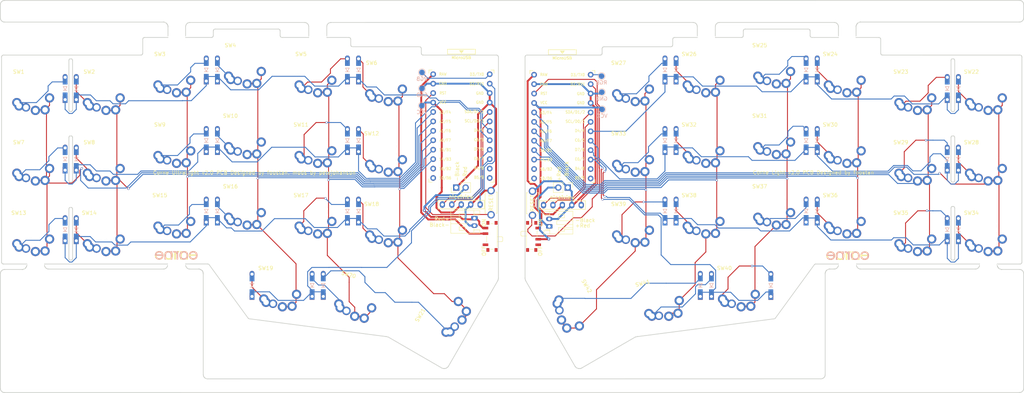
<source format=kicad_pcb>
(kicad_pcb (version 20221018) (generator pcbnew)
  (title_block (title "Corne Light") (date "2020-11-12") (rev "2.0") (company "foostan"))
  (layers (0 "F.Cu" signal) (31 "B.Cu" signal) (34 "B.Paste" user) (35 "F.Paste" user) (36 "B.SilkS" user "B.Silkscreen") (37 "F.SilkS" user "F.Silkscreen") (38 "B.Mask" user) (39 "F.Mask" user) (44 "Edge.Cuts" user))
  (net 0 "")
  (net 1 "row0")
  (net 2 "Net-(D1-Pad2)")
  (net 3 "row1")
  (net 4 "Net-(D2-Pad2)")
  (net 5 "row2")
  (net 6 "Net-(D3-Pad2)")
  (net 7 "row3")
  (net 8 "Net-(D4-Pad2)")
  (net 9 "Net-(D5-Pad2)")
  (net 10 "Net-(D6-Pad2)")
  (net 11 "Net-(D7-Pad2)")
  (net 12 "Net-(D8-Pad2)")
  (net 13 "Net-(D9-Pad2)")
  (net 14 "Net-(D10-Pad2)")
  (net 15 "Net-(D11-Pad2)")
  (net 16 "Net-(D12-Pad2)")
  (net 17 "Net-(D13-Pad2)")
  (net 18 "Net-(D14-Pad2)")
  (net 19 "Net-(D15-Pad2)")
  (net 20 "Net-(D16-Pad2)")
  (net 21 "Net-(D17-Pad2)")
  (net 22 "Net-(D18-Pad2)")
  (net 23 "Net-(D19-Pad2)")
  (net 24 "Net-(D20-Pad2)")
  (net 25 "Net-(D21-Pad2)")
  (net 26 "GND")
  (net 27 "VCC")
  (net 28 "col0")
  (net 29 "col1")
  (net 30 "col2")
  (net 31 "col3")
  (net 32 "col4")
  (net 33 "col5")
  (net 34 "reset")
  (net 35 "SCL")
  (net 36 "SDA")
  (net 37 "Net-(BATJ1-Pad2)")
  (net 38 "+BATT")
  (net 41 "Net-(D22-Pad2)")
  (net 42 "row0_r")
  (net 43 "Net-(D23-Pad2)")
  (net 44 "Net-(D24-Pad2)")
  (net 45 "Net-(D25-Pad2)")
  (net 46 "Net-(D26-Pad2)")
  (net 47 "Net-(D27-Pad2)")
  (net 48 "row1_r")
  (net 49 "Net-(D28-Pad2)")
  (net 50 "Net-(D29-Pad2)")
  (net 51 "Net-(D30-Pad2)")
  (net 52 "Net-(D31-Pad2)")
  (net 53 "Net-(D32-Pad2)")
  (net 54 "Net-(D33-Pad2)")
  (net 55 "row2_r")
  (net 56 "Net-(D34-Pad2)")
  (net 57 "Net-(D35-Pad2)")
  (net 58 "Net-(D36-Pad2)")
  (net 59 "Net-(D37-Pad2)")
  (net 60 "Net-(D38-Pad2)")
  (net 61 "Net-(D39-Pad2)")
  (net 62 "Net-(D40-Pad2)")
  (net 63 "row3_r")
  (net 64 "Net-(D41-Pad2)")
  (net 65 "Net-(D42-Pad2)")
  (net 66 "SDA_r")
  (net 67 "SCL_r")
  (net 68 "reset_r")
  (net 69 "col0_r")
  (net 70 "col1_r")
  (net 71 "col2_r")
  (net 72 "col3_r")
  (net 73 "col4_r")
  (net 74 "col5_r")
  (net 77 "CS")
  (net 78 "RGB")
  (net 80 "VDD")
  (net 81 "GNDA")
  (net 85 "CS_r")
  (net 86 "RGB_r")
  (net 87 "+BATTA")
  (net 88 "Net-(BATJ3-Pad2)")
  (footprint "kbd:ResetSW_1side" (layer "F.Cu") (at 156.0125 76.817432 -90)
    (fp_text reference "RSW2" hide)
    (fp_text value "SW_PUSH")
  )
  (footprint "gateron-ks27:gateron-ks27-choc-v1-mx" (layer "F.Cu") (at 278.684847 45.920432)
    (fp_text reference "SW22")
    (fp_text value "SW_PUSH")
  )
  (footprint "gateron-ks27:gateron-ks27-choc-v1-mx" (layer "F.Cu") (at 259.684847 45.920432)
    (fp_text reference "SW23")
    (fp_text value "SW_PUSH")
  )
  (footprint "gateron-ks27:gateron-ks27-choc-v1-mx" (layer "F.Cu") (at 240.684847 41.170432)
    (fp_text reference "SW24")
    (fp_text value "SW_PUSH")
  )
  (footprint "gateron-ks27:gateron-ks27-choc-v1-mx" (layer "F.Cu") (at 221.684847 38.795432)
    (fp_text reference "SW25")
    (fp_text value "SW_PUSH")
  )
  (footprint "gateron-ks27:gateron-ks27-choc-v1-mx" (layer "F.Cu") (at 202.684847 41.170432)
    (fp_text reference "SW26")
    (fp_text value "SW_PUSH")
  )
  (footprint "gateron-ks27:gateron-ks27-choc-v1-mx" (layer "F.Cu") (at 183.684847 43.545432)
    (fp_text reference "SW27")
    (fp_text value "SW_PUSH")
  )
  (footprint "gateron-ks27:gateron-ks27-choc-v1-mx" (layer "F.Cu") (at 278.684847 64.920432)
    (fp_text reference "SW28")
    (fp_text value "SW_PUSH")
  )
  (footprint "gateron-ks27:gateron-ks27-choc-v1-mx" (layer "F.Cu") (at 259.684847 64.920432)
    (fp_text reference "SW29")
    (fp_text value "SW_PUSH")
  )
  (footprint "gateron-ks27:gateron-ks27-choc-v1-mx" (layer "F.Cu") (at 240.684847 60.170432)
    (fp_text reference "SW30")
    (fp_text value "SW_PUSH")
  )
  (footprint "gateron-ks27:gateron-ks27-choc-v1-mx" (layer "F.Cu") (at 221.684847 57.795432)
    (fp_text reference "SW31")
    (fp_text value "SW_PUSH")
  )
  (footprint "gateron-ks27:gateron-ks27-choc-v1-mx" (layer "F.Cu") (at 202.684847 60.170432)
    (fp_text reference "SW32")
    (fp_text value "SW_PUSH")
  )
  (footprint "gateron-ks27:gateron-ks27-choc-v1-mx" (layer "F.Cu") (at 183.684847 62.545432)
    (fp_text reference "SW33")
    (fp_text value "SW_PUSH")
  )
  (footprint "gateron-ks27:gateron-ks27-choc-v1-mx" (layer "F.Cu") (at 278.684847 83.920432)
    (fp_text reference "SW34")
    (fp_text value "SW_PUSH")
  )
  (footprint "gateron-ks27:gateron-ks27-choc-v1-mx" (layer "F.Cu") (at 259.684847 83.920432)
    (fp_text reference "SW35")
    (fp_text value "SW_PUSH")
  )
  (footprint "gateron-ks27:gateron-ks27-choc-v1-mx" (layer "F.Cu") (at 240.684847 79.170432)
    (fp_text reference "SW36")
    (fp_text value "SW_PUSH")
  )
  (footprint "gateron-ks27:gateron-ks27-choc-v1-mx" (layer "F.Cu") (at 221.684847 76.795432)
    (fp_text reference "SW37")
    (fp_text value "SW_PUSH")
  )
  (footprint "gateron-ks27:gateron-ks27-choc-v1-mx" (layer "F.Cu") (at 202.684847 79.170432)
    (fp_text reference "SW38")
    (fp_text value "SW_PUSH")
  )
  (footprint "gateron-ks27:gateron-ks27-choc-v1-mx" (layer "F.Cu") (at 212.184847 98.795432)
    (fp_text reference "SW40")
    (fp_text value "SW_PUSH")
  )
  (footprint "gateron-ks27:gateron-ks27-choc-v1-mx" (layer "F.Cu") (at 191.184847 101.545432 15)
    (fp_text reference "SW41")
    (fp_text value "SW_PUSH")
  )
  (footprint "gateron-ks27:gateron-ks27-choc-v1-mx" (layer "F.Cu") (at 183.684847 81.545432)
    (fp_text reference "SW39")
    (fp_text value "SW_PUSH")
  )
  (footprint "kbd:ProMicro_v3" (layer "F.Cu") (at 136.8925 56.56)
    (fp_text reference "U1" hide)
    (fp_text value "ProMicro" hide)
  )
  (footprint "kbd:ProMicro_v3" (layer "F.Cu") (at 164.062847 56.686432)
    (fp_text reference "U2" hide)
    (fp_text value "ProMicro" hide)
  )
  (footprint "gateron-ks27:gateron-ks27-choc-v1-mx" (layer "F.Cu") (at 117.1875 43.545)
    (fp_text reference "SW6")
    (fp_text value "SW_PUSH")
  )
  (footprint "gateron-ks27:gateron-ks27-choc-v1-mx" (layer "F.Cu") (at 98.1875 41.17)
    (fp_text reference "SW5")
    (fp_text value "SW_PUSH")
  )
  (footprint "gateron-ks27:gateron-ks27-choc-v1-mx" (layer "F.Cu") (at 79.1875 38.795)
    (fp_text reference "SW4")
    (fp_text value "SW_PUSH")
  )
  (footprint "gateron-ks27:gateron-ks27-choc-v1-mx" (layer "F.Cu") (at 60.1875 41.17)
    (fp_text reference "SW3")
    (fp_text value "SW_PUSH")
  )
  (footprint "gateron-ks27:gateron-ks27-choc-v1-mx" (layer "F.Cu") (at 41.1875 45.92)
    (fp_text reference "SW2")
    (fp_text value "SW_PUSH")
  )
  (footprint "gateron-ks27:gateron-ks27-choc-v1-mx" (layer "F.Cu") (at 117.1875 81.545)
    (fp_text reference "SW18")
    (fp_text value "SW_PUSH")
  )
  (footprint "gateron-ks27:gateron-ks27-choc-v1-mx-1.5u" (layer "F.Cu") (at 131.9375 105.295 60)
    (fp_text reference "SW21")
    (fp_text value "SW_PUSH")
  )
  (footprint "gateron-ks27:gateron-ks27-choc-v1-mx" (layer "F.Cu") (at 22.1875 83.92)
    (fp_text reference "SW13")
    (fp_text value "SW_PUSH")
  )
  (footprint "gateron-ks27:gateron-ks27-choc-v1-mx" (layer "F.Cu") (at 109.6875 101.545 -15)
    (fp_text reference "SW20")
    (fp_text value "SW_PUSH")
  )
  (footprint "gateron-ks27:gateron-ks27-choc-v1-mx" (layer "F.Cu") (at 88.6875 98.795)
    (fp_text reference "SW19")
    (fp_text value "SW_PUSH")
  )
  (footprint "gateron-ks27:gateron-ks27-choc-v1-mx" (layer "F.Cu") (at 98.1875 79.17)
    (fp_text reference "SW17")
    (fp_text value "SW_PUSH")
  )
  (footprint "gateron-ks27:gateron-ks27-choc-v1-mx" (layer "F.Cu") (at 79.1875 76.795)
    (fp_text reference "SW16")
    (fp_text value "SW_PUSH")
  )
  (footprint "gateron-ks27:gateron-ks27-choc-v1-mx" (layer "F.Cu") (at 60.1875 79.17)
    (fp_text reference "SW15")
    (fp_text value "SW_PUSH")
  )
  (footprint "gateron-ks27:gateron-ks27-choc-v1-mx" (layer "F.Cu") (at 41.1875 83.92)
    (fp_text reference "SW14")
    (fp_text value "SW_PUSH")
  )
  (footprint "gateron-ks27:gateron-ks27-choc-v1-mx" (layer "F.Cu") (at 117.1875 62.545)
    (fp_text reference "SW12")
    (fp_text value "SW_PUSH")
  )
  (footprint "gateron-ks27:gateron-ks27-choc-v1-mx" (layer "F.Cu") (at 98.1875 60.17)
    (fp_text reference "SW11")
    (fp_text value "SW_PUSH")
  )
  (footprint "gateron-ks27:gateron-ks27-choc-v1-mx" (layer "F.Cu") (at 79.1875 57.795)
    (fp_text reference "SW10")
    (fp_text value "SW_PUSH")
  )
  (footprint "gateron-ks27:gateron-ks27-choc-v1-mx" (layer "F.Cu") (at 60.1875 60.17)
    (fp_text reference "SW9")
    (fp_text value "SW_PUSH")
  )
  (footprint "gateron-ks27:gateron-ks27-choc-v1-mx" (layer "F.Cu") (at 41.1875 64.92)
    (fp_text reference "SW8")
    (fp_text value "SW_PUSH")
  )
  (footprint "gateron-ks27:gateron-ks27-choc-v1-mx" (layer "F.Cu") (at 22.1875 64.92)
    (fp_text reference "SW7")
    (fp_text value "SW_PUSH")
  )
  (footprint "gateron-ks27:gateron-ks27-choc-v1-mx" (layer "F.Cu") (at 22.1875 45.92)
    (fp_text reference "SW1")
    (fp_text value "SW_PUSH")
  )
  (footprint "kbd:thread_m2" (layer "F.Cu") (at 156.330847 93.085432)
    (fp_text reference "Ref**" hide)
    (fp_text value "Val**" hide)
  )
  (footprint "kbd:thread_m2" (layer "F.Cu") (at 170.889847 84.542432)
    (fp_text reference "Ref**" hide)
    (fp_text value "Val**" hide)
  )
  (footprint "gateron-ks27:gateron-ks27-choc-v1-mx-1.5u" (layer "F.Cu") (at 168.934847 105.295432 -60)
    (fp_text reference "SW42")
    (fp_text value "SW_PUSH")
  )
  (footprint "nice_view:nice_view_1side" (layer "F.Cu") (at 131.7585 77.168)
    (fp_text reference "J2")
    (fp_text value "OLED" hide)
  )
  (footprint "kbd:ResetSW_1side" (layer "F.Cu") (at 144.8625 76.671 -90)
    (fp_text reference "RSW1" hide)
    (fp_text value "SW_PUSH")
  )
  (footprint "kbd:Breakaway_Tabs" (layer "F.Cu") (at 22.19625 93.38)
    (fp_text reference "J5")
    (fp_text value "Breakaway_Tabs")
  )
  (footprint "kbd:Breakaway_Tabs" (layer "F.Cu") (at 60.1845 93.38)
    (fp_text reference "J5")
    (fp_text value "Breakaway_Tabs")
  )
  (footprint "kbd:Breakaway_Tabs" (layer "F.Cu") (at 60.2875 31.97)
    (fp_text reference "J5")
    (fp_text value "Breakaway_Tabs")
  )
  (footprint "kbd:Breakaway_Tabs" (layer "F.Cu") (at 98.2575 31.97)
    (fp_text reference "J5")
    (fp_text value "Breakaway_Tabs")
  )
  (footprint "kbd:Breakaway_Tabs" (layer "F.Cu") (at 202.7775 31.98)
    (fp_text reference "J5")
    (fp_text value "Breakaway_Tabs")
  )
  (footprint "kbd:Breakaway_Tabs" (layer "F.Cu") (at 240.7975 31.97)
    (fp_text reference "J5")
    (fp_text value "Breakaway_Tabs")
  )
  (footprint "kbd:Breakaway_Tabs" (layer "F.Cu") (at 278.8275 93.39)
    (fp_text reference "J5")
    (fp_text value "Breakaway_Tabs")
  )
  (footprint "kbd:Breakaway_Tabs" (layer "F.Cu") (at 240.8275 93.39)
    (fp_text reference "J5")
    (fp_text value "Breakaway_Tabs")
  )
  (footprint "nice_view:nice_view_1side" (layer "F.Cu") (at 158.9875 77.31)
    (fp_text reference "J7")
    (fp_text value "OLED" hide)
  )
  (footprint "kbd:corne-logo-horizontal" (layer "F.Cu") (at 60.2175 90.93)
    (fp_text reference "G***" hide)
    (fp_text value "LOGO" hide)
  )
  (footprint "kbd:corne-logo-horizontal" (layer "F.Cu") (at 240.9975 91.01)
    (fp_text reference "G***" hide)
    (fp_text value "LOGO" hide)
  )
  (footprint "Button_Switch_SMD:SW_SPDT_PCM12" (layer "F.Cu") (at 156.1325 85.745 -90)
    (fp_text reference "PSW2" hide)
    (fp_text value "SW_SPST")
  )
  (footprint "Connector_JST:JST_PH_S2B-PH-K_1x02_P2.00mm_Horizontal" (layer "F.Cu") (at 160.5375 83.045 90)
    (fp_text reference "BATJ4" hide)
    (fp_text value "Conn_01x02_Female")
  )
  (footprint "Connector_PinHeader_2.54mm:PinHeader_1x02_P2.54mm_Vertical" (layer "F.Cu") (at 165.5125 72.595 -90)
    (fp_text reference "BATJ3")
    (fp_text value "Conn_01x02_Female")
  )
  (footprint "Connector_PinHeader_2.54mm:PinHeader_1x02_P2.54mm_Vertical" (layer "F.Cu") (at 135.4725 72.595 90)
    (fp_text reference "BATJ1")
    (fp_text value "Conn_01x02_Female")
  )
  (footprint "Button_Switch_SMD:SW_SPDT_PCM12" (layer "F.Cu") (at 144.7875 85.745 90)
    (fp_text reference "PSW1" hide)
    (fp_text value "SW_SPST")
  )
  (footprint "Connector_JST:JST_PH_S2B-PH-K_1x02_P2.00mm_Horizontal" (layer "F.Cu") (at 140.3875 80.845 -90)
    (fp_text reference "BATJ2" hide)
    (fp_text value "Conn_01x02_Female")
  )
  (footprint "kbd:D3_TH_SMD_v2" (layer "B.Cu") (at 270.684847 83.920432 90)
    (fp_text reference "D34" hide)
    (fp_text value "D" hide)
  )
  (footprint "kbd:D3_TH_SMD_v2" (layer "B.Cu") (at 232.684847 78.920432 90)
    (fp_text reference "D36" hide)
    (fp_text value "D" hide)
  )
  (footprint "kbd:D3_TH_SMD_v2" (layer "B.Cu") (at 229.684847 78.915432 90)
    (fp_text reference "D37" hide)
    (fp_text value "D" hide)
  )
  (footprint "kbd:D3_TH_SMD_v2" (layer "B.Cu") (at 194.684847 78.920432 90)
    (fp_text reference "D38" hide)
    (fp_text value "D" hide)
  )
  (footprint "kbd:D3_TH_SMD_v2" (layer "B.Cu") (at 191.684847 78.920432 90)
    (fp_text reference "D39" hide)
    (fp_text value "D" hide)
  )
  (footprint "kbd:D3_TH_SMD_v2" (layer "B.Cu") (at 220.184847 98.930432 90)
    (fp_text reference "D40" hide)
    (fp_text value "D" hide)
  )
  (footprint "kbd:D3_TH_SMD_v2" (layer "B.Cu") (at 204.194847 98.915432 90)
    (fp_text reference "D41" hide)
    (fp_text value "D" hide)
  )
  (footprint "kbd:D3_TH_SMD_v2" (layer "B.Cu") (at 201.194847 98.915432 90)
    (fp_text reference "D42" hide)
    (fp_text value "D" hide)
  )
  (footprint "kbd:D3_TH_SMD_v2" (layer "B.Cu") (at 270.684847 45.920432 90)
    (fp_text reference "D22" hide)
    (fp_text value "D" hide)
  )
  (footprint "kbd:D3_TH_SMD_v2" (layer "B.Cu") (at 267.684847 45.920432 90)
    (fp_text reference "D23" hide)
    (fp_text value "D" hide)
  )
  (footprint "kbd:D3_TH_SMD_v2" (layer "B.Cu") (at 232.684847 40.920432 90)
    (fp_text reference "D24" hide)
    (fp_text value "D" hide)
  )
  (footprint "kbd:D3_TH_SMD_v2" (layer "B.Cu") (at 229.684847 40.915432 90)
    (fp_text reference "D25" hide)
    (fp_text value "D" hide)
  )
  (footprint "kbd:D3_TH_SMD_v2" (layer "B.Cu") (at 194.684847 40.920432 90)
    (fp_text reference "D26" hide)
    (fp_text value "D" hide)
  )
  (footprint "kbd:D3_TH_SMD_v2" (layer "B.Cu") (at 191.684847 40.920432 90)
    (fp_text reference "D27" hide)
    (fp_text value "D" hide)
  )
  (footprint "kbd:D3_TH_SMD_v2" (layer "B.Cu") (at 270.684847 64.920432 90)
    (fp_text reference "D28" hide)
    (fp_text value "D" hide)
  )
  (footprint "kbd:D3_TH_SMD_v2" (layer "B.Cu") (at 267.684847 64.920432 90)
    (fp_text reference "D29" hide)
    (fp_text value "D" hide)
  )
  (footprint "kbd:D3_TH_SMD_v2" (layer "B.Cu") (at 232.684847 59.920432 90)
    (fp_text reference "D30" hide)
    (fp_text value "D" hide)
  )
  (footprint "kbd:D3_TH_SMD_v2" (layer "B.Cu") (at 229.684847 59.915432 90)
    (fp_text reference "D31" hide)
    (fp_text value "D" hide)
  )
  (footprint "kbd:D3_TH_SMD_v2" (layer "B.Cu") (at 194.684847 59.920432 90)
    (fp_text reference "D32" hide)
    (fp_text value "D" hide)
  )
  (footprint "kbd:D3_TH_SMD_v2" (layer "B.Cu") (at 33.1875 83.92 90)
    (fp_text reference "D14" hide)
    (fp_text value "D" hide)
  )
  (footprint "kbd:D3_TH_SMD_v2" (layer "B.Cu") (at 33.1875 64.92 90)
    (fp_text reference "D8" hide)
    (fp_text value "D" hide)
  )
  (footprint "kbd:D3_TH_SMD_v2" (layer "B.Cu") (at 33.1875 45.92 90)
    (fp_text reference "D2" hide)
    (fp_text value "D" hide)
  )
  (footprint "kbd:D3_TH_SMD_v2" (layer "B.Cu") (at 191.684847 59.920432 90)
    (fp_text reference "D33" hide)
    (fp_text value "D" hide)
  )
  (footprint "kbd:D3_TH_SMD_v2" (layer "B.Cu") (at 99.6875 98.905 90)
    (fp_text reference "D21" hide)
    (fp_text value "D" hide)
  )
  (footprint "kbd:D3_TH_SMD_v2" (layer "B.Cu") (at 96.6875 98.905 90)
    (fp_text reference "D20" hide)
    (fp_text value "D" hide)
  )
  (footprint "kbd:D3_TH_SMD_v2" (layer "B.Cu") (at 80.5075 98.91 90)
    (fp_text reference "D19" hide)
    (fp_text value "D" hide)
  )
  (footprint "kbd:D3_TH_SMD_v2" (layer "B.Cu") (at 109.1875 78.92 90)
    (fp_text reference "D18" hide)
    (fp_text value "D" hide)
  )
  (footprint "kbd:D3_TH_SMD_v2" (layer "B.Cu") (at 106.1875 78.92 90)
    (fp_text reference "D17" hide)
    (fp_text value "D" hide)
  )
  (footprint "kbd:D3_TH_SMD_v2" (layer "B.Cu") (at 71.1875 78.915 90)
    (fp_text reference "D16" hide)
    (fp_text value "D" hide)
  )
  (footprint "kbd:D3_TH_SMD_v2" (layer "B.Cu") (at 68.1875 78.92 90)
    (fp_text reference "D15" hide)
    (fp_text value "D" hide)
  )
  (footprint "kbd:D3_TH_SMD_v2" (layer "B.Cu") (at 30.1875 83.916875 90)
    (fp_text reference "D13" hide)
    (fp_text value "D" hide)
  )
  (footprint "kbd:D3_TH_SMD_v2" (layer "B.Cu") (at 109.1875 59.92 90)
    (fp_text reference "D12" hide)
    (fp_text value "D" hide)
  )
  (footprint "kbd:D3_TH_SMD_v2" (layer "B.Cu") (at 106.1875 59.92 90)
    (fp_text reference "D11" hide)
    (fp_text value "D" hide)
  )
  (footprint "kbd:D3_TH_SMD_v2" (layer "B.Cu") (at 71.1875 59.915 90)
    (fp_text reference "D10" hide)
    (fp_text value "D" hide)
  )
  (footprint "kbd:D3_TH_SMD_v2" (layer "B.Cu") (at 68.1875 59.92 90)
    (fp_text reference "D9" hide)
    (fp_text value "D" hide)
  )
  (footprint "kbd:D3_TH_SMD_v2" (layer "B.Cu") (at 30.1875 64.916875 90)
    (fp_text reference "D7" hide)
    (fp_text value "D" hide)
  )
  (footprint "kbd:D3_TH_SMD_v2" (layer "B.Cu") (at 109.1875 40.92 90)
    (fp_text reference "D6" hide)
    (fp_text value "D" hide)
  )
  (footprint "kbd:D3_TH_SMD_v2" (layer "B.Cu") (at 106.1875 40.92 90)
    (fp_text reference "D5" hide)
    (fp_text value "D" hide)
  )
  (footprint "kbd:D3_TH_SMD_v2" (layer "B.Cu") (at 71.1875 40.915 90)
    (fp_text reference "D4" hide)
    (fp_text value "D" hide)
  )
  (footprint "kbd:D3_TH_SMD_v2" (layer "B.Cu") (at 68.1875 40.92 90)
    (fp_text reference "D3" hide)
    (fp_text value "D" hide)
  )
  (footprint "kbd:D3_TH_SMD_v2" (layer "B.Cu") (at 30.1875 45.916875 90)
    (fp_text reference "D1" hide)
    (fp_text value "D" hide)
  )
  (footprint "kbd:D3_TH_SMD_v2" (layer "B.Cu") (at 267.684847 83.920432 90)
    (fp_text reference "D35" hide)
    (fp_text value "D" hide)
  )
  (footprint "kbd:spacer_m2" (layer "B.Cu") (at 31.6955 74.4205 180)
    (fp_text reference "Ref**" hide)
    (fp_text value "Val**" hide)
  )
  (footprint "kbd:spacer_m2" (layer "B.Cu") (at 107.6505 51.9305 180)
    (fp_text reference "Ref**" hide)
    (fp_text value "Val**" hide)
  )
  (footprint "kbd:spacer_m2" (layer "B.Cu") (at 31.6955 55.4205 180)
    (fp_text reference "Ref**" hide)
    (fp_text value "Val**" hide)
  )
  (footprint "kbd:spacer_m2" (layer "B.Cu") (at 74.8395 91.6855 180)
    (fp_text reference "Ref**" hide)
    (fp_text value "Val**" hide)
  )
  (footprint "kbd:spacer_m2" (layer "B.Cu") (at 121.4055 99.3 180)
    (fp_text reference "Ref**" hide)
    (fp_text value "Val**" hide)
  )
  (footprint "kbd:thread_m2" (layer "B.Cu") (at 129.9445 84.419 180)
    (fp_text reference "Ref**" hide)
    (fp_text value "Val**" hide)
  )
  (footprint "kbd:thread_m2" (layer "B.Cu") (at 144.3765 92.94 180)
    (fp_text reference "Ref**" hide)
    (fp_text value "Val**" hide)
  )
  (footprint "kbd:spacer_m2" (layer "B.Cu") (at 193.235847 51.936932 180)
    (fp_text reference "Ref**" hide)
    (fp_text value "Val**" hide)
  )
  (footprint "kbd:spacer_m2" (layer "B.Cu") (at 179.485847 99.446932 180)
    (fp_text reference "Ref**" hide)
    (fp_text value "Val**" hide)
  )
  (footprint "kbd:spacer_m2" (layer "B.Cu") (at 226.055847 91.696932 180)
    (fp_text reference "Ref**" hide)
    (fp_text value "Val**" hide)
  )
  (footprint "kbd:spacer_m2" (layer "B.Cu") (at 269.195847 55.426932 180)
    (fp_text reference "Ref**" hide)
    (fp_text value "Val**" hide)
  )
  (footprint "kbd:spacer_m2" (layer "B.Cu") (at 269.195847 74.426932 180)
    (fp_text reference "Ref**" hide)
    (fp_text value "Val**" hide)
  )
  (footprint "kbd:corne-logo-horizontal" (layer "B.Cu") (at 59.9875 90.93 180)
    (fp_text reference "G***" hide)
    (fp_text value "LOGO" hide)
  )
  (footprint "kbd:corne-logo-horizontal" (layer "B.Cu") (at 240.7675 91.01 180)
    (fp_text reference "G***" hide)
    (fp_text value "LOGO" hide)
  )
  (footprint "kbd:spacer_m2" (layer "B.Cu") (at 50.7125 74.445 180)
    (fp_text reference "Ref**" hide)
    (fp_text value "Val**" hide)
  )
  (footprint "kbd:spacer_m2" (layer "B.Cu") (at 50.7125 55.445 180)
    (fp_text reference "Ref**" hide)
    (fp_text value "Val**" hide)
  )
  (footprint "kbd:spacer_m2" (layer "B.Cu") (at 250.2125 74.426932 180)
    (fp_text reference "Ref**" hide)
    (fp_text value "Val**" hide)
  )
  (footprint "kbd:spacer_m2" (layer "B.Cu") (at 250.2125 55.426932 180)
    (fp_text reference "Ref**" hide)
    (fp_text value "Val**" hide)
  )
  (footprint "TestPoint:TestPoint_Pad_D1.5mm" (layer "B.Cu") (at 126.2375 50.545 180)
    (fp_text reference "TP2")
    (fp_text value "VCC")
  )
  (footprint "TestPoint:TestPoint_Pad_D1.5mm" (layer "B.Cu") (at 174.7625 51.545 180)
    (fp_text reference "TP5")
    (fp_text value "VCC")
  )
  (footprint "TestPoint:TestPoint_Pad_D1.5mm" (layer "B.Cu") (at 174.6125 42.595 180)
    (fp_text reference "TP4")
    (fp_text value "RGB")
  )
  (footprint "TestPoint:TestPoint_Pad_D1.5mm" (layer "B.Cu") (at 174.6875 46.92 180)
    (fp_text reference "TP6")
    (fp_text value "GND")
  )
  (footprint "TestPoint:TestPoint_Pad_D1.5mm" (layer "B.Cu") (at 126.2625 41.595 180)
    (fp_text reference "TP1")
    (fp_text value "RGB")
  )
  (footprint "TestPoint:TestPoint_Pad_D1.5mm" (layer "B.Cu") (at 126.2625 45.92 180)
    (fp_text reference "TP3")
    (fp_text value "GND")
  )
  (gr_line (start 31.1975 51.66) (end 31.1975 38.41) (stroke (width 0.2)) (layer "Edge.Cuts"))
  (gr_line (start 32.1975 59.16) (end 32.1975 70.66) (stroke (width 0.2)) (layer "Edge.Cuts"))
  (gr_line (start 31.47875 37.94125) (end 31.6975 37.91) (stroke (width 0.2)) (layer "Edge.Cuts"))
  (gr_line (start 31.885 37.94125) (end 31.6975 37.91) (stroke (width 0.2)) (layer "Edge.Cuts"))
  (gr_line (start 31.22875 38.2225) (end 31.3225 38.035) (stroke (width 0.2)) (layer "Edge.Cuts"))
  (gr_line (start 31.22875 38.2225) (end 31.1975 38.41) (stroke (width 0.2)) (layer "Edge.Cuts"))
  (gr_line (start 32.16625 38.2225) (end 32.0725 38.035) (stroke (width 0.2)) (layer "Edge.Cuts"))
  (gr_line (start 32.1975 38.41) (end 32.16625 38.2225) (stroke (width 0.2)) (layer "Edge.Cuts"))
  (gr_line (start 31.51 52.12875) (end 31.6975 52.16) (stroke (width 0.2)) (layer "Edge.Cuts"))
  (gr_line (start 31.22875 51.8475) (end 31.3225 52.035) (stroke (width 0.2)) (layer "Edge.Cuts"))
  (gr_line (start 31.1975 51.66) (end 31.22875 51.8475) (stroke (width 0.2)) (layer "Edge.Cuts"))
  (gr_line (start 32.16625 51.8475) (end 32.1975 51.66) (stroke (width 0.2)) (layer "Edge.Cuts"))
  (gr_line (start 31.91625 52.12875) (end 32.0725 52.035) (stroke (width 0.2)) (layer "Edge.Cuts"))
  (gr_line (start 32.16625 51.8475) (end 32.0725 52.035) (stroke (width 0.2)) (layer "Edge.Cuts"))
  (gr_line (start 31.91625 52.12875) (end 31.6975 52.16) (stroke (width 0.2)) (layer "Edge.Cuts"))
  (gr_line (start 31.3225 52.035) (end 31.51 52.12875) (stroke (width 0.2)) (layer "Edge.Cuts"))
  (gr_line (start 31.885 58.69125) (end 31.6975 58.66) (stroke (width 0.2)) (layer "Edge.Cuts"))
  (gr_line (start 32.16625 58.9725) (end 32.0725 58.785) (stroke (width 0.2)) (layer "Edge.Cuts"))
  (gr_line (start 32.1975 59.16) (end 32.16625 58.9725) (stroke (width 0.2)) (layer "Edge.Cuts"))
  (gr_line (start 31.22875 58.9725) (end 31.1975 59.16) (stroke (width 0.2)) (layer "Edge.Cuts"))
  (gr_line (start 31.47875 58.69125) (end 31.3225 58.785) (stroke (width 0.2)) (layer "Edge.Cuts"))
  (gr_line (start 31.22875 58.9725) (end 31.3225 58.785) (stroke (width 0.2)) (layer "Edge.Cuts"))
  (gr_line (start 31.47875 58.69125) (end 31.6975 58.66) (stroke (width 0.2)) (layer "Edge.Cuts"))
  (gr_line (start 32.0725 58.785) (end 31.885 58.69125) (stroke (width 0.2)) (layer "Edge.Cuts"))
  (gr_line (start 31.51 71.12875) (end 31.6975 71.16) (stroke (width 0.2)) (layer "Edge.Cuts"))
  (gr_line (start 32.16625 70.8475) (end 32.1975 70.66) (stroke (width 0.2)) (layer "Edge.Cuts"))
  (gr_line (start 32.16625 70.8475) (end 32.0725 71.035) (stroke (width 0.2)) (layer "Edge.Cuts"))
  (gr_line (start 31.22875 70.8475) (end 31.3225 71.035) (stroke (width 0.2)) (layer "Edge.Cuts"))
  (gr_line (start 31.91625 71.12875) (end 32.0725 71.035) (stroke (width 0.2)) (layer "Edge.Cuts"))
  (gr_line (start 31.3225 71.035) (end 31.51 71.12875) (stroke (width 0.2)) (layer "Edge.Cuts"))
  (gr_line (start 31.91625 71.12875) (end 31.6975 71.16) (stroke (width 0.2)) (layer "Edge.Cuts"))
  (gr_line (start 31.1975 70.66) (end 31.22875 70.8475) (stroke (width 0.2)) (layer "Edge.Cuts"))
  (gr_line (start 31.47875 77.94125) (end 31.3225 78.035) (stroke (width 0.2)) (layer "Edge.Cuts"))
  (gr_line (start 31.22875 78.2225) (end 31.3225 78.035) (stroke (width 0.2)) (layer "Edge.Cuts"))
  (gr_line (start 32.16625 78.2225) (end 32.0725 78.035) (stroke (width 0.2)) (layer "Edge.Cuts"))
  (gr_line (start 31.885 77.94125) (end 31.6975 77.91) (stroke (width 0.2)) (layer "Edge.Cuts"))
  (gr_line (start 32.0725 78.035) (end 31.885 77.94125) (stroke (width 0.2)) (layer "Edge.Cuts"))
  (gr_line (start 31.22875 78.2225) (end 31.1975 78.41) (stroke (width 0.2)) (layer "Edge.Cuts"))
  (gr_line (start 32.1975 78.41) (end 32.16625 78.2225) (stroke (width 0.2)) (layer "Edge.Cuts"))
  (gr_line (start 31.47875 77.94125) (end 31.6975 77.91) (stroke (width 0.2)) (layer "Edge.Cuts"))
  (gr_line (start 32.16625 91.8475) (end 32.1975 91.66) (stroke (width 0.2)) (layer "Edge.Cuts"))
  (gr_line (start 31.91625 92.12875) (end 32.0725 92.035) (stroke (width 0.2)) (layer "Edge.Cuts"))
  (gr_line (start 31.91625 92.12875) (end 31.6975 92.16) (stroke (width 0.2)) (layer "Edge.Cuts"))
  (gr_line (start 32.16625 91.8475) (end 32.0725 92.035) (stroke (width 0.2)) (layer "Edge.Cuts"))
  (gr_line (start 31.1975 91.66) (end 31.22875 91.8475) (stroke (width 0.2)) (layer "Edge.Cuts"))
  (gr_line (start 31.22875 91.8475) (end 31.3225 92.035) (stroke (width 0.2)) (layer "Edge.Cuts"))
  (gr_line (start 31.51 92.12875) (end 31.6975 92.16) (stroke (width 0.2)) (layer "Edge.Cuts"))
  (gr_line (start 31.3225 92.035) (end 31.51 92.12875) (stroke (width 0.2)) (layer "Edge.Cuts"))
  (gr_line (start 269.385 37.94125) (end 269.1975 37.91) (stroke (width 0.2)) (layer "Edge.Cuts"))
  (gr_line (start 269.66625 38.2225) (end 269.5725 38.035) (stroke (width 0.2)) (layer "Edge.Cuts"))
  (gr_line (start 269.6975 38.41) (end 269.66625 38.2225) (stroke (width 0.2)) (layer "Edge.Cuts"))
  (gr_line (start 268.72875 38.2225) (end 268.6975 38.41) (stroke (width 0.2)) (layer "Edge.Cuts"))
  (gr_line (start 268.97875 37.94125) (end 268.8225 38.035) (stroke (width 0.2)) (layer "Edge.Cuts"))
  (gr_line (start 268.72875 38.2225) (end 268.8225 38.035) (stroke (width 0.2)) (layer "Edge.Cuts"))
  (gr_line (start 268.97875 37.94125) (end 269.1975 37.91) (stroke (width 0.2)) (layer "Edge.Cuts"))
  (gr_line (start 269.5725 38.035) (end 269.385 37.94125) (stroke (width 0.2)) (layer "Edge.Cuts"))
  (gr_line (start 269.66625 51.8475) (end 269.5725 52.035) (stroke (width 0.2)) (layer "Edge.Cuts"))
  (gr_line (start 269.41625 52.12875) (end 269.5725 52.035) (stroke (width 0.2)) (layer "Edge.Cuts"))
  (gr_line (start 268.72875 51.8475) (end 268.8225 52.035) (stroke (width 0.2)) (layer "Edge.Cuts"))
  (gr_line (start 269.01 52.12875) (end 269.1975 52.16) (stroke (width 0.2)) (layer "Edge.Cuts"))
  (gr_line (start 269.41625 52.12875) (end 269.1975 52.16) (stroke (width 0.2)) (layer "Edge.Cuts"))
  (gr_line (start 269.66625 51.8475) (end 269.6975 51.66) (stroke (width 0.2)) (layer "Edge.Cuts"))
  (gr_line (start 268.8225 52.035) (end 269.01 52.12875) (stroke (width 0.2)) (layer "Edge.Cuts"))
  (gr_line (start 268.6975 51.66) (end 268.72875 51.8475) (stroke (width 0.2)) (layer "Edge.Cuts"))
  (gr_line (start 268.97875 58.69125) (end 269.1975 58.66) (stroke (width 0.2)) (layer "Edge.Cuts"))
  (gr_line (start 268.72875 58.9725) (end 268.6975 59.16) (stroke (width 0.2)) (layer "Edge.Cuts"))
  (gr_line (start 269.5725 58.785) (end 269.385 58.69125) (stroke (width 0.2)) (layer "Edge.Cuts"))
  (gr_line (start 269.66625 58.9725) (end 269.5725 58.785) (stroke (width 0.2)) (layer "Edge.Cuts"))
  (gr_line (start 269.385 58.69125) (end 269.1975 58.66) (stroke (width 0.2)) (layer "Edge.Cuts"))
  (gr_line (start 268.97875 58.69125) (end 268.8225 58.785) (stroke (width 0.2)) (layer "Edge.Cuts"))
  (gr_line (start 268.72875 58.9725) (end 268.8225 58.785) (stroke (width 0.2)) (layer "Edge.Cuts"))
  (gr_line (start 269.6975 59.16) (end 269.66625 58.9725) (stroke (width 0.2)) (layer "Edge.Cuts"))
  (gr_line (start 269.41625 71.12875) (end 269.1975 71.16) (stroke (width 0.2)) (layer "Edge.Cuts"))
  (gr_line (start 269.66625 70.8475) (end 269.6975 70.66) (stroke (width 0.2)) (layer "Edge.Cuts"))
  (gr_line (start 268.6975 70.66) (end 268.72875 70.8475) (stroke (width 0.2)) (layer "Edge.Cuts"))
  (gr_line (start 269.41625 71.12875) (end 269.5725 71.035) (stroke (width 0.2)) (layer "Edge.Cuts"))
  (gr_line (start 269.01 71.12875) (end 269.1975 71.16) (stroke (width 0.2)) (layer "Edge.Cuts"))
  (gr_line (start 269.66625 70.8475) (end 269.5725 71.035) (stroke (width 0.2)) (layer "Edge.Cuts"))
  (gr_line (start 268.8225 71.035) (end 269.01 71.12875) (stroke (width 0.2)) (layer "Edge.Cuts"))
  (gr_line (start 268.72875 70.8475) (end 268.8225 71.035) (stroke (width 0.2)) (layer "Edge.Cuts"))
  (gr_line (start 269.66625 77.9725) (end 269.5725 77.785) (stroke (width 0.2)) (layer "Edge.Cuts"))
  (gr_line (start 268.72875 77.9725) (end 268.8225 77.785) (stroke (width 0.2)) (layer "Edge.Cuts"))
  (gr_line (start 269.5725 77.785) (end 269.385 77.69125) (stroke (width 0.2)) (layer "Edge.Cuts"))
  (gr_line (start 268.72875 77.9725) (end 268.6975 78.16) (stroke (width 0.2)) (layer "Edge.Cuts"))
  (gr_line (start 268.97875 77.69125) (end 268.8225 77.785) (stroke (width 0.2)) (layer "Edge.Cuts"))
  (gr_line (start 269.385 77.69125) (end 269.1975 77.66) (stroke (width 0.2)) (layer "Edge.Cuts"))
  (gr_line (start 269.6975 78.16) (end 269.66625 77.9725) (stroke (width 0.2)) (layer "Edge.Cuts"))
  (gr_line (start 268.97875 77.69125) (end 269.1975 77.66) (stroke (width 0.2)) (layer "Edge.Cuts"))
  (gr_line (start 268.6975 91.66) (end 268.72875 91.8475) (stroke (width 0.2)) (layer "Edge.Cuts"))
  (gr_line (start 269.41625 92.12875) (end 269.1975 92.16) (stroke (width 0.2)) (layer "Edge.Cuts"))
  (gr_line (start 269.01 92.12875) (end 269.1975 92.16) (stroke (width 0.2)) (layer "Edge.Cuts"))
  (gr_line (start 269.66625 91.8475) (end 269.5725 92.035) (stroke (width 0.2)) (layer "Edge.Cuts"))
  (gr_line (start 268.8225 92.035) (end 269.01 92.12875) (stroke (width 0.2)) (layer "Edge.Cuts"))
  (gr_line (start 268.72875 91.8475) (end 268.8225 92.035) (stroke (width 0.2)) (layer "Edge.Cuts"))
  (gr_line (start 269.66625 91.8475) (end 269.6975 91.66) (stroke (width 0.2)) (layer "Edge.Cuts"))
  (gr_line (start 269.41625 92.12875) (end 269.5725 92.035) (stroke (width 0.2)) (layer "Edge.Cuts"))
  (gr_line (start 287.761114 27.841367) (end 287.933833 27.699127) (stroke (width 0.2)) (layer "Edge.Cuts"))
  (gr_line (start 19.674538 94.092121) (end 19.671998 94.094661) (stroke (width 0.2)) (layer "Edge.Cuts"))
  (gr_line (start 57.853241 29.027545) (end 57.855781 29.027545) (stroke (width 0.2)) (layer "Edge.Cuts"))
  (gr_line (start 237.248183 28.136006) (end 206.377054 28.136006) (stroke (width 0.2)) (layer "Edge.Cuts"))
  (gr_line (start 57.782121 28.798946) (end 57.782121 28.798946) (stroke (width 0.2)) (layer "Edge.Cuts"))
  (gr_line (start 13.283905 37.031077) (end 13.184845 37.132677) (stroke (width 0.2)) (layer "Edge.Cuts"))
  (gr_line (start 57.784661 28.801486) (end 57.787201 28.806566) (stroke (width 0.2)) (layer "Edge.Cuts"))
  (gr_line (start 95.445203 28.473826) (end 95.272484 28.334126) (stroke (width 0.2)) (layer "Edge.Cuts"))
  (gr_line (start 62.630976 93.406322) (end 62.630976 93.411402) (stroke (width 0.2)) (layer "Edge.Cuts"))
  (gr_line (start 243.161298 29.037705) (end 243.161298 29.037705) (stroke (width 0.2)) (layer "Edge.Cuts"))
  (gr_line (start 234.804706 123.167472) (end 234.825026 122.943953) (stroke (width 0.2)) (layer "Edge.Cuts"))
  (gr_line (start 12.946085 22.715652) (end 12.841945 22.911231) (stroke (width 0.2)) (layer "Edge.Cuts"))
  (gr_line (start 18.653459 94.643301) (end 18.650919 94.643301) (stroke (width 0.2)) (layer "Edge.Cuts"))
  (gr_line (start 88.185891 31.981562) (end 88.284951 32.080622) (stroke (width 0.2)) (layer "Edge.Cuts"))
  (gr_line (start 18.645839 94.643301) (end 13.893504 94.643301) (stroke (width 0.2)) (layer "Edge.Cuts"))
  (gr_line (start 57.279201 94.348661) (end 57.449381 94.208961) (stroke (width 0.2)) (layer "Edge.Cuts"))
  (gr_line (start 18.892219 94.617901) (end 18.887139 94.617901) (stroke (width 0.2)) (layer "Edge.Cuts"))
  (gr_line (start 79.481319 107.782708) (end 79.595619 107.869068) (stroke (width 0.2)) (layer "Edge.Cuts"))
  (gr_line (start 234.825026 95.768519) (end 234.825026 95.768519) (stroke (width 0.2)) (layer "Edge.Cuts"))
  (gr_line (start 107.113952 34.35138) (end 107.185072 34.48092) (stroke (width 0.2)) (layer "Edge.Cuts"))
  (gr_line (start 19.875198 93.180262) (end 19.880278 93.408862) (stroke (width 0.2)) (layer "Edge.Cuts"))
  (gr_line (start 66.616232 94.638221) (end 66.618772 94.638221) (stroke (width 0.2)) (layer "Edge.Cuts"))
  (gr_line (start 19.857418 93.642542) (end 19.857418 93.642542) (stroke (width 0.2)) (layer "Edge.Cuts"))
  (gr_line (start 231.274109 32.184762) (end 238.386102 32.184762) (stroke (width 0.2)) (layer "Edge.Cuts"))
  (gr_line (start 287.756034 94.82618) (end 287.557914 94.72204) (stroke (width 0.2)) (layer "Edge.Cuts"))
  (gr_line (start 94.863544 28.166486) (end 94.640024 28.143626) (stroke (width 0.2)) (layer "Edge.Cuts"))
  (gr_line (start 249.673851 32.387962) (end 249.744971 32.520042) (stroke (width 0.2)) (layer "Edge.Cuts"))
  (gr_line (start 169.40485 121.097374) (end 169.277851 121.173574) (stroke (width 0.2)) (layer "Edge.Cuts"))
  (gr_line (start 67.281711 95.29862) (end 67.284251 95.30116) (stroke (width 0.2)) (layer "Edge.Cuts"))
  (gr_line (start 205.935094 28.224906) (end 205.739515 28.329046) (stroke (width 0.2)) (layer "Edge.Cuts"))
  (gr_line (start 243.161298 29.037705) (end 243.161298 29.037705) (stroke (width 0.2)) (layer "Edge.Cuts"))
  (gr_line (start 101.769797 28.143626) (end 101.762177 28.143626) (stroke (width 0.2)) (layer "Edge.Cuts"))
  (gr_line (start 13.184845 37.132677) (end 13.113725 37.262217) (stroke (width 0.2)) (layer "Edge.Cuts"))
  (gr_line (start 234.847886 95.53484) (end 234.850426 95.5323) (stroke (width 0.2)) (layer "Edge.Cuts"))
  (gr_line (start 19.128439 94.544241) (end 19.128439 94.544241) (stroke (width 0.2)) (layer "Edge.Cuts"))
  (gr_line (start 236.051845 94.534081) (end 236.051845 94.534081) (stroke (width 0.2)) (layer "Edge.Cuts"))
  (gr_line (start 237.685063 28.222366) (end 237.471703 28.156326) (stroke (width 0.2)) (layer "Edge.Cuts"))
  (gr_line (start 288.238633 95.545) (end 288.172593 95.33164) (stroke (width 0.2)) (layer "Edge.Cuts"))
  (gr_line (start 243.161298 29.037705) (end 243.161298 29.032625) (stroke (width 0.2)) (layer "Edge.Cuts"))
  (gr_line (start 243.240037 93.396162) (end 243.240037 93.403782) (stroke (width 0.2)) (layer "Edge.Cuts"))
  (gr_line (start 221.114119 107.930027) (end 221.022679 107.937647) (stroke (width 0.2)) (layer "Edge.Cuts"))
  (gr_line (start 70.113808 30.261984) (end 70.085868 30.429624) (stroke (width 0.2)) (layer "Edge.Cuts"))
  (gr_line (start 230.87279 31.986642) (end 230.80167 31.854563) (stroke (width 0.2)) (layer "Edge.Cuts"))
  (gr_line (start 281.35016 94.089581) (end 281.34762 94.084501) (stroke (width 0.2)) (layer "Edge.Cuts"))
  (gr_line (start 234.494826 123.749132) (end 234.637066 123.576412) (stroke (width 0.2)) (layer "Edge.Cuts"))
  (gr_line (start 287.273434 36.937098) (end 287.443614 36.967578) (stroke (width 0.2)) (layer "Edge.Cuts"))
  (gr_line (start 50.886027 36.830418) (end 50.985087 36.728818) (stroke (width 0.2)) (layer "Edge.Cuts"))
  (gr_line (start 95.272484 28.334126) (end 95.076904 28.229986) (stroke (width 0.2)) (layer "Edge.Cuts"))
  (gr_line (start 235.376205 94.7449) (end 235.579405 94.633141) (stroke (width 0.2)) (layer "Edge.Cuts"))
  (gr_line (start 169.277851 121.173574) (end 169.140691 121.237074) (stroke (width 0.2)) (layer "Edge.Cuts"))
  (gr_line (start 282.140099 94.612821) (end 282.140099 94.612821) (stroke (width 0.2)) (layer "Edge.Cuts"))
  (gr_line (start 12.778445 126.886029) (end 12.844485 127.096849) (stroke (width 0.2)) (layer "Edge.Cuts"))
  (gr_line (start 146.735373 97.500798) (end 146.783633 97.343318) (stroke (width 0.2)) (layer "Edge.Cuts"))
  (gr_line (start 174.274026 36.937098) (end 174.274026 36.937098) (stroke (width 0.2)) (layer "Edge.Cuts"))
  (gr_line (start 276.300645 93.830501) (end 276.366685 93.617142) (stroke (width 0.2)) (layer "Edge.Cuts"))
  (gr_line (start 287.926213 94.96588) (end 287.756034 94.82618) (stroke (width 0.2)) (layer "Edge.Cuts"))
  (gr_line (start 57.512881 28.400166) (end 57.512881 28.400166) (stroke (width 0.2)) (layer "Edge.Cuts"))
  (gr_line (start 63.768895 28.143626) (end 63.763815 28.143626) (stroke (width 0.2)) (layer "Edge.Cuts"))
  (gr_line (start 125.584814 34.67904) (end 107.583851 34.67904) (stroke (width 0.2)) (layer "Edge.Cuts"))
  (gr_line (start 24.718973 93.848281) (end 24.825653 94.041321) (stroke (width 0.2)) (layer "Edge.Cuts"))
  (gr_line (start 200.38774 29.266305) (end 200.36488 29.042785) (stroke (width 0.2)) (layer "Edge.Cuts"))
  (gr_line (start 234.847886 95.53738) (end 234.847886 95.53484) (stroke (width 0.2)) (layer "Edge.Cuts"))
  (gr_line (start 244.129037 28.059806) (end 244.131577 28.059806) (stroke (width 0.2)) (layer "Edge.Cuts"))
  (gr_line (start 276.387005 93.396162) (end 276.394625 93.185342) (stroke (width 0.2)) (layer "Edge.Cuts"))
  (gr_line (start 63.326935 28.232526) (end 63.131355 28.339206) (stroke (width 0.2)) (layer "Edge.Cuts"))
  (gr_line (start 19.524678 94.275001) (end 19.524678 94.275001) (stroke (width 0.2)) (layer "Edge.Cuts"))
  (gr_line (start 95.785563 32.179682) (end 95.780483 29.281545) (stroke (width 0.2)) (layer "Edge.Cuts"))
  (gr_line (start 194.273966 32.184762) (end 200.39536 32.184762) (stroke (width 0.2)) (layer "Edge.Cuts"))
  (gr_line (start 235.371125 94.74744) (end 235.376205 94.7449) (stroke (width 0.2)) (layer "Edge.Cuts"))
  (gr_line (start 244.362716 28.034406) (end 244.365256 28.034406) (stroke (width 0.2)) (layer "Edge.Cuts"))
  (gr_line (start 13.258505 94.83888) (end 13.085785 94.98112) (stroke (width 0.2)) (layer "Edge.Cuts"))
  (gr_line (start 234.825026 95.768519) (end 234.847886 95.53738) (stroke (width 0.2)) (layer "Edge.Cuts"))
  (gr_line (start 199.68416 28.222366) (end 199.470801 28.156326) (stroke (width 0.2)) (layer "Edge.Cuts"))
  (gr_line (start 95.780483 29.276465) (end 95.757623 29.052945) (stroke (width 0.2)) (layer "Edge.Cuts"))
  (gr_line (start 18.897299 94.617901) (end 18.892219 94.617901) (stroke (width 0.2)) (layer "Edge.Cuts"))
  (gr_line (start 116.664342 112.720463) (end 116.504323 112.700143) (stroke (width 0.2)) (layer "Edge.Cuts"))
  (gr_line (start 18.897299 94.617901) (end 18.897299 94.617901) (stroke (width 0.2)) (layer "Edge.Cuts"))
  (gr_line (start 231.274109 32.184762) (end 231.103929 32.156822) (stroke (width 0.2)) (layer "Edge.Cuts"))
  (gr_line (start 287.565534 27.945506) (end 287.761114 27.841367) (stroke (width 0.2)) (layer "Edge.Cuts"))
  (gr_line (start 238.388642 93.396162) (end 238.396262 93.187882) (stroke (width 0.2)) (layer "Edge.Cuts"))
  (gr_line (start 56.649282 28.044566) (end 56.877882 28.067426) (stroke (width 0.2)) (layer "Edge.Cuts"))
  (gr_line (start 184.019996 112.756023) (end 184.192716 112.728083) (stroke (width 0.2)) (layer "Edge.Cuts"))
  (gr_line (start 244.154437 94.513761) (end 244.377956 94.534081) (stroke (width 0.2)) (layer "Edge.Cuts"))
  (gr_line (start 19.334179 94.432481) (end 19.331639 94.435021) (stroke (width 0.2)) (layer "Edge.Cuts"))
  (gr_line (start 133.380066 120.716375) (end 133.382606 120.711295) (stroke (width 0.2)) (layer "Edge.Cuts"))
  (gr_line (start 24.655473 93.634922) (end 24.718973 93.848281) (stroke (width 0.2)) (layer "Edge.Cuts"))
  (gr_line (start 287.672214 92.987222) (end 287.570614 93.088822) (stroke (width 0.2)) (layer "Edge.Cuts"))
  (gr_line (start 237.250723 94.534081) (end 237.255803 94.534081) (stroke (width 0.2)) (layer "Edge.Cuts"))
  (gr_line (start 19.524678 94.275001) (end 19.524678 94.275001) (stroke (width 0.2)) (layer "Edge.Cuts"))
  (gr_line (start 57.665281 28.585586) (end 57.667821 28.585586) (stroke (width 0.2)) (layer "Edge.Cuts"))
  (gr_line (start 19.786298 93.883841) (end 19.677078 94.087041) (stroke (width 0.2)) (layer "Edge.Cuts"))
  (gr_line (start 19.786298 93.878761) (end 19.786298 93.883841) (stroke (width 0.2)) (layer "Edge.Cuts"))
  (gr_line (start 244.123957 28.062346) (end 244.129037 28.059806) (stroke (width 0.2)) (layer "Edge.Cuts"))
  (gr_line (start 243.684537 28.247766) (end 243.687077 28.245226) (stroke (width 0.2)) (layer "Edge.Cuts"))
  (gr_line (start 67.380771 95.771059) (end 67.380771 95.773599) (stroke (width 0.2)) (layer "Edge.Cuts"))
  (gr_line (start 234.129066 123.995512) (end 234.324646 123.888832) (stroke (width 0.2)) (layer "Edge.Cuts"))
  (gr_line (start 281.6956 94.429941) (end 281.69052 94.427401) (stroke (width 0.2)) (layer "Edge.Cuts"))
  (gr_line (start 12.755585 126.662509) (end 12.778445 126.886029) (stroke (width 0.2)) (layer "Edge.Cuts"))
  (gr_line (start 281.23586 93.876221) (end 281.23332 93.871141) (stroke (width 0.2)) (layer "Edge.Cuts"))
  (gr_line (start 281.908959 94.544241) (end 281.908959 94.544241) (stroke (width 0.2)) (layer "Edge.Cuts"))
  (gr_line (start 67.403631 123.185252) (end 67.469671 123.396072) (stroke (width 0.2)) (layer "Edge.Cuts"))
  (gr_line (start 244.362716 28.034406) (end 244.362716 28.034406) (stroke (width 0.2)) (layer "Edge.Cuts"))
  (gr_line (start 32.1975 78.41) (end 32.1975 91.66) (stroke (width 0.2)) (layer "Edge.Cuts"))
  (gr_line (start 169.140691 121.237074) (end 168.988291 121.287874) (stroke (width 0.2)) (layer "Edge.Cuts"))
  (gr_line (start 269.6975 51.66) (end 269.6975 38.41) (stroke (width 0.2)) (layer "Edge.Cuts"))
  (gr_line (start 68.67363 93.187882) (end 68.58473 93.16) (stroke (width 0.2)) (layer "Edge.Cuts"))
  (gr_line (start 276.366685 93.617142) (end 276.387005 93.396162) (stroke (width 0.2)) (layer "Edge.Cuts"))
  (gr_line (start 19.880278 93.411402) (end 19.880278 93.411402) (stroke (width 0.2)) (layer "Edge.Cuts"))
  (gr_line (start 50.583768 36.929478) (end 50.756488 36.901538) (stroke (width 0.2)) (layer "Edge.Cuts"))
  (gr_line (start 68.93779 93.327582) (end 68.82095 93.241222) (stroke (width 0.2)) (layer "Edge.Cuts"))
  (gr_line (start 146.834433 37.429857) (end 146.834433 96.906438) (stroke (width 0.2)) (layer "Edge.Cuts"))
  (gr_line (start 287.756034 22.387992) (end 287.557914 22.283852) (stroke (width 0.2)) (layer "Edge.Cuts"))
  (gr_line (start 287.441074 93.157402) (end 287.273434 93.187882) (stroke (width 0.2)) (layer "Edge.Cuts"))
  (gr_line (start 281.16474 93.645082) (end 281.1622 93.642542) (stroke (width 0.2)) (layer "Edge.Cuts"))
  (gr_line (start 19.857418 93.642542) (end 19.857418 93.642542) (stroke (width 0.2)) (layer "Edge.Cuts"))
  (gr_line (start 212.442568 32.159362) (end 212.272388 32.187302) (stroke (width 0.2)) (layer "Edge.Cuts"))
  (gr_line (start 13.896044 127.792808) (end 287.126114 127.785188) (stroke (width 0.2)) (layer "Edge.Cuts"))
  (gr_line (start 12.951165 27.541647) (end 13.093405 27.714367) (stroke (width 0.2)) (layer "Edge.Cuts"))
  (gr_line (start 67.355371 95.53738) (end 67.380771 95.768519) (stroke (width 0.2)) (layer "Edge.Cuts"))
  (gr_line (start 57.881181 29.271385) (end 57.881181 29.273925) (stroke (width 0.2)) (layer "Edge.Cuts"))
  (gr_line (start 24.635153 93.185342) (end 57.787201 93.185342) (stroke (width 0.2)) (layer "Edge.Cuts"))
  (gr_line (start 154.022626 37.434937) (end 154.053106 37.267297) (stroke (width 0.2)) (layer "Edge.Cuts"))
  (gr_line (start 154.042946 97.188378) (end 154.025166 97.005498) (stroke (width 0.2)) (layer "Edge.Cuts"))
  (gr_line (start 88.41703 32.151742) (end 88.58467 32.179682) (stroke (width 0.2)) (layer "Edge.Cuts"))
  (gr_line (start 146.732833 37.130137) (end 146.633773 37.028537) (stroke (width 0.2)) (layer "Edge.Cuts"))
  (gr_line (start 67.355371 95.5323) (end 67.355371 95.53738) (stroke (width 0.2)) (layer "Edge.Cuts"))
  (gr_line (start 70.283988 30.030844) (end 70.184928 30.132444) (stroke (width 0.2)) (layer "Edge.Cuts"))
  (gr_line (start 56.880422 28.067426) (end 56.882962 28.067426) (stroke (width 0.2)) (layer "Edge.Cuts"))
  (gr_line (start 126.085193 35.179419) (end 126.085193 36.429098) (stroke (width 0.2)) (layer "Edge.Cuts"))
  (gr_line (start 132.734907 121.231994) (end 132.879686 121.165954) (stroke (width 0.2)) (layer "Edge.Cuts"))
  (gr_line (start 287.570614 93.088822) (end 287.441074 93.157402) (stroke (width 0.2)) (layer "Edge.Cuts"))
  (gr_line (start 13.085785 37.429857) (end 13.085785 37.429857) (stroke (width 0.2)) (layer "Edge.Cuts"))
  (gr_line (start 281.23586 93.881301) (end 281.23586 93.876221) (stroke (width 0.2)) (layer "Edge.Cuts"))
  (gr_line (start 200.39536 32.184762) (end 200.38774 29.273925) (stroke (width 0.2)) (layer "Edge.Cuts"))
  (gr_line (start 12.841945 95.34688) (end 12.778445 95.56024) (stroke (width 0.2)) (layer "Edge.Cuts"))
  (gr_line (start 133.004146 121.092294) (end 133.126066 120.998315) (stroke (width 0.2)) (layer "Edge.Cuts"))
  (gr_line (start 13.454084 22.296552) (end 13.258505 22.400692) (stroke (width 0.2)) (layer "Edge.Cuts"))
  (gr_line (start 288.238633 23.106811) (end 288.172593 22.893451) (stroke (width 0.2)) (layer "Edge.Cuts"))
  (gr_line (start 281.898799 94.539161) (end 281.6956 94.429941) (stroke (width 0.2)) (layer "Edge.Cuts"))
  (gr_line (start 100.819838 28.651626) (end 100.715698 28.847206) (stroke (width 0.2)) (layer "Edge.Cuts"))
  (gr_line (start 154.075966 97.353478) (end 154.042946 97.188378) (stroke (width 0.2)) (layer "Edge.Cuts"))
  (gr_line (start 236.051845 94.534081) (end 236.054385 94.534081) (stroke (width 0.2)) (layer "Edge.Cuts"))
  (gr_line (start 238.388642 29.273925) (end 238.388642 29.266305) (stroke (width 0.2)) (layer "Edge.Cuts"))
  (gr_line (start 67.469671 123.396072) (end 67.576351 123.591652) (stroke (width 0.2)) (layer "Edge.Cuts"))
  (gr_line (start 18.650919 94.643301) (end 18.645839 94.643301) (stroke (width 0.2)) (layer "Edge.Cuts"))
  (gr_line (start 24.825653 94.041321) (end 24.967893 94.214041) (stroke (width 0.2)) (layer "Edge.Cuts"))
  (gr_line (start 13.286445 93.081202) (end 13.415984 93.149782) (stroke (width 0.2)) (layer "Edge.Cuts"))
  (gr_line (start 66.824512 94.74744) (end 66.824512 94.74998) (stroke (width 0.2)) (layer "Edge.Cuts"))
  (gr_line (start 19.517058 94.282621) (end 19.339259 94.429941) (stroke (width 0.2)) (layer "Edge.Cuts"))
  (gr_line (start 57.324921 28.247766) (end 57.324921 28.247766) (stroke (width 0.2)) (layer "Edge.Cuts"))
  (gr_line (start 13.184845 92.979602) (end 13.286445 93.081202) (stroke (width 0.2)) (layer "Edge.Cuts"))
  (gr_line (start 244.367796 28.034406) (end 244.372876 28.034406) (stroke (width 0.2)) (layer "Edge.Cuts"))
  (gr_line (start 237.471703 28.156326) (end 237.248183 28.136006) (stroke (width 0.2)) (layer "Edge.Cuts"))
  (gr_line (start 205.739515 28.329046) (end 205.569335 28.471286) (stroke (width 0.2)) (layer "Edge.Cuts"))
  (gr_line (start 235.810545 94.562021) (end 235.815625 94.559481) (stroke (width 0.2)) (layer "Edge.Cuts"))
  (gr_line (start 68.58473 93.16) (end 62.625896 93.16) (stroke (width 0.2)) (layer "Edge.Cuts"))
  (gr_line (start 125.752454 34.70952) (end 125.584814 34.67904) (stroke (width 0.2)) (layer "Edge.Cuts"))
  (gr_line (start 126.085193 35.179419) (end 126.054713 35.009239) (stroke (width 0.2)) (layer "Edge.Cuts"))
  (gr_line (start 94.640024 28.143626) (end 63.768895 28.143626) (stroke (width 0.2)) (layer "Edge.Cuts"))
  (gr_line (start 244.365256 28.034406) (end 244.367796 28.034406) (stroke (width 0.2)) (layer "Edge.Cuts"))
  (gr_line (start 70.184928 30.132444) (end 70.113808 30.261984) (stroke (width 0.2)) (layer "Edge.Cuts"))
  (gr_line (start 62.653836 29.060565) (end 62.630976 29.284085) (stroke (width 0.2)) (layer "Edge.Cuts"))
  (gr_line (start 12.844485 27.348607) (end 12.951165 27.541647) (stroke (width 0.2)) (layer "Edge.Cuts"))
  (gr_line (start 199.470801 28.156326) (end 199.249821 28.136006) (stroke (width 0.2)) (layer "Edge.Cuts"))
  (gr_line (start 63.131355 28.339206) (end 62.961176 28.481446) (stroke (width 0.2)) (layer "Edge.Cuts"))
  (gr_line (start 146.501693 36.959958) (end 146.334053 36.929478) (stroke (width 0.2)) (layer "Edge.Cuts"))
  (gr_line (start 106.753272 32.210162) (end 106.585632 32.179682) (stroke (width 0.2)) (layer "Edge.Cuts"))
  (gr_line (start 19.857418 93.642542) (end 19.857418 93.642542) (stroke (width 0.2)) (layer "Edge.Cuts"))
  (gr_line (start 31.1975 91.66) (end 31.1975 78.41) (stroke (width 0.2)) (layer "Edge.Cuts"))
  (gr_line (start 238.299742 28.831966) (end 238.193062 28.636386) (stroke (width 0.2)) (layer "Edge.Cuts"))
  (gr_line (start 234.921546 95.29608) (end 235.030766 95.09288) (stroke (width 0.2)) (layer "Edge.Cuts"))
  (gr_line (start 184.192716 112.728083) (end 184.352736 112.707763) (stroke (width 0.2)) (layer "Edge.Cuts"))
  (gr_line (start 288.172593 22.893451) (end 288.068453 22.700412) (stroke (width 0.2)) (layer "Edge.Cuts"))
  (gr_line (start 193.743106 34.359) (end 193.671986 34.48854) (stroke (width 0.2)) (layer "Edge.Cuts"))
  (gr_line (start 235.030766 95.09034) (end 235.033306 95.0878) (stroke (width 0.2)) (layer "Edge.Cuts"))
  (gr_line (start 69.986809 31.979022) (end 70.055389 31.849483) (stroke (width 0.2)) (layer "Edge.Cuts"))
  (gr_line (start 235.818165 94.559481) (end 236.049305 94.534081) (stroke (width 0.2)) (layer "Edge.Cuts"))
  (gr_line (start 243.681997 28.250306) (end 243.684537 28.247766) (stroke (width 0.2)) (layer "Edge.Cuts"))
  (gr_line (start 212.742288 31.857103) (end 212.673708 31.989182) (stroke (width 0.2)) (layer "Edge.Cuts"))
  (gr_line (start 57.667821 28.585586) (end 57.670361 28.590666) (stroke (width 0.2)) (layer "Edge.Cuts"))
  (gr_line (start 12.841945 22.911231) (end 12.778445 23.122051) (stroke (width 0.2)) (layer "Edge.Cuts"))
  (gr_line (start 174.771865 35.187039) (end 174.771865 36.436718) (stroke (width 0.2)) (layer "Edge.Cuts"))
  (gr_line (start 275.691045 94.445181) (end 275.886625 94.341041) (stroke (width 0.2)) (layer "Edge.Cuts"))
  (gr_line (start 243.163838 29.027545) (end 243.229877 28.806566) (stroke (width 0.2)) (layer "Edge.Cuts"))
  (gr_line (start 243.146058 32.187302) (end 243.138438 29.271385) (stroke (width 0.2)) (layer "Edge.Cuts"))
  (gr_line (start 66.611152 94.635681) (end 66.611152 94.635681) (stroke (width 0.2)) (layer "Edge.Cuts"))
  (gr_line (start 205.429635 28.644006) (end 205.325495 28.839586) (stroke (width 0.2)) (layer "Edge.Cuts"))
  (gr_line (start 238.388642 29.266305) (end 238.365782 29.042785) (stroke (width 0.2)) (layer "Edge.Cuts"))
  (gr_line (start 57.111561 28.136006) (end 57.114101 28.138546) (stroke (width 0.2)) (layer "Edge.Cuts"))
  (gr_line (start 13.672524 28.021706) (end 13.896044 28.044566) (stroke (width 0.2)) (layer "Edge.Cuts"))
  (gr_line (start 238.193062 28.636386) (end 238.050823 28.466206) (stroke (width 0.2)) (layer "Edge.Cuts"))
  (gr_line (start 67.169951 95.09034) (end 67.172491 95.09288) (stroke (width 0.2)) (layer "Edge.Cuts"))
  (gr_line (start 13.459164 127.708988) (end 13.672524 127.772488) (stroke (width 0.2)) (layer "Edge.Cuts"))
  (gr_line (start 281.23586 93.881301) (end 281.23586 93.881301) (stroke (width 0.2)) (layer "Edge.Cuts"))
  (gr_line (start 168.444731 121.323434) (end 168.277092 121.290414) (stroke (width 0.2)) (layer "Edge.Cuts"))
  (gr_line (start 281.13934 93.401242) (end 281.1368 93.401242) (stroke (width 0.2)) (layer "Edge.Cuts"))
  (gr_line (start 174.873465 34.88732) (end 174.975065 34.78572) (stroke (width 0.2)) (layer "Edge.Cuts"))
  (gr_line (start 95.587443 28.646546) (end 95.445203 28.473826) (stroke (width 0.2)) (layer "Edge.Cuts"))
  (gr_line (start 88.58467 32.179682) (end 88.58467 32.179682) (stroke (width 0.2)) (layer "Edge.Cuts"))
  (gr_line (start 126.054713 35.009239) (end 125.983593 34.8797) (stroke (width 0.2)) (layer "Edge.Cuts"))
  (gr_line (start 57.324921 28.247766) (end 57.324921 28.247766) (stroke (width 0.2)) (layer "Edge.Cuts"))
  (gr_line (start 167.857992 121.102454) (end 167.741152 121.016095) (stroke (width 0.2)) (layer "Edge.Cuts"))
  (gr_line (start 66.385092 94.567101) (end 66.387632 94.569641) (stroke (width 0.2)) (layer "Edge.Cuts"))
  (gr_line (start 13.896044 28.044566) (end 56.646742 28.044566) (stroke (width 0.2)) (layer "Edge.Cuts"))
  (gr_line (start 57.332541 28.252846) (end 57.512881 28.400166) (stroke (width 0.2)) (layer "Edge.Cuts"))
  (gr_line (start 281.68798 94.424861) (end 281.50764 94.280081) (stroke (width 0.2)) (layer "Edge.Cuts"))
  (gr_line (start 168.988291 121.287874) (end 168.820651 121.320894) (stroke (width 0.2)) (layer "Edge.Cuts"))
  (gr_line (start 205.569335 28.471286) (end 205.429635 28.644006) (stroke (width 0.2)) (layer "Edge.Cuts"))
  (gr_line (start 66.611152 94.635681) (end 66.616232 94.638221) (stroke (width 0.2)) (layer "Edge.Cuts"))
  (gr_line (start 174.771865 36.436718) (end 174.743925 36.609438) (stroke (width 0.2)) (layer "Edge.Cuts"))
  (gr_line (start 117.159642 112.829683) (end 131.454748 121.092294) (stroke (width 0.2)) (layer "Edge.Cuts"))
  (gr_line (start 213.273147 29.936864) (end 213.273147 29.936864) (stroke (width 0.2)) (layer "Edge.Cuts"))
  (gr_line (start 243.679457 28.250306) (end 243.681997 28.250306) (stroke (width 0.2)) (layer "Edge.Cuts"))
  (gr_line (start 232.272328 93.187882) (end 238.396262 93.187882) (stroke (width 0.2)) (layer "Edge.Cuts"))
  (gr_line (start 288.073533 127.277188) (end 288.177673 127.081609) (stroke (width 0.2)) (layer "Edge.Cuts"))
  (gr_line (start 66.380012 94.567101) (end 66.385092 94.567101) (stroke (width 0.2)) (layer "Edge.Cuts"))
  (gr_line (start 243.748037 94.346121) (end 243.943617 94.450261) (stroke (width 0.2)) (layer "Edge.Cuts"))
  (gr_line (start 57.449381 94.208961) (end 57.591621 94.036241) (stroke (width 0.2)) (layer "Edge.Cuts"))
  (gr_line (start 131.871307 121.280254) (end 132.038947 121.315814) (stroke (width 0.2)) (layer "Edge.Cuts"))
  (gr_line (start 230.67213 30.137524) (end 230.74325 30.267064) (stroke (width 0.2)) (layer "Edge.Cuts"))
  (gr_line (start 12.778445 95.56024) (end 12.755585 95.783759) (stroke (width 0.2)) (layer "Edge.Cuts"))
  (gr_line (start 146.834433 96.990258) (end 146.834433 96.906438) (stroke (width 0.2)) (layer "Edge.Cuts"))
  (gr_line (start 62.717336 28.847206) (end 62.653836 29.060565) (stroke (width 0.2)) (layer "Edge.Cuts"))
  (gr_line (start 13.113725 92.850062) (end 13.184845 92.979602) (stroke (width 0.2)) (layer "Edge.Cuts"))
  (gr_line (start 194.106326 32.215242) (end 194.273966 32.184762) (stroke (width 0.2)) (layer "Edge.Cuts"))
  (gr_line (start 243.341637 28.590666) (end 243.346717 28.588126) (stroke (width 0.2)) (layer "Edge.Cuts"))
  (gr_line (start 243.687077 28.245226) (end 243.892817 28.133466) (stroke (width 0.2)) (layer "Edge.Cuts"))
  (gr_line (start 67.281711 95.29862) (end 67.281711 95.29862) (stroke (width 0.2)) (layer "Edge.Cuts"))
  (gr_line (start 287.674754 37.137757) (end 287.743334 37.269837) (stroke (width 0.2)) (layer "Edge.Cuts"))
  (gr_line (start 88.084291 30.429624) (end 88.056351 30.259444) (stroke (width 0.2)) (layer "Edge.Cuts"))
  (gr_line (start 237.692683 94.445181) (end 237.885723 94.341041) (stroke (width 0.2)) (layer "Edge.Cuts"))
  (gr_line (start 79.595619 107.869068) (end 79.745479 107.922407) (stroke (width 0.2)) (layer "Edge.Cuts"))
  (gr_line (start 268.6975 78.16) (end 268.6975 91.66) (stroke (width 0.2)) (layer "Edge.Cuts"))
  (gr_line (start 243.346717 28.583046) (end 243.494037 28.405246) (stroke (width 0.2)) (layer "Edge.Cuts"))
  (gr_line (start 275.256706 94.534081) (end 275.480226 94.511221) (stroke (width 0.2)) (layer "Edge.Cuts"))
  (gr_line (start 193.440847 34.65872) (end 193.273207 34.68412) (stroke (width 0.2)) (layer "Edge.Cuts"))
  (gr_line (start 101.541197 28.166486) (end 101.327838 28.232526) (stroke (width 0.2)) (layer "Edge.Cuts"))
  (gr_line (start 193.671986 34.48854) (end 193.570387 34.5876) (stroke (width 0.2)) (layer "Edge.Cuts"))
  (gr_line (start 57.327461 28.250306) (end 57.332541 28.252846) (stroke (width 0.2)) (layer "Edge.Cuts"))
  (gr_line (start 212.973427 30.035924) (end 213.102967 29.967344) (stroke (width 0.2)) (layer "Edge.Cuts"))
  (gr_line (start 68.93779 93.327582) (end 79.481319 107.782708) (stroke (width 0.2)) (layer "Edge.Cuts"))
  (gr_line (start 234.825026 95.771059) (end 234.825026 95.768519) (stroke (width 0.2)) (layer "Edge.Cuts"))
  (gr_line (start 50.985087 36.728818) (end 51.056207 36.599278) (stroke (width 0.2)) (layer "Edge.Cuts"))
  (gr_line (start 243.501657 28.397626) (end 243.679457 28.250306) (stroke (width 0.2)) (layer "Edge.Cuts"))
  (gr_line (start 67.284251 95.30116) (end 67.286791 95.30624) (stroke (width 0.2)) (layer "Edge.Cuts"))
  (gr_line (start 133.324186 120.792575) (end 133.380066 120.716375) (stroke (width 0.2)) (layer "Edge.Cuts"))
  (gr_line (start 63.771435 94.544241) (end 66.146332 94.544241) (stroke (width 0.2)) (layer "Edge.Cuts"))
  (gr_line (start 57.881181 29.268845) (end 57.881181 29.268845) (stroke (width 0.2)) (layer "Edge.Cuts"))
  (gr_line (start 234.847886 95.53738) (end 234.847886 95.53738) (stroke (width 0.2)) (layer "Edge.Cuts"))
  (gr_line (start 287.773814 37.437477) (end 287.773814 92.684963) (stroke (width 0.2)) (layer "Edge.Cuts"))
  (gr_line (start 212.772768 31.684383) (end 212.772768 30.434704) (stroke (width 0.2)) (layer "Edge.Cuts"))
  (gr_line (start 235.810545 94.562021) (end 235.810545 94.562021) (stroke (width 0.2)) (layer "Edge.Cuts"))
  (gr_line (start 13.459164 27.958206) (end 13.672524 28.021706) (stroke (width 0.2)) (layer "Edge.Cuts"))
  (gr_line (start 206.377054 28.136006) (end 206.369434 28.136006) (stroke (width 0.2)) (layer "Edge.Cuts"))
  (gr_line (start 132.038947 121.315814) (end 132.226907 121.328514) (stroke (width 0.2)) (layer "Edge.Cuts"))
  (gr_line (start 146.816653 97.175678) (end 146.834433 96.990258) (stroke (width 0.2)) (layer "Edge.Cuts"))
  (gr_line (start 66.148872 94.544241) (end 66.380012 94.567101) (stroke (width 0.2)) (layer "Edge.Cuts"))
  (gr_line (start 174.771865 35.187039) (end 174.802345 35.016859) (stroke (width 0.2)) (layer "Edge.Cuts"))
  (gr_line (start 193.570387 34.5876) (end 193.440847 34.65872) (stroke (width 0.2)) (layer "Edge.Cuts"))
  (gr_line (start 100.631878 29.284085) (end 100.636958 32.179682) (stroke (width 0.2)) (layer "Edge.Cuts"))
  (gr_line (start 243.346717 28.588126) (end 243.346717 28.583046) (stroke (width 0.2)) (layer "Edge.Cuts"))
  (gr_line (start 62.719876 93.848281) (end 62.826556 94.041321) (stroke (width 0.2)) (layer "Edge.Cuts"))
  (gr_line (start 70.413528 29.959724) (end 70.283988 30.030844) (stroke (width 0.2)) (layer "Edge.Cuts"))
  (gr_line (start 243.138438 29.268845) (end 243.161298 29.037705) (stroke (width 0.2)) (layer "Edge.Cuts"))
  (gr_line (start 13.415984 93.149782) (end 13.586164 93.180262) (stroke (width 0.2)) (layer "Edge.Cuts"))
  (gr_line (start 221.261439 107.876688) (end 221.114119 107.930027) (stroke (width 0.2)) (layer "Edge.Cuts"))
  (gr_line (start 287.354714 28.011546) (end 287.565534 27.945506) (stroke (width 0.2)) (layer "Edge.Cuts"))
  (gr_line (start 236.062005 94.534081) (end 237.250723 94.534081) (stroke (width 0.2)) (layer "Edge.Cuts"))
  (gr_line (start 243.494037 28.402706) (end 243.496577 28.400166) (stroke (width 0.2)) (layer "Edge.Cuts"))
  (gr_line (start 126.585573 36.929478) (end 126.585573 36.929478) (stroke (width 0.2)) (layer "Edge.Cuts"))
  (gr_line (start 281.50764 94.280081) (end 281.50764 94.277541) (stroke (width 0.2)) (layer "Edge.Cuts"))
  (gr_line (start 56.649282 94.544241) (end 56.872802 94.521381) (stroke (width 0.2)) (layer "Edge.Cuts"))
  (gr_line (start 212.772768 31.684383) (end 212.742288 31.857103) (stroke (width 0.2)) (layer "Edge.Cuts"))
  (gr_line (start 205.259455 29.052945) (end 205.239135 29.273925) (stroke (width 0.2)) (layer "Edge.Cuts"))
  (gr_line (start 287.131194 28.034406) (end 287.354714 28.011546) (stroke (width 0.2)) (layer "Edge.Cuts"))
  (gr_line (start 69.585489 32.179682) (end 62.636056 32.179682) (stroke (width 0.2)) (layer "Edge.Cuts"))
  (gr_line (start 50.756488 36.901538) (end 50.886027 36.830418) (stroke (width 0.2)) (layer "Edge.Cuts"))
  (gr_line (start 235.579405 94.633141) (end 235.579405 94.633141) (stroke (width 0.2)) (layer "Edge.Cuts"))
  (gr_line (start 24.630073 93.406322) (end 24.630073 93.411402) (stroke (width 0.2)) (layer "Edge.Cuts"))
  (gr_line (start 167.540492 120.807815) (end 167.479532 120.723995) (stroke (width 0.2)) (layer "Edge.Cuts"))
  (gr_line (start 132.879686 121.165954) (end 133.004146 121.092294) (stroke (width 0.2)) (layer "Edge.Cuts"))
  (gr_line (start 66.618772 94.638221) (end 66.824512 94.74744) (stroke (width 0.2)) (layer "Edge.Cuts"))
  (gr_line (start 126.184253 36.731358) (end 126.285853 36.830418) (stroke (width 0.2)) (layer "Edge.Cuts"))
  (gr_line (start 231.919269 93.332662) (end 221.375739 107.790328) (stroke (width 0.2)) (layer "Edge.Cuts"))
  (gr_line (start 24.967893 94.214041) (end 25.138073 94.353741) (stroke (width 0.2)) (layer "Edge.Cuts"))
  (gr_line (start 101.327838 28.232526) (end 101.132258 28.339206) (stroke (width 0.2)) (layer "Edge.Cuts"))
  (gr_line (start 146.676953 97.643038) (end 146.735373 97.500798) (stroke (width 0.2)) (layer "Edge.Cuts"))
  (gr_line (start 50.583768 36.929478) (end 13.6975 36.929478) (stroke (width 0.2)) (layer "Edge.Cuts"))
  (gr_line (start 235.589565 94.630601) (end 235.810545 94.562021) (stroke (width 0.2)) (layer "Edge.Cuts"))
  (gr_line (start 168.632691 121.336134) (end 168.444731 121.323434) (stroke (width 0.2)) (layer "Edge.Cuts"))
  (gr_line (start 51.414347 32.210162) (end 51.284807 32.281282) (stroke (width 0.2)) (layer "Edge.Cuts"))
  (gr_line (start 126.285853 36.830418) (end 126.415393 36.901538) (stroke (width 0.2)) (layer "Edge.Cuts"))
  (gr_line (start 19.857418 93.647622) (end 19.857418 93.652702) (stroke (width 0.2)) (layer "Edge.Cuts"))
  (gr_line (start 281.13934 93.406322) (end 281.13934 93.401242) (stroke (width 0.2)) (layer "Edge.Cuts"))
  (gr_line (start 24.630073 93.411402) (end 24.655473 93.634922) (stroke (width 0.2)) (layer "Edge.Cuts"))
  (gr_line (start 67.380771 95.778679) (end 67.380771 95.778679) (stroke (width 0.2)) (layer "Edge.Cuts"))
  (gr_line (start 125.884533 34.78064) (end 125.752454 34.70952) (stroke (width 0.2)) (layer "Edge.Cuts"))
  (gr_line (start 288.264033 23.330331) (end 288.238633 23.106811) (stroke (width 0.2)) (layer "Edge.Cuts"))
  (gr_line (start 235.180625 94.90492) (end 235.183165 94.90492) (stroke (width 0.2)) (layer "Edge.Cuts"))
  (gr_line (start 282.371239 94.635681) (end 282.371239 94.635681) (stroke (width 0.2)) (layer "Edge.Cuts"))
  (gr_line (start 117.159642 112.829683) (end 117.002162 112.786503) (stroke (width 0.2)) (layer "Edge.Cuts"))
  (gr_line (start 62.966256 94.214041) (end 63.138975 94.353741) (stroke (width 0.2)) (layer "Edge.Cuts"))
  (gr_line (start 154.355365 36.965038) (end 154.523005 36.934558) (stroke (width 0.2)) (layer "Edge.Cuts"))
  (gr_line (start 131.579208 121.165954) (end 131.718908 121.229454) (stroke (width 0.2)) (layer "Edge.Cuts"))
  (gr_line (start 174.571205 36.838038) (end 174.441665 36.909158) (stroke (width 0.2)) (layer "Edge.Cuts"))
  (gr_line (start 66.824512 94.74998) (end 66.829592 94.74998) (stroke (width 0.2)) (layer "Edge.Cuts"))
  (gr_line (start 243.892817 28.133466) (end 243.897897 28.130926) (stroke (width 0.2)) (layer "Edge.Cuts"))
  (gr_line (start 231.919269 93.332662) (end 232.033569 93.248842) (stroke (width 0.2)) (layer "Edge.Cuts"))
  (gr_line (start 154.022626 37.434937) (end 154.022626 96.908978) (stroke (width 0.2)) (layer "Edge.Cuts"))
  (gr_line (start 32.1975 38.41) (end 32.1975 51.66) (stroke (width 0.2)) (layer "Edge.Cuts"))
  (gr_line (start 244.377956 94.534081) (end 275.251626 94.534081) (stroke (width 0.2)) (layer "Edge.Cuts"))
  (gr_line (start 68.52123 124.094571) (end 233.687107 124.084411) (stroke (width 0.2)) (layer "Edge.Cuts"))
  (gr_line (start 57.782121 28.798946) (end 57.784661 28.801486) (stroke (width 0.2)) (layer "Edge.Cuts"))
  (gr_line (start 175.272245 34.68412) (end 193.273207 34.68412) (stroke (width 0.2)) (layer "Edge.Cuts"))
  (gr_line (start 235.183165 94.90492) (end 235.185705 94.89984) (stroke (width 0.2)) (layer "Edge.Cuts"))
  (gr_line (start 107.185072 34.48092) (end 107.286672 34.57998) (stroke (width 0.2)) (layer "Edge.Cuts"))
  (gr_line (start 67.380771 95.778679) (end 67.380771 122.956653) (stroke (width 0.2)) (layer "Edge.Cuts"))
  (gr_line (start 193.773586 32.685142) (end 193.804066 32.517502) (stroke (width 0.2)) (layer "Edge.Cuts"))
  (gr_line (start 243.240037 93.403782) (end 243.262897 93.627302) (stroke (width 0.2)) (layer "Edge.Cuts"))
  (gr_line (start 62.961176 28.481446) (end 62.821476 28.651626) (stroke (width 0.2)) (layer "Edge.Cuts"))
  (gr_line (start 174.743925 36.609438) (end 174.672805 36.738978) (stroke (width 0.2)) (layer "Edge.Cuts"))
  (gr_line (start 70.085868 30.429624) (end 70.083328 31.679303) (stroke (width 0.2)) (layer "Edge.Cuts"))
  (gr_line (start 235.185705 94.89984) (end 235.188245 94.8973) (stroke (width 0.2)) (layer "Edge.Cuts"))
  (gr_line (start 249.572251 32.288902) (end 249.673851 32.387962) (stroke (width 0.2)) (layer "Edge.Cuts"))
  (gr_line (start 69.585489 32.179682) (end 69.755669 32.151742) (stroke (width 0.2)) (layer "Edge.Cuts"))
  (gr_line (start 232.180888 93.195502) (end 232.272328 93.187882) (stroke (width 0.2)) (layer "Edge.Cuts"))
  (gr_line (start 70.085868 30.429624) (end 70.085868 30.429624) (stroke (width 0.2)) (layer "Edge.Cuts"))
  (gr_line (start 269.6975 70.66) (end 269.6975 59.16) (stroke (width 0.2)) (layer "Edge.Cuts"))
  (gr_line (start 57.881181 29.279005) (end 57.886261 32.179682) (stroke (width 0.2)) (layer "Edge.Cuts"))
  (gr_line (start 243.232417 28.801486) (end 243.234957 28.796406) (stroke (width 0.2)) (layer "Edge.Cuts"))
  (gr_line (start 133.230206 120.901795) (end 133.324186 120.792575) (stroke (width 0.2)) (layer "Edge.Cuts"))
  (gr_line (start 234.919006 95.30624) (end 234.919006 95.30116) (stroke (width 0.2)) (layer "Edge.Cuts"))
  (gr_line (start 66.824512 94.74744) (end 66.824512 94.74744) (stroke (width 0.2)) (layer "Edge.Cuts"))
  (gr_line (start 281.23586 93.881301) (end 281.23586 93.881301) (stroke (width 0.2)) (layer "Edge.Cuts"))
  (gr_line (start 249.272532 32.187302) (end 243.146058 32.187302) (stroke (width 0.2)) (layer "Edge.Cuts"))
  (gr_line (start 13.6975 36.929478) (end 13.413444 36.959958) (stroke (width 0.2)) (layer "Edge.Cuts"))
  (gr_line (start 233.915707 124.061552) (end 234.129066 123.995512) (stroke (width 0.2)) (layer "Edge.Cuts"))
  (gr_line (start 230.97185 32.085702) (end 230.87279 31.986642) (stroke (width 0.2)) (layer "Edge.Cuts"))
  (gr_line (start 56.888042 28.069966) (end 57.111561 28.136006) (stroke (width 0.2)) (layer "Edge.Cuts"))
  (gr_line (start 116.837062 112.748403) (end 116.664342 112.720463) (stroke (width 0.2)) (layer "Edge.Cuts"))
  (gr_line (start 19.524678 94.275001) (end 19.522138 94.280081) (stroke (width 0.2)) (layer "Edge.Cuts"))
  (gr_line (start 67.167411 95.08526) (end 67.167411 95.08526) (stroke (width 0.2)) (layer "Edge.Cuts"))
  (gr_line (start 287.273434 93.187882) (end 281.14696 93.187882) (stroke (width 0.2)) (layer "Edge.Cuts"))
  (gr_line (start 19.880278 93.411402) (end 19.857418 93.642542) (stroke (width 0.2)) (layer "Edge.Cuts"))
  (gr_line (start 13.413444 36.959958) (end 13.283905 37.031077) (stroke (width 0.2)) (layer "Edge.Cuts"))
  (gr_line (start 234.850426 95.52722) (end 234.919006 95.30624) (stroke (width 0.2)) (layer "Edge.Cuts"))
  (gr_line (start 288.172593 95.33164) (end 288.068453 95.13606) (stroke (width 0.2)) (layer "Edge.Cuts"))
  (gr_line (start 287.773814 92.684963) (end 287.743334 92.857682) (stroke (width 0.2)) (layer "Edge.Cuts"))
  (gr_line (start 243.433077 94.033701) (end 243.575317 94.203881) (stroke (width 0.2)) (layer "Edge.Cuts"))
  (gr_line (start 67.380771 122.961733) (end 67.403631 123.185252) (stroke (width 0.2)) (layer "Edge.Cuts"))
  (gr_line (start 57.111561 28.136006) (end 57.111561 28.136006) (stroke (width 0.2)) (layer "Edge.Cuts"))
  (gr_line (start 56.646742 28.044566) (end 56.649282 28.044566) (stroke (width 0.2)) (layer "Edge.Cuts"))
  (gr_line (start 287.131194 127.785188) (end 287.354714 127.762328) (stroke (width 0.2)) (layer "Edge.Cuts"))
  (gr_line (start 67.012472 94.89984) (end 67.012472 94.89984) (stroke (width 0.2)) (layer "Edge.Cuts"))
  (gr_line (start 67.281711 95.29862) (end 67.281711 95.29862) (stroke (width 0.2)) (layer "Edge.Cuts"))
  (gr_line (start 167.479532 120.723995) (end 167.474452 120.718915) (stroke (width 0.2)) (layer "Edge.Cuts"))
  (gr_line (start 88.056351 30.259444) (end 87.985231 30.129904) (stroke (width 0.2)) (layer "Edge.Cuts"))
  (gr_line (start 57.695761 93.840661) (end 57.759261 93.627302) (stroke (width 0.2)) (layer "Edge.Cuts"))
  (gr_line (start 79.834379 107.930027) (end 116.504323 112.700143) (stroke (width 0.2)) (layer "Edge.Cuts"))
  (gr_line (start 244.372876 28.034406) (end 244.372876 28.034406) (stroke (width 0.2)) (layer "Edge.Cuts"))
  (gr_line (start 230.44353 29.967344) (end 230.57307 30.038464) (stroke (width 0.2)) (layer "Edge.Cuts"))
  (gr_line (start 13.586164 93.180262) (end 13.586164 93.180262) (stroke (width 0.2)) (layer "Edge.Cuts"))
  (gr_line (start 68.82095 93.241222) (end 68.67363 93.187882) (stroke (width 0.2)) (layer "Edge.Cuts"))
  (gr_line (start 281.50256 94.275001) (end 281.50002 94.272461) (stroke (width 0.2)) (layer "Edge.Cuts"))
  (gr_line (start 13.664904 94.666161) (end 13.454084 94.7322) (stroke (width 0.2)) (layer "Edge.Cuts"))
  (gr_line (start 243.900437 28.130926) (end 244.121417 28.062346) (stroke (width 0.2)) (layer "Edge.Cuts"))
  (gr_line (start 62.826556 94.041321) (end 62.966256 94.214041) (stroke (width 0.2)) (layer "Edge.Cuts"))
  (gr_line (start 205.239135 29.273925) (end 205.236595 32.187302) (stroke (width 0.2)) (layer "Edge.Cuts"))
  (gr_line (start 19.339259 94.429941) (end 19.334179 94.432481) (stroke (width 0.2)) (layer "Edge.Cuts"))
  (gr_line (start 19.522138 94.280081) (end 19.517058 94.282621) (stroke (width 0.2)) (layer "Edge.Cuts"))
  (gr_line (start 62.625896 93.16) (end 62.630976 93.406322) (stroke (width 0.2)) (layer "Edge.Cuts"))
  (gr_line (start 63.540295 28.166486) (end 63.326935 28.232526) (stroke (width 0.2)) (layer "Edge.Cuts"))
  (gr_line (start 13.085785 37.429857) (end 13.085785 92.679883) (stroke (width 0.2)) (layer "Edge.Cuts"))
  (gr_line (start 243.245117 93.185342) (end 276.394625 93.185342) (stroke (width 0.2)) (layer "Edge.Cuts"))
  (gr_line (start 32.0725 38.035) (end 31.885 37.94125) (stroke (width 0.2)) (layer "Edge.Cuts"))
  (gr_line (start 205.325495 28.839586) (end 205.259455 29.052945) (stroke (width 0.2)) (layer "Edge.Cuts"))
  (gr_line (start 107.055532 32.509882) (end 106.984412 32.380342) (stroke (width 0.2)) (layer "Edge.Cuts"))
  (gr_line (start 212.772768 30.434704) (end 212.803248 30.267064) (stroke (width 0.2)) (layer "Edge.Cuts"))
  (gr_line (start 281.13934 93.408862) (end 281.13934 93.408862) (stroke (width 0.2)) (layer "Edge.Cuts"))
  (gr_line (start 168.122152 121.239614) (end 167.984992 121.176114) (stroke (width 0.2)) (layer "Edge.Cuts"))
  (gr_line (start 281.23586 93.881301) (end 281.23586 93.881301) (stroke (width 0.2)) (layer "Edge.Cuts"))
  (gr_line (start 25.336193 94.457881) (end 25.547012 94.521381) (stroke (width 0.2)) (layer "Edge.Cuts"))
  (gr_line (start 235.030766 95.09288) (end 235.030766 95.09288) (stroke (width 0.2)) (layer "Edge.Cuts"))
  (gr_line (start 25.770532 94.544241) (end 56.644202 94.544241) (stroke (width 0.2)) (layer "Edge.Cuts"))
  (gr_line (start 234.919006 95.30624) (end 234.919006 95.30624) (stroke (width 0.2)) (layer "Edge.Cuts"))
  (gr_line (start 234.850426 95.5323) (end 234.850426 95.52722) (stroke (width 0.2)) (layer "Edge.Cuts"))
  (gr_line (start 57.881181 29.279005) (end 57.881181 29.279005) (stroke (width 0.2)) (layer "Edge.Cuts"))
  (gr_line (start 236.054385 94.534081) (end 236.062005 94.534081) (stroke (width 0.2)) (layer "Edge.Cuts"))
  (gr_line (start 66.832132 94.75506) (end 67.012472 94.89984) (stroke (width 0.2)) (layer "Edge.Cuts"))
  (gr_line (start 287.347094 94.656001) (end 287.123574 94.635681) (stroke (width 0.2)) (layer "Edge.Cuts"))
  (gr_line (start 250.103111 36.906618) (end 249.971031 36.835498) (stroke (width 0.2)) (layer "Edge.Cuts"))
  (gr_line (start 243.892817 28.133466) (end 243.892817 28.133466) (stroke (width 0.2)) (layer "Edge.Cuts"))
  (gr_line (start 57.782121 93.403782) (end 57.787201 93.185342) (stroke (width 0.2)) (layer "Edge.Cuts"))
  (gr_line (start 56.644202 94.544241) (end 56.649282 94.544241) (stroke (width 0.2)) (layer "Edge.Cuts"))
  (gr_line (start 12.755585 26.906647) (end 12.778445 27.135247) (stroke (width 0.2)) (layer "Edge.Cuts"))
  (gr_line (start 154.121685 97.508418) (end 154.075966 97.353478) (stroke (width 0.2)) (layer "Edge.Cuts"))
  (gr_line (start 287.761114 127.589608) (end 287.933833 127.449908) (stroke (width 0.2)) (layer "Edge.Cuts"))
  (gr_line (start 12.951165 127.292428) (end 13.093405 127.462608) (stroke (width 0.2)) (layer "Edge.Cuts"))
  (gr_line (start 238.365782 93.617142) (end 238.388642 93.396162) (stroke (width 0.2)) (layer "Edge.Cuts"))
  (gr_line (start 13.664904 22.230512) (end 13.454084 22.296552) (stroke (width 0.2)) (layer "Edge.Cuts"))
  (gr_line (start 249.442711 32.217782) (end 249.572251 32.288902) (stroke (width 0.2)) (layer "Edge.Cuts"))
  (gr_line (start 233.687107 124.084411) (end 233.694727 124.084411) (stroke (width 0.2)) (layer "Edge.Cuts"))
  (gr_line (start 287.743334 37.269837) (end 287.773814 37.437477) (stroke (width 0.2)) (layer "Edge.Cuts"))
  (gr_line (start 275.251626 94.534081) (end 275.256706 94.534081) (stroke (width 0.2)) (layer "Edge.Cuts"))
  (gr_line (start 287.126114 127.785188) (end 287.131194 127.785188) (stroke (width 0.2)) (layer "Edge.Cuts"))
  (gr_line (start 107.416212 34.6511) (end 107.583851 34.67904) (stroke (width 0.2)) (layer "Edge.Cuts"))
  (gr_line (start 234.825026 122.943953) (end 234.825026 95.771059) (stroke (width 0.2)) (layer "Edge.Cuts"))
  (gr_line (start 67.380771 95.768519) (end 67.380771 95.768519) (stroke (width 0.2)) (layer "Edge.Cuts"))
  (gr_line (start 288.264033 95.765979) (end 288.238633 95.545) (stroke (width 0.2)) (layer "Edge.Cuts"))
  (gr_line (start 66.380012 94.567101) (end 66.380012 94.567101) (stroke (width 0.2)) (layer "Edge.Cuts"))
  (gr_line (start 167.637012 120.917035) (end 167.540492 120.807815) (stroke (width 0.2)) (layer "Edge.Cuts"))
  (gr_line (start 174.672805 36.738978) (end 174.571205 36.838038) (stroke (width 0.2)) (layer "Edge.Cuts"))
  (gr_line (start 287.557914 94.72204) (end 287.347094 94.656001) (stroke (width 0.2)) (layer "Edge.Cuts"))
  (gr_line (start 51.084147 36.431638) (end 51.084147 36.429098) (stroke (width 0.2)) (layer "Edge.Cuts"))
  (gr_line (start 12.844485 127.096849) (end 12.951165 127.292428) (stroke (width 0.2)) (layer "Edge.Cuts"))
  (gr_line (start 67.281711 95.29862) (end 67.281711 95.29862) (stroke (width 0.2)) (layer "Edge.Cuts"))
  (gr_line (start 154.025166 97.005498) (end 154.022626 96.908978) (stroke (width 0.2)) (layer "Edge.Cuts"))
  (gr_line (start 66.387632 94.569641) (end 66.611152 94.635681) (stroke (width 0.2)) (layer "Edge.Cuts"))
  (gr_line (start 243.496577 28.400166) (end 243.501657 28.397626) (stroke (width 0.2)) (layer "Edge.Cuts"))
  (gr_line (start 213.273147 29.934324) (end 230.27335 29.934324) (stroke (width 0.2)) (layer "Edge.Cuts"))
  (gr_line (start 268.6975 38.41) (end 268.6975 51.66) (stroke (width 0.2)) (layer "Edge.Cuts"))
  (gr_line (start 281.6956 94.429941) (end 281.6956 94.429941) (stroke (width 0.2)) (layer "Edge.Cuts"))
  (gr_line (start 281.23332 93.871141) (end 281.16474 93.650162) (stroke (width 0.2)) (layer "Edge.Cuts"))
  (gr_line (start 13.093405 127.462608) (end 13.263585 127.604848) (stroke (width 0.2)) (layer "Edge.Cuts"))
  (gr_line (start 200.29884 28.831966) (end 200.1947 28.636386) (stroke (width 0.2)) (layer "Edge.Cuts"))
  (gr_line (start 154.124225 37.137757) (end 154.225825 37.036157) (stroke (width 0.2)) (layer "Edge.Cuts"))
  (gr_line (start 51.056207 36.599278) (end 51.084147 36.431638) (stroke (width 0.2)) (layer "Edge.Cuts"))
  (gr_line (start 51.084147 32.680062) (end 51.084147 36.429098) (stroke (width 0.2)) (layer "Edge.Cuts"))
  (gr_line (start 146.608373 97.777657) (end 146.676953 97.643038) (stroke (width 0.2)) (layer "Edge.Cuts"))
  (gr_line (start 95.757623 29.052945) (end 95.691583 28.842126) (stroke (width 0.2)) (layer "Edge.Cuts"))
  (gr_line (start 235.579405 94.633141) (end 235.579405 94.633141) (stroke (width 0.2)) (layer "Edge.Cuts"))
  (gr_line (start 87.985231 30.129904) (end 87.883631 30.028304) (stroke (width 0.2)) (layer "Edge.Cuts"))
  (gr_line (start 13.093405 27.714367) (end 13.263585 27.854067) (stroke (width 0.2)) (layer "Edge.Cuts"))
  (gr_line (start 154.523005 36.934558) (end 174.274026 36.937098) (stroke (width 0.2)) (layer "Edge.Cuts"))
  (gr_line (start 193.872646 32.387962) (end 193.974246 32.286362) (stroke (width 0.2)) (layer "Edge.Cuts"))
  (gr_line (start 12.778445 27.135247) (end 12.844485 27.348607) (stroke (width 0.2)) (layer "Edge.Cuts"))
  (gr_line (start 19.339259 94.429941) (end 19.339259 94.429941) (stroke (width 0.2)) (layer "Edge.Cuts"))
  (gr_line (start 287.126114 28.034406) (end 287.131194 28.034406) (stroke (width 0.2)) (layer "Edge.Cuts"))
  (gr_line (start 243.234957 28.796406) (end 243.341637 28.593206) (stroke (width 0.2)) (layer "Edge.Cuts"))
  (gr_line (start 57.855781 29.032625) (end 57.855781 29.037705) (stroke (width 0.2)) (layer "Edge.Cuts"))
  (gr_line (start 67.172491 95.09288) (end 67.281711 95.29862) (stroke (width 0.2)) (layer "Edge.Cuts"))
  (gr_line (start 174.802345 35.016859) (end 174.873465 34.88732) (stroke (width 0.2)) (layer "Edge.Cuts"))
  (gr_line (start 183.854896 112.794123) (end 184.019996 112.756023) (stroke (width 0.2)) (layer "Edge.Cuts"))
  (gr_line (start 87.754091 29.959724) (end 87.583911 29.929244) (stroke (width 0.2)) (layer "Edge.Cuts"))
  (gr_line (start 243.229877 28.804026) (end 243.232417 28.801486) (stroke (width 0.2)) (layer "Edge.Cuts"))
  (gr_line (start 13.888424 22.207652) (end 13.664904 22.230512) (stroke (width 0.2)) (layer "Edge.Cuts"))
  (gr_line (start 107.086012 34.1812) (end 107.086012 32.680062) (stroke (width 0.2)) (layer "Edge.Cuts"))
  (gr_line (start 212.874367 30.137524) (end 212.973427 30.035924) (stroke (width 0.2)) (layer "Edge.Cuts"))
  (gr_line (start 57.119181 28.138546) (end 57.324921 28.247766) (stroke (width 0.2)) (layer "Edge.Cuts"))
  (gr_line (start 126.115673 36.601818) (end 126.184253 36.731358) (stroke (width 0.2)) (layer "Edge.Cuts"))
  (gr_line (start 95.691583 28.842126) (end 95.587443 28.646546) (stroke (width 0.2)) (layer "Edge.Cuts"))
  (gr_line (start 282.140099 94.612821) (end 282.140099 94.612821) (stroke (width 0.2)) (layer "Edge.Cuts"))
  (gr_line (start 12.778445 23.122051) (end 12.755585 23.345571) (stroke (width 0.2)) (layer "Edge.Cuts"))
  (gr_line (start 206.145914 28.158866) (end 205.935094 28.224906) (stroke (width 0.2)) (layer "Edge.Cuts"))
  (gr_line (start 57.517961 28.407786) (end 57.665281 28.585586) (stroke (width 0.2)) (layer "Edge.Cuts"))
  (gr_line (start 244.121417 28.062346) (end 244.121417 28.062346) (stroke (width 0.2)) (layer "Edge.Cuts"))
  (gr_line (start 87.883631 30.028304) (end 87.754091 29.959724) (stroke (width 0.2)) (layer "Edge.Cuts"))
  (gr_line (start 234.738666 123.380832) (end 234.804706 123.167472) (stroke (width 0.2)) (layer "Edge.Cuts"))
  (gr_line (start 174.975065 34.78572) (end 175.104605 34.71714) (stroke (width 0.2)) (layer "Edge.Cuts"))
  (gr_line (start 244.372876 28.034406) (end 287.126114 28.034406) (stroke (width 0.2)) (layer "Edge.Cuts"))
  (gr_line (start 282.129939 94.610281) (end 281.908959 94.544241) (stroke (width 0.2)) (layer "Edge.Cuts"))
  (gr_line (start 281.1368 93.401242) (end 281.14696 93.187882) (stroke (width 0.2)) (layer "Edge.Cuts"))
  (gr_line (start 243.161298 29.032625) (end 243.163838 29.027545) (stroke (width 0.2)) (layer "Edge.Cuts"))
  (gr_line (start 57.512881 28.400166) (end 57.515421 28.402706) (stroke (width 0.2)) (layer "Edge.Cuts"))
  (gr_line (start 131.718908 121.229454) (end 131.871307 121.280254) (stroke (width 0.2)) (layer "Edge.Cuts"))
  (gr_line (start 12.755585 23.345571) (end 12.755585 26.906647) (stroke (width 0.2)) (layer "Edge.Cuts"))
  (gr_line (start 70.583708 29.929244) (end 70.413528 29.959724) (stroke (width 0.2)) (layer "Edge.Cuts"))
  (gr_line (start 57.855781 29.027545) (end 57.855781 29.032625) (stroke (width 0.2)) (layer "Edge.Cuts"))
  (gr_line (start 18.655999 94.643301) (end 18.655999 94.643301) (stroke (width 0.2)) (layer "Edge.Cuts"))
  (gr_line (start 183.697416 112.837303) (end 169.40485 121.097374) (stroke (width 0.2)) (layer "Edge.Cuts"))
  (gr_line (start 88.084291 31.679303) (end 88.084291 30.429624) (stroke (width 0.2)) (layer "Edge.Cuts"))
  (gr_line (start 230.27335 29.934324) (end 230.44353 29.967344) (stroke (width 0.2)) (layer "Edge.Cuts"))
  (gr_line (start 117.002162 112.786503) (end 116.837062 112.748403) (stroke (width 0.2)) (layer "Edge.Cuts"))
  (gr_line (start 167.474452 120.718915) (end 154.248685 97.785277) (stroke (width 0.2)) (layer "Edge.Cuts"))
  (gr_line (start 13.263585 127.604848) (end 13.459164 127.708988) (stroke (width 0.2)) (layer "Edge.Cuts"))
  (gr_line (start 107.086012 32.680062) (end 107.055532 32.509882) (stroke (width 0.2)) (layer "Edge.Cuts"))
  (gr_line (start 243.943617 94.450261) (end 244.154437 94.513761) (stroke (width 0.2)) (layer "Edge.Cuts"))
  (gr_line (start 57.670361 28.590666) (end 57.672901 28.593206) (stroke (width 0.2)) (layer "Edge.Cuts"))
  (gr_line (start 57.782121 28.798946) (end 57.782121 28.798946) (stroke (width 0.2)) (layer "Edge.Cuts"))
  (gr_line (start 62.630976 29.284085) (end 62.636056 32.179682) (stroke (width 0.2)) (layer "Edge.Cuts"))
  (gr_line (start 243.897897 28.130926) (end 243.900437 28.130926) (stroke (width 0.2)) (layer "Edge.Cuts"))
  (gr_line (start 13.893504 94.643301) (end 13.888424 94.643301) (stroke (width 0.2)) (layer "Edge.Cuts"))
  (gr_line (start 87.583911 29.929244) (end 87.583911 29.929244) (stroke (width 0.2)) (layer "Edge.Cuts"))
  (gr_line (start 243.138438 29.271385) (end 243.138438 29.268845) (stroke (width 0.2)) (layer "Edge.Cuts"))
  (gr_line (start 243.245117 93.185342) (end 243.240037 93.396162) (stroke (width 0.2)) (layer "Edge.Cuts"))
  (gr_line (start 235.035846 95.08526) (end 235.180625 94.90492) (stroke (width 0.2)) (layer "Edge.Cuts"))
  (gr_line (start 288.068453 22.700412) (end 287.926213 22.527692) (stroke (width 0.2)) (layer "Edge.Cuts"))
  (gr_line (start 287.273434 93.187882) (end 287.273434 93.187882) (stroke (width 0.2)) (layer "Edge.Cuts"))
  (gr_line (start 282.140099 94.612821) (end 282.135019 94.610281) (stroke (width 0.2)) (layer "Edge.Cuts"))
  (gr_line (start 18.645839 94.643301) (end 18.645839 94.643301) (stroke (width 0.2)) (layer "Edge.Cuts"))
  (gr_line (start 57.591621 94.036241) (end 57.695761 93.840661) (stroke (width 0.2)) (layer "Edge.Cuts"))
  (gr_line (start 281.34762 94.084501) (end 281.23586 93.881301) (stroke (width 0.2)) (layer "Edge.Cuts"))
  (gr_line (start 62.630976 93.411402) (end 62.653836 93.634922) (stroke (width 0.2)) (layer "Edge.Cuts"))
  (gr_line (start 13.085785 22.542932) (end 12.946085 22.715652) (stroke (width 0.2)) (layer "Edge.Cuts"))
  (gr_line (start 57.672901 28.593206) (end 57.782121 28.798946) (stroke (width 0.2)) (layer "Edge.Cuts"))
  (gr_line (start 19.331639 94.435021) (end 19.128439 94.544241) (stroke (width 0.2)) (layer "Edge.Cuts"))
  (gr_line (start 243.341637 28.593206) (end 243.341637 28.593206) (stroke (width 0.2)) (layer "Edge.Cuts"))
  (gr_line (start 13.113725 37.262217) (end 13.085785 37.429857) (stroke (width 0.2)) (layer "Edge.Cuts"))
  (gr_line (start 268.6975 59.16) (end 268.6975 70.66) (stroke (width 0.2)) (layer "Edge.Cuts"))
  (gr_line (start 19.788838 93.873681) (end 19.786298 93.878761) (stroke (width 0.2)) (layer "Edge.Cuts"))
  (gr_line (start 126.415393 36.901538) (end 126.585573 36.929478) (stroke (width 0.2)) (layer "Edge.Cuts"))
  (gr_line (start 13.454084 94.7322) (end 13.258505 94.83888) (stroke (width 0.2)) (layer "Edge.Cuts"))
  (gr_line (start 288.264033 23.335411) (end 288.264033 23.330331) (stroke (width 0.2)) (layer "Edge.Cuts"))
  (gr_line (start 56.877882 28.067426) (end 56.877882 28.067426) (stroke (width 0.2)) (layer "Edge.Cuts"))
  (gr_line (start 19.128439 94.544241) (end 19.125899 94.546781) (stroke (width 0.2)) (layer "Edge.Cuts"))
  (gr_line (start 281.908959 94.544241) (end 281.903879 94.541701) (stroke (width 0.2)) (layer "Edge.Cuts"))
  (gr_line (start 235.579405 94.633141) (end 235.584485 94.633141) (stroke (width 0.2)) (layer "Edge.Cuts"))
  (gr_line (start 63.138975 94.353741) (end 63.334555 94.457881) (stroke (width 0.2)) (layer "Edge.Cuts"))
  (gr_line (start 243.262897 93.627302) (end 243.328937 93.838121) (stroke (width 0.2)) (layer "Edge.Cuts"))
  (gr_line (start 146.834433 37.429857) (end 146.803953 37.259677) (stroke (width 0.2)) (layer "Edge.Cuts"))
  (gr_line (start 281.50764 94.277541) (end 281.50256 94.275001) (stroke (width 0.2)) (layer "Edge.Cuts"))
  (gr_line (start 56.877882 28.067426) (end 56.877882 28.067426) (stroke (width 0.2)) (layer "Edge.Cuts"))
  (gr_line (start 57.881181 29.273925) (end 57.881181 29.279005) (stroke (width 0.2)) (layer "Edge.Cuts"))
  (gr_line (start 168.277092 121.290414) (end 168.122152 121.239614) (stroke (width 0.2)) (layer "Edge.Cuts"))
  (gr_line (start 13.672524 127.772488) (end 13.896044 127.792808) (stroke (width 0.2)) (layer "Edge.Cuts"))
  (gr_line (start 288.177673 127.081609) (end 288.241173 126.868249) (stroke (width 0.2)) (layer "Edge.Cuts"))
  (gr_line (start 282.373779 94.635681) (end 282.371239 94.635681) (stroke (width 0.2)) (layer "Edge.Cuts"))
  (gr_line (start 25.138073 94.353741) (end 25.336193 94.457881) (stroke (width 0.2)) (layer "Edge.Cuts"))
  (gr_line (start 287.933833 127.449908) (end 288.073533 127.277188) (stroke (width 0.2)) (layer "Edge.Cuts"))
  (gr_line (start 243.494037 28.405246) (end 243.494037 28.402706) (stroke (width 0.2)) (layer "Edge.Cuts"))
  (gr_line (start 288.264033 26.896487) (end 288.264033 23.335411) (stroke (width 0.2)) (layer "Edge.Cuts"))
  (gr_line (start 67.380771 122.956653) (end 67.380771 122.961733) (stroke (width 0.2)) (layer "Edge.Cuts"))
  (gr_line (start 232.033569 93.248842) (end 232.180888 93.195502) (stroke (width 0.2)) (layer "Edge.Cuts"))
  (gr_line (start 132.414867 121.315814) (end 132.582507 121.282794) (stroke (width 0.2)) (layer "Edge.Cuts"))
  (gr_line (start 269.6975 91.66) (end 269.6975 78.16) (stroke (width 0.2)) (layer "Edge.Cuts"))
  (gr_line (start 250.273291 36.934558) (end 287.273434 36.937098) (stroke (width 0.2)) (layer "Edge.Cuts"))
  (gr_line (start 62.653836 93.634922) (end 62.719876 93.848281) (stroke (width 0.2)) (layer "Edge.Cuts"))
  (gr_line (start 19.118279 94.549321) (end 18.897299 94.617901) (stroke (width 0.2)) (layer "Edge.Cuts"))
  (gr_line (start 31.1975 70.66) (end 31.1975 59.16) (stroke (width 0.2)) (layer "Edge.Cuts"))
  (gr_line (start 67.015012 94.90492) (end 67.017552 94.90746) (stroke (width 0.2)) (layer "Edge.Cuts"))
  (gr_line (start 67.012472 94.89984) (end 67.015012 94.90492) (stroke (width 0.2)) (layer "Edge.Cuts"))
  (gr_line (start 238.365782 29.042785) (end 238.299742 28.831966) (stroke (width 0.2)) (layer "Edge.Cuts"))
  (gr_line (start 13.888424 94.643301) (end 13.664904 94.666161) (stroke (width 0.2)) (layer "Edge.Cuts"))
  (gr_line (start 281.13934 93.411402) (end 281.13934 93.408862) (stroke (width 0.2)) (layer "Edge.Cuts"))
  (gr_line (start 199.249821 28.136006) (end 101.769797 28.143626) (stroke (width 0.2)) (layer "Edge.Cuts"))
  (gr_line (start 275.480226 94.511221) (end 275.691045 94.445181) (stroke (width 0.2)) (layer "Edge.Cuts"))
  (gr_line (start 12.755585 126.654889) (end 12.755585 126.662509) (stroke (width 0.2)) (layer "Edge.Cuts"))
  (gr_line (start 287.573154 37.038697) (end 287.674754 37.137757) (stroke (width 0.2)) (layer "Edge.Cuts"))
  (gr_line (start 183.697416 112.837303) (end 183.854896 112.794123) (stroke (width 0.2)) (layer "Edge.Cuts"))
  (gr_line (start 13.893504 22.207652) (end 13.888424 22.207652) (stroke (width 0.2)) (layer "Edge.Cuts"))
  (gr_line (start 66.829592 94.74998) (end 66.832132 94.75506) (stroke (width 0.2)) (layer "Edge.Cuts"))
  (gr_line (start 276.056805 94.198801) (end 276.199045 94.026081) (stroke (width 0.2)) (layer "Edge.Cuts"))
  (gr_line (start 57.759261 93.627302) (end 57.782121 93.403782) (stroke (width 0.2)) (layer "Edge.Cuts"))
  (gr_line (start 57.324921 28.247766) (end 57.327461 28.250306) (stroke (width 0.2)) (layer "Edge.Cuts"))
  (gr_line (start 243.341637 28.593206) (end 243.341637 28.590666) (stroke (width 0.2)) (layer "Edge.Cuts"))
  (gr_line (start 132.226907 121.328514) (end 132.414867 121.315814) (stroke (width 0.2)) (layer "Edge.Cuts"))
  (gr_line (start 230.57307 30.038464) (end 230.67213 30.137524) (stroke (width 0.2)) (layer "Edge.Cuts"))
  (gr_line (start 238.302282 93.830501) (end 238.365782 93.617142) (stroke (width 0.2)) (layer "Edge.Cuts"))
  (gr_line (start 282.140099 94.612821) (end 282.140099 94.612821) (stroke (width 0.2)) (layer "Edge.Cuts"))
  (gr_line (start 79.745479 107.922407) (end 79.834379 107.930027) (stroke (width 0.2)) (layer "Edge.Cuts"))
  (gr_line (start 288.177673 27.330827) (end 288.241173 27.117467) (stroke (width 0.2)) (layer "Edge.Cuts"))
  (gr_line (start 235.810545 94.562021) (end 235.810545 94.562021) (stroke (width 0.2)) (layer "Edge.Cuts"))
  (gr_line (start 287.743334 92.857682) (end 287.672214 92.987222) (stroke (width 0.2)) (layer "Edge.Cuts"))
  (gr_line (start 243.328937 93.838121) (end 243.433077 94.033701) (stroke (width 0.2)) (layer "Edge.Cuts"))
  (gr_line (start 100.715698 28.847206) (end 100.652198 29.060565) (stroke (width 0.2)) (layer "Edge.Cuts"))
  (gr_line (start 243.892817 28.133466) (end 243.892817 28.133466) (stroke (width 0.2)) (layer "Edge.Cuts"))
  (gr_line (start 243.161298 29.037705) (end 243.161298 29.037705) (stroke (width 0.2)) (layer "Edge.Cuts"))
  (gr_line (start 57.114101 28.138546) (end 57.119181 28.138546) (stroke (width 0.2)) (layer "Edge.Cuts"))
  (gr_line (start 19.125899 94.546781) (end 19.123359 94.546781) (stroke (width 0.2)) (layer "Edge.Cuts"))
  (gr_line (start 236.049305 94.534081) (end 236.051845 94.534081) (stroke (width 0.2)) (layer "Edge.Cuts"))
  (gr_line (start 237.479323 94.511221) (end 237.692683 94.445181) (stroke (width 0.2)) (layer "Edge.Cuts"))
  (gr_line (start 237.880643 28.326506) (end 237.685063 28.222366) (stroke (width 0.2)) (layer "Edge.Cuts"))
  (gr_line (start 200.1947 28.636386) (end 200.05246 28.466206) (stroke (width 0.2)) (layer "Edge.Cuts"))
  (gr_line (start 63.334555 94.457881) (end 63.547915 94.521381) (stroke (width 0.2)) (layer "Edge.Cuts"))
  (gr_line (start 287.557914 22.283852) (end 287.347094 22.220352) (stroke (width 0.2)) (layer "Edge.Cuts"))
  (gr_line (start 230.80167 31.854563) (end 230.77373 31.684383) (stroke (width 0.2)) (layer "Edge.Cuts"))
  (gr_line (start 212.272388 32.187302) (end 205.236595 32.187302) (stroke (width 0.2)) (layer "Edge.Cuts"))
  (gr_line (start 231.103929 32.156822) (end 230.97185 32.085702) (stroke (width 0.2)) (layer "Edge.Cuts"))
  (gr_line (start 237.255803 94.534081) (end 237.479323 94.511221) (stroke (width 0.2)) (layer "Edge.Cuts"))
  (gr_line (start 146.334053 36.929478) (end 126.585573 36.929478) (stroke (width 0.2)) (layer "Edge.Cuts"))
  (gr_line (start 133.126066 120.998315) (end 133.230206 120.901795) (stroke (width 0.2)) (layer "Edge.Cuts"))
  (gr_line (start 19.875198 93.180262) (end 13.586164 93.180262) (stroke (width 0.2)) (layer "Edge.Cuts"))
  (gr_line (start 66.824512 94.74744) (end 66.824512 94.74744) (stroke (width 0.2)) (layer "Edge.Cuts"))
  (gr_line (start 281.13934 93.408862) (end 281.13934 93.406322) (stroke (width 0.2)) (layer "Edge.Cuts"))
  (gr_line (start 199.87974 28.326506) (end 199.68416 28.222366) (stroke (width 0.2)) (layer "Edge.Cuts"))
  (gr_line (start 221.375739 107.790328) (end 221.261439 107.876688) (stroke (width 0.2)) (layer "Edge.Cuts"))
  (gr_line (start 212.673708 31.989182) (end 212.572108 32.088242) (stroke (width 0.2)) (layer "Edge.Cuts"))
  (gr_line (start 235.188245 94.8973) (end 235.368585 94.74998) (stroke (width 0.2)) (layer "Edge.Cuts"))
  (gr_line (start 18.887139 94.617901) (end 18.655999 94.643301) (stroke (width 0.2)) (layer "Edge.Cuts"))
  (gr_line (start 62.821476 28.651626) (end 62.717336 28.847206) (stroke (width 0.2)) (layer "Edge.Cuts"))
  (gr_line (start 238.386102 32.184762) (end 238.388642 29.273925) (stroke (width 0.2)) (layer "Edge.Cuts"))
  (gr_line (start 132.582507 121.282794) (end 132.734907 121.231994) (stroke (width 0.2)) (layer "Edge.Cuts"))
  (gr_line (start 174.441665 36.909158) (end 174.274026 36.937098) (stroke (width 0.2)) (layer "Edge.Cuts"))
  (gr_line (start 13.085785 94.98112) (end 12.946085 95.1513) (stroke (width 0.2)) (layer "Edge.Cuts"))
  (gr_line (start 175.104605 34.71714) (end 175.272245 34.68412) (stroke (width 0.2)) (layer "Edge.Cuts"))
  (gr_line (start 288.241173 27.117467) (end 288.264033 26.896487) (stroke (width 0.2)) (layer "Edge.Cuts"))
  (gr_line (start 67.380771 95.768519) (end 67.380771 95.771059) (stroke (width 0.2)) (layer "Edge.Cuts"))
  (gr_line (start 106.585632 32.179682) (end 100.636958 32.179682) (stroke (width 0.2)) (layer "Edge.Cuts"))
  (gr_line (start 101.762177 28.143626) (end 101.541197 28.166486) (stroke (width 0.2)) (layer "Edge.Cuts"))
  (gr_line (start 193.804066 32.517502) (end 193.872646 32.387962) (stroke (width 0.2)) (layer "Edge.Cuts"))
  (gr_line (start 57.782121 28.798946) (end 57.782121 28.798946) (stroke (width 0.2)) (layer "Edge.Cuts"))
  (gr_line (start 249.871971 36.736438) (end 249.800851 36.604358) (stroke (width 0.2)) (layer "Edge.Cuts"))
  (gr_line (start 67.888771 123.904072) (end 68.08435 124.008212) (stroke (width 0.2)) (layer "Edge.Cuts"))
  (gr_line (start 88.284951 32.080622) (end 88.41703 32.151742) (stroke (width 0.2)) (layer "Edge.Cuts"))
  (gr_line (start 243.892817 28.133466) (end 243.892817 28.133466) (stroke (width 0.2)) (layer "Edge.Cuts"))
  (gr_line (start 200.36488 29.042785) (end 200.29884 28.831966) (stroke (width 0.2)) (layer "Edge.Cuts"))
  (gr_line (start 281.69052 94.427401) (end 281.68798 94.424861) (stroke (width 0.2)) (layer "Edge.Cuts"))
  (gr_line (start 19.880278 93.408862) (end 19.880278 93.411402) (stroke (width 0.2)) (layer "Edge.Cuts"))
  (gr_line (start 234.637066 123.576412) (end 234.738666 123.380832) (stroke (width 0.2)) (layer "Edge.Cuts"))
  (gr_line (start 24.635153 93.185342) (end 24.630073 93.406322) (stroke (width 0.2)) (layer "Edge.Cuts"))
  (gr_line (start 146.803953 37.259677) (end 146.732833 37.130137) (stroke (width 0.2)) (layer "Edge.Cuts"))
  (gr_line (start 249.800851 36.604358) (end 249.772911 36.434178) (stroke (width 0.2)) (layer "Edge.Cuts"))
  (gr_line (start 101.132258 28.339206) (end 100.962078 28.481446) (stroke (width 0.2)) (layer "Edge.Cuts"))
  (gr_line (start 193.974246 32.286362) (end 194.106326 32.215242) (stroke (width 0.2)) (layer "Edge.Cuts"))
  (gr_line (start 154.248685 97.785277) (end 154.182645 97.653198) (stroke (width 0.2)) (layer "Edge.Cuts"))
  (gr_line (start 67.355371 95.52976) (end 67.355371 95.5323) (stroke (width 0.2)) (layer "Edge.Cuts"))
  (gr_line (start 12.755585 95.783759) (end 12.755585 126.654889) (stroke (width 0.2)) (layer "Edge.Cuts"))
  (gr_line (start 100.652198 29.060565) (end 100.631878 29.284085) (stroke (width 0.2)) (layer "Edge.Cuts"))
  (gr_line (start 249.272532 32.187302) (end 249.442711 32.217782) (stroke (width 0.2)) (layer "Edge.Cuts"))
  (gr_line (start 57.886261 32.179682) (end 51.584527 32.179682) (stroke (width 0.2)) (layer "Edge.Cuts"))
  (gr_line (start 13.085785 92.679883) (end 13.113725 92.850062) (stroke (width 0.2)) (layer "Edge.Cuts"))
  (gr_line (start 18.655999 94.643301) (end 18.653459 94.643301) (stroke (width 0.2)) (layer "Edge.Cuts"))
  (gr_line (start 95.076904 28.229986) (end 94.863544 28.166486) (stroke (width 0.2)) (layer "Edge.Cuts"))
  (gr_line (start 66.380012 94.567101) (end 66.380012 94.567101) (stroke (width 0.2)) (layer "Edge.Cuts"))
  (gr_line (start 288.264033 95.765979) (end 288.264033 126.644729) (stroke (width 0.2)) (layer "Edge.Cuts"))
  (gr_line (start 281.16474 93.650162) (end 281.16474 93.650162) (stroke (width 0.2)) (layer "Edge.Cuts"))
  (gr_line (start 107.286672 34.57998) (end 107.416212 34.6511) (stroke (width 0.2)) (layer "Edge.Cuts"))
  (gr_line (start 193.773586 34.18374) (end 193.743106 34.359) (stroke (width 0.2)) (layer "Edge.Cuts"))
  (gr_line (start 281.1622 93.642542) (end 281.13934 93.411402) (stroke (width 0.2)) (layer "Edge.Cuts"))
  (gr_line (start 288.068453 95.13606) (end 287.926213 94.96588) (stroke (width 0.2)) (layer "Edge.Cuts"))
  (gr_line (start 69.755669 32.151742) (end 69.885209 32.080622) (stroke (width 0.2)) (layer "Edge.Cuts"))
  (gr_line (start 235.815625 94.559481) (end 235.818165 94.559481) (stroke (width 0.2)) (layer "Edge.Cuts"))
  (gr_line (start 287.354714 127.762328) (end 287.565534 127.696288) (stroke (width 0.2)) (layer "Edge.Cuts"))
  (gr_line (start 63.547915 94.521381) (end 63.771435 94.544241) (stroke (width 0.2)) (layer "Edge.Cuts"))
  (gr_line (start 19.524678 94.275001) (end 19.524678 94.275001) (stroke (width 0.2)) (layer "Edge.Cuts"))
  (gr_line (start 281.903879 94.541701) (end 281.898799 94.539161) (stroke (width 0.2)) (layer "Edge.Cuts"))
  (gr_line (start 233.694727 124.084411) (end 233.915707 124.061552) (stroke (width 0.2)) (layer "Edge.Cuts"))
  (gr_line (start 282.371239 94.635681) (end 282.140099 94.612821) (stroke (width 0.2)) (layer "Edge.Cuts"))
  (gr_line (start 287.347094 22.220352) (end 287.123574 22.197492) (stroke (width 0.2)) (layer "Edge.Cuts"))
  (gr_line (start 238.050823 28.466206) (end 237.880643 28.326506) (stroke (width 0.2)) (layer "Edge.Cuts"))
  (gr_line (start 281.50764 94.280081) (end 281.50764 94.280081) (stroke (width 0.2)) (layer "Edge.Cuts"))
  (gr_line (start 235.579405 94.633141) (end 235.579405 94.633141) (stroke (width 0.2)) (layer "Edge.Cuts"))
  (gr_line (start 67.380771 95.773599) (end 67.380771 95.778679) (stroke (width 0.2)) (layer "Edge.Cuts"))
  (gr_line (start 167.741152 121.016095) (end 167.637012 120.917035) (stroke (width 0.2)) (layer "Edge.Cuts"))
  (gr_line (start 88.084291 31.679303) (end 88.114771 31.852023) (stroke (width 0.2)) (layer "Edge.Cuts"))
  (gr_line (start 230.77373 30.434704) (end 230.77373 31.684383) (stroke (width 0.2)) (layer "Edge.Cuts"))
  (gr_line (start 67.286791 95.30624) (end 67.355371 95.52722) (stroke (width 0.2)) (layer "Edge.Cuts"))
  (gr_line (start 133.382606 120.711295) (end 146.608373 97.777657) (stroke (width 0.2)) (layer "Edge.Cuts"))
  (gr_line (start 57.515421 28.402706) (end 57.517961 28.407786) (stroke (width 0.2)) (layer "Edge.Cuts"))
  (gr_line (start 146.783633 97.343318) (end 146.816653 97.175678) (stroke (width 0.2)) (layer "Edge.Cuts"))
  (gr_line (start 213.102967 29.967344) (end 213.273147 29.934324) (stroke (width 0.2)) (layer "Edge.Cuts"))
  (gr_line (start 235.368585 94.74998) (end 235.371125 94.74744) (stroke (width 0.2)) (layer "Edge.Cuts"))
  (gr_line (start 57.787201 28.806566) (end 57.853241 29.027545) (stroke (width 0.2)) (layer "Edge.Cuts"))
  (gr_line (start 57.881181 29.268845) (end 57.881181 29.271385) (stroke (width 0.2)) (layer "Edge.Cuts"))
  (gr_line (start 249.971031 36.835498) (end 249.871971 36.736438) (stroke (width 0.2)) (layer "Edge.Cuts"))
  (gr_line (start 243.229877 28.806566) (end 243.229877 28.804026) (stroke (width 0.2)) (layer "Edge.Cuts"))
  (gr_line (start 106.882812 32.278742) (end 106.753272 32.210162) (stroke (width 0.2)) (layer "Edge.Cuts"))
  (gr_line (start 249.744971 32.520042) (end 249.772911 32.685142) (stroke (width 0.2)) (layer "Edge.Cuts"))
  (gr_line (start 281.50764 94.280081) (end 281.50764 94.280081) (stroke (width 0.2)) (layer "Edge.Cuts"))
  (gr_line (start 19.857418 93.652702) (end 19.788838 93.873681) (stroke (width 0.2)) (layer "Edge.Cuts"))
  (gr_line (start 287.926213 22.527692) (end 287.756034 22.387992) (stroke (width 0.2)) (layer "Edge.Cuts"))
  (gr_line (start 288.241173 126.868249) (end 288.264033 126.644729) (stroke (width 0.2)) (layer "Edge.Cuts"))
  (gr_line (start 19.788838 93.873681) (end 19.788838 93.873681) (stroke (width 0.2)) (layer "Edge.Cuts"))
  (gr_line (start 67.017552 94.90746) (end 67.167411 95.08526) (stroke (width 0.2)) (layer "Edge.Cuts"))
  (gr_line (start 212.803248 30.267064) (end 212.874367 30.137524) (stroke (width 0.2)) (layer "Edge.Cuts"))
  (gr_line (start 154.182645 97.653198) (end 154.121685 97.508418) (stroke (width 0.2)) (layer "Edge.Cuts"))
  (gr_line (start 235.368585 94.74998) (end 235.368585 94.74998) (stroke (width 0.2)) (layer "Edge.Cuts"))
  (gr_line (start 244.121417 28.062346) (end 244.123957 28.062346) (stroke (width 0.2)) (layer "Edge.Cuts"))
  (gr_line (start 63.763815 28.143626) (end 63.540295 28.166486) (stroke (width 0.2)) (layer "Edge.Cuts"))
  (gr_line (start 67.716051 123.761832) (end 67.888771 123.904072) (stroke (width 0.2)) (layer "Edge.Cuts"))
  (gr_line (start 70.055389 31.849483) (end 70.083328 31.679303) (stroke (width 0.2)) (layer "Edge.Cuts"))
  (gr_line (start 235.584485 94.633141) (end 235.589565 94.630601) (stroke (width 0.2)) (layer "Edge.Cuts"))
  (gr_line (start 287.565534 127.696288) (end 287.761114 127.589608) (stroke (width 0.2)) (layer "Edge.Cuts"))
  (gr_line (start 67.576351 123.591652) (end 67.716051 123.761832) (stroke (width 0.2)) (layer "Edge.Cuts"))
  (gr_line (start 235.030766 95.09288) (end 235.030766 95.09034) (stroke (width 0.2)) (layer "Edge.Cuts"))
  (gr_line (start 206.369434 28.136006) (end 206.145914 28.158866) (stroke (width 0.2)) (layer "Edge.Cuts"))
  (gr_line (start 51.114627 32.512422) (end 51.084147 32.680062) (stroke (width 0.2)) (layer "Edge.Cuts"))
  (gr_line (start 281.3527 94.092121) (end 281.3527 94.092121) (stroke (width 0.2)) (layer "Edge.Cuts"))
  (gr_line (start 287.123574 94.635681) (end 282.373779 94.635681) (stroke (width 0.2)) (layer "Edge.Cuts"))
  (gr_line (start 51.284807 32.281282) (end 51.183207 32.382882) (stroke (width 0.2)) (layer "Edge.Cuts"))
  (gr_line (start 212.572108 32.088242) (end 212.442568 32.159362) (stroke (width 0.2)) (layer "Edge.Cuts"))
  (gr_line (start 67.167411 95.08526) (end 67.169951 95.09034) (stroke (width 0.2)) (layer "Edge.Cuts"))
  (gr_line (start 288.073533 27.526407) (end 288.177673 27.330827) (stroke (width 0.2)) (layer "Edge.Cuts"))
  (gr_line (start 281.50002 94.272461) (end 281.3527 94.092121) (stroke (width 0.2)) (layer "Edge.Cuts"))
  (gr_line (start 19.128439 94.544241) (end 19.128439 94.544241) (stroke (width 0.2)) (layer "Edge.Cuts"))
  (gr_line (start 57.855781 29.037705) (end 57.881181 29.268845) (stroke (width 0.2)) (layer "Edge.Cuts"))
  (gr_line (start 238.198142 94.026081) (end 238.302282 93.830501) (stroke (width 0.2)) (layer "Edge.Cuts"))
  (gr_line (start 19.671998 94.094661) (end 19.524678 94.275001) (stroke (width 0.2)) (layer "Edge.Cuts"))
  (gr_line (start 276.199045 94.026081) (end 276.300645 93.830501) (stroke (width 0.2)) (layer "Edge.Cuts"))
  (gr_line (start 51.584527 32.179682) (end 51.414347 32.210162) (stroke (width 0.2)) (layer "Edge.Cuts"))
  (gr_line (start 19.677078 94.087041) (end 19.674538 94.092121) (stroke (width 0.2)) (layer "Edge.Cuts"))
  (gr_line (start 56.872802 94.521381) (end 57.083621 94.455341) (stroke (width 0.2)) (layer "Edge.Cuts"))
  (gr_line (start 66.148872 94.544241) (end 66.148872 94.544241) (stroke (width 0.2)) (layer "Edge.Cuts"))
  (gr_line (start 243.575317 94.203881) (end 243.748037 94.346121) (stroke (width 0.2)) (layer "Edge.Cuts"))
  (gr_line (start 287.443614 36.967578) (end 287.573154 37.038697) (stroke (width 0.2)) (layer "Edge.Cuts"))
  (gr_line (start 87.583911 29.929244) (end 70.583708 29.929244) (stroke (width 0.2)) (layer "Edge.Cuts"))
  (gr_line (start 107.086012 34.1812) (end 107.113952 34.35138) (stroke (width 0.2)) (layer "Edge.Cuts"))
  (gr_line (start 66.146332 94.544241) (end 66.148872 94.544241) (stroke (width 0.2)) (layer "Edge.Cuts"))
  (gr_line (start 51.183207 32.382882) (end 51.114627 32.512422) (stroke (width 0.2)) (layer "Edge.Cuts"))
  (gr_line (start 168.820651 121.320894) (end 168.632691 121.336134) (stroke (width 0.2)) (layer "Edge.Cuts"))
  (gr_line (start 125.983593 34.8797) (end 125.884533 34.78064) (stroke (width 0.2)) (layer "Edge.Cuts"))
  (gr_line (start 88.114771 31.852023) (end 88.185891 31.981562) (stroke (width 0.2)) (layer "Edge.Cuts"))
  (gr_line (start 200.05246 28.466206) (end 199.87974 28.326506) (stroke (width 0.2)) (layer "Edge.Cuts"))
  (gr_line (start 13.263585 27.854067) (end 13.459164 27.958206) (stroke (width 0.2)) (layer "Edge.Cuts"))
  (gr_line (start 234.324646 123.888832) (end 234.494826 123.749132) (stroke (width 0.2)) (layer "Edge.Cuts"))
  (gr_line (start 250.273291 36.934558) (end 250.103111 36.906618) (stroke (width 0.2)) (layer "Edge.Cuts"))
  (gr_line (start 67.355371 95.52722) (end 67.355371 95.52976) (stroke (width 0.2)) (layer "Edge.Cuts"))
  (gr_line (start 275.886625 94.341041) (end 276.056805 94.198801) (stroke (width 0.2)) (layer "Edge.Cuts"))
  (gr_line (start 95.785563 32.179682) (end 88.58467 32.179682) (stroke (width 0.2)) (layer "Edge.Cuts"))
  (gr_line (start 235.030766 95.09288) (end 235.030766 95.09288) (stroke (width 0.2)) (layer "Edge.Cuts"))
  (gr_line (start 200.38774 29.273925) (end 200.38774 29.266305) (stroke (width 0.2)) (layer "Edge.Cuts"))
  (gr_line (start 237.885723 94.341041) (end 238.058443 94.198801) (stroke (width 0.2)) (layer "Edge.Cuts"))
  (gr_line (start 56.877882 28.067426) (end 56.880422 28.067426) (stroke (width 0.2)) (layer "Edge.Cuts"))
  (gr_line (start 19.123359 94.546781) (end 19.118279 94.549321) (stroke (width 0.2)) (layer "Edge.Cuts"))
  (gr_line (start 57.324921 28.247766) (end 57.324921 28.247766) (stroke (width 0.2)) (layer "Edge.Cuts"))
  (gr_line (start 154.225825 37.036157) (end 154.355365 36.965038) (stroke (width 0.2)) (layer "Edge.Cuts"))
  (gr_line (start 236.062005 94.534081) (end 236.062005 94.534081) (stroke (width 0.2)) (layer "Edge.Cuts"))
  (gr_line (start 234.847886 95.53738) (end 234.847886 95.53738) (stroke (width 0.2)) (layer "Edge.Cuts"))
  (gr_line (start 56.649282 28.044566) (end 56.649282 28.044566) (stroke (width 0.2)) (layer "Edge.Cuts"))
  (gr_line (start 100.962078 28.481446) (end 100.819838 28.651626) (stroke (width 0.2)) (layer "Edge.Cuts"))
  (gr_line (start 146.633773 37.028537) (end 146.501693 36.959958) (stroke (width 0.2)) (layer "Edge.Cuts"))
  (gr_line (start 234.919006 95.30116) (end 234.921546 95.29608) (stroke (width 0.2)) (layer "Edge.Cuts"))
  (gr_line (start 249.772911 32.685142) (end 249.772911 36.434178) (stroke (width 0.2)) (layer "Edge.Cuts"))
  (gr_line (start 287.933833 27.699127) (end 288.073533 27.526407) (stroke (width 0.2)) (layer "Edge.Cuts"))
  (gr_line (start 95.780483 29.281545) (end 95.780483 29.276465) (stroke (width 0.2)) (layer "Edge.Cuts"))
  (gr_line (start 126.085193 36.429098) (end 126.115673 36.601818) (stroke (width 0.2)) (layer "Edge.Cuts"))
  (gr_line (start 31.47875 37.94125) (end 31.3225 38.035) (stroke (width 0.2)) (layer "Edge.Cuts"))
  (gr_line (start 12.946085 95.1513) (end 12.841945 95.34688) (stroke (width 0.2)) (layer "Edge.Cuts"))
  (gr_line (start 68.08435 124.008212) (end 68.29771 124.071712) (stroke (width 0.2)) (layer "Edge.Cuts"))
  (gr_line (start 243.341637 28.593206) (end 243.341637 28.593206) (stroke (width 0.2)) (layer "Edge.Cuts"))
  (gr_line (start 281.3527 94.092121) (end 281.35016 94.089581) (stroke (width 0.2)) (layer "Edge.Cuts"))
  (gr_line (start 244.131577 28.059806) (end 244.362716 28.034406) (stroke (width 0.2)) (layer "Edge.Cuts"))
  (gr_line (start 230.74325 30.267064) (end 230.77373 30.434704) (stroke (width 0.2)) (layer "Edge.Cuts"))
  (gr_line (start 221.022679 107.937647) (end 184.352736 112.707763) (stroke (width 0.2)) (layer "Edge.Cuts"))
  (gr_line (start 106.984412 32.380342) (end 106.882812 32.278742) (stroke (width 0.2)) (layer "Edge.Cuts"))
  (gr_line (start 281.16474 93.650162) (end 281.16474 93.645082) (stroke (width 0.2)) (layer "Edge.Cuts"))
  (gr_line (start 154.053106 37.267297) (end 154.124225 37.137757) (stroke (width 0.2)) (layer "Edge.Cuts"))
  (gr_line (start 282.135019 94.610281) (end 282.129939 94.610281) (stroke (width 0.2)) (layer "Edge.Cuts"))
  (gr_line (start 56.882962 28.067426) (end 56.888042 28.069966) (stroke (width 0.2)) (layer "Edge.Cuts"))
  (gr_line (start 193.773586 34.18374) (end 193.773586 32.685142) (stroke (width 0.2)) (layer "Edge.Cuts"))
  (gr_line (start 281.6956 94.429941) (end 281.6956 94.429941) (stroke (width 0.2)) (layer "Edge.Cuts"))
  (gr_line (start 25.547012 94.521381) (end 25.770532 94.544241) (stroke (width 0.2)) (layer "Edge.Cuts"))
  (gr_line (start 57.083621 94.455341) (end 57.279201 94.348661) (stroke (width 0.2)) (layer "Edge.Cuts"))
  (gr_line (start 19.857418 93.642542) (end 19.857418 93.647622) (stroke (width 0.2)) (layer "Edge.Cuts"))
  (gr_line (start 69.885209 32.080622) (end 69.986809 31.979022) (stroke (width 0.2)) (layer "Edge.Cuts"))
  (gr_line (start 68.29771 124.071712) (end 68.52123 124.094571) (stroke (width 0.2)) (layer "Edge.Cuts"))
  (gr_line (start 235.033306 95.0878) (end 235.035846 95.08526) (stroke (width 0.2)) (layer "Edge.Cuts"))
  (gr_line (start 13.258505 22.400692) (end 13.085785 22.542932) (stroke (width 0.2)) (layer "Edge.Cuts"))
  (gr_line (start 287.123574 22.197492) (end 13.893504 22.207652) (stroke (width 0.2)) (layer "Edge.Cuts"))
  (gr_line (start 238.058443 94.198801) (end 238.198142 94.026081) (stroke (width 0.2)) (layer "Edge.Cuts"))
  (gr_line (start 287.773814 37.437477) (end 287.773814 37.437477) (stroke (width 0.2)) (layer "Edge.Cuts"))
  (gr_line (start 131.454748 121.092294) (end 131.579208 121.165954) (stroke (width 0.2)) (layer "Edge.Cuts"))
  (gr_line (start 66.380012 94.567101) (end 66.380012 94.567101) (stroke (width 0.2)) (layer "Edge.Cuts"))
  (gr_line (start 19.677078 94.087041) (end 19.677078 94.087041) (stroke (width 0.2)) (layer "Edge.Cuts"))
  (gr_line (start 167.984992 121.176114) (end 167.857992 121.102454) (stroke (width 0.2)) (layer "Edge.Cuts"))
  (gr_text "Corne Light v2.0 PCB Designed by foostan" (at 215.2775 68.56) (layer "F.SilkS") (effects (font (size 1 1) (thickness 0.125)) (justify left)))
  (gr_text "Corne UltraLight v2.0 PCB Designed by foostan, mods by petejohanson" (at 53.7675 68.6) (layer "F.SilkS") (effects (font (size 1 1) (thickness 0.125)) (justify left)))
  (gr_text "-Black" (at 167.4375 81.395) (layer "F.SilkS") (effects (font (size 1 1)) (justify left)))
  (gr_text "OFF" (at 158.1125 91.12 90) (layer "F.SilkS") (effects (font (size 1 1)) (justify left)))
  (gr_text "+Red" (at 137.8625 70.995 90) (layer "F.SilkS") (effects (font (size 1 1)) (justify left)))
  (gr_text "+Red" (at 163.1875 70.995 90) (layer "F.SilkS") (effects (font (size 1 1)) (justify left)))
  (gr_text "Red+" (at 133.7375 81.02) (layer "F.SilkS") (effects (font (size 1 1)) (justify right)))
  (gr_text "+Red" (at 167.4375 82.845) (layer "F.SilkS") (effects (font (size 1 1)) (justify left)))
  (gr_text "-Black" (at 165.2125 70.945 90) (layer "F.SilkS") (effects (font (size 1 1)) (justify left)))
  (gr_text "ON" (at 142.9625 83.22 90) (layer "F.SilkS") (effects (font (size 1 1)) (justify left)))
  (gr_text "Black-" (at 133.7375 82.62) (layer "F.SilkS") (effects (font (size 1 1)) (justify right)))
  (gr_text "ON" (at 158.0875 83.22 90) (layer "F.SilkS") (effects (font (size 1 1)) (justify left)))
  (gr_text "-Black" (at 135.7375 70.995 90) (layer "F.SilkS") (effects (font (size 1 1)) (justify left)))
  (gr_text "OFF" (at 142.9875 91.12 90) (layer "F.SilkS") (effects (font (size 1 1)) (justify left)))
  (segment (start 30.1875 48.916875) (end 30.1875 47.691875) (width 0.25) (layer "B.Cu") (net 1))
  (segment (start 127.562011 47.661511) (end 116.142011 47.661511) (width 0.254) (layer "B.Cu") (net 1))
  (segment (start 38.5745 49.214) (end 42.2565 49.214) (width 0.254) (layer "B.Cu") (net 1))
  (segment (start 141.575552 51.266) (end 138.5335 51.266) (width 0.254) (layer "B.Cu") (net 1))
  (segment (start 109.1875 43.92) (end 109.1875 42.695) (width 0.25) (layer "B.Cu") (net 1))
  (segment (start 30.1975 51.547631) (end 30.1975 48.926875) (width 0.25) (layer "B.Cu") (net 1))
  (segment (start 136.4585 49.191) (end 130.7585 49.191) (width 0.254) (layer "B.Cu") (net 1))
  (segment (start 42.2565 49.214) (end 43.079011 50.036511) (width 0.254) (layer "B.Cu") (net 1))
  (segment (start 61.7685 49.214) (end 61.7875 49.195) (width 0.254) (layer "B.Cu") (net 1))
  (segment (start 111.4265 45.514) (end 109.1975 43.285) (width 0.254) (layer "B.Cu") (net 1))
  (segment (start 106.3225 42.91) (end 109.1875 42.91) (width 0.254) (layer "B.Cu") (net 1))
  (segment (start 106.1875 43.92) (end 106.1875 42.695) (width 0.25) (layer "B.Cu") (net 1))
  (segment (start 103.820989 45.286511) (end 97.357011 45.286511) (width 0.254) (layer "B.Cu") (net 1))
  (segment (start 33.1875 48.92) (end 33.1875 47.695) (width 0.25) (layer "B.Cu") (net 1))
  (segment (start 71.1875 43.915) (end 71.1875 42.69) (width 0.25) (layer "B.Cu") (net 1))
  (segment (start 43.079011 50.036511) (end 46.470989 50.036511) (width 0.254) (layer "B.Cu") (net 1))
  (segment (start 142.548511 52.238959) (end 141.575552 51.266) (width 0.254) (layer "B.Cu") (net 1))
  (segment (start 113.9945 45.514) (end 111.4265 45.514) (width 0.254) (layer "B.Cu") (net 1))
  (segment (start 47.2935 49.214) (end 61.7685 49.214) (width 0.254) (layer "B.Cu") (net 1))
  (segment (start 33.1975 47.66) (end 37.0205 47.66) (width 0.254) (layer "B.Cu") (net 1))
  (segment (start 94.7155 42.645) (end 85.9125 42.645) (width 0.254) (layer "B.Cu") (net 1))
  (segment (start 37.0205 47.66) (end 38.5745 49.214) (width 0.254) (layer "B.Cu") (net 1))
  (segment (start 74.769011 46.271511) (end 71.1875 42.69) (width 0.254) (layer "B.Cu") (net 1))
  (segment (start 32.085131 52.66) (end 31.309869 52.66) (width 0.25) (layer "B.Cu") (net 1))
  (segment (start 85.9125 42.649524) (end 82.290513 46.271511) (width 0.254) (layer "B.Cu") (net 1))
  (segment (start 106.1975 42.91) (end 103.820989 45.286511) (width 0.254) (layer "B.Cu") (net 1))
  (segment (start 33.1975 48.93) (end 33.1975 51.547631) (width 0.25) (layer "B.Cu") (net 1))
  (segment (start 144.5039 57.322) (end 142.548511 55.366611) (width 0.254) (layer "B.Cu") (net 1))
  (segment (start 71.1875 42.69) (end 68.1925 42.69) (width 0.25) (layer "B.Cu") (net 1))
  (segment (start 64.1625 49.195) (end 68.1875 45.17) (width 0.254) (layer "B.Cu") (net 1))
  (segment (start 142.548511 55.366611) (end 142.548511 52.238959) (width 0.254) (layer "B.Cu") (net 1))
  (segment (start 116.142011 47.661511) (end 113.9945 45.514) (width 0.254) (layer "B.Cu") (net 1))
  (segment (start 138.5335 51.266) (end 136.4585 49.191) (width 0.254) (layer "B.Cu") (net 1))
  (segment (start 68.1875 43.92) (end 68.1875 42.695) (width 0.25) (layer "B.Cu") (net 1))
  (segment (start 61.7875 49.195) (end 64.1625 49.195) (width 0.254) (layer "B.Cu") (net 1))
  (segment (start 109.1975 43.285) (end 109.1975 42.91) (width 0.254) (layer "B.Cu") (net 1))
  (segment (start 33.1975 51.547631) (end 32.085131 52.66) (width 0.25) (layer "B.Cu") (net 1))
  (segment (start 82.290513 46.271511) (end 74.769011 46.271511) (width 0.254) (layer "B.Cu") (net 1))
  (segment (start 128.3845 48.484) (end 127.562011 47.661511) (width 0.254) (layer "B.Cu") (net 1))
  (segment (start 130.0515 48.484) (end 128.3845 48.484) (width 0.254) (layer "B.Cu") (net 1))
  (segment (start 85.9125 42.645) (end 85.9125 42.649524) (width 0.254) (layer "B.Cu") (net 1))
  (segment (start 46.470989 50.036511) (end 47.2935 49.214) (width 0.254) (layer "B.Cu") (net 1))
  (segment (start 130.7585 49.191) (end 130.0515 48.484) (width 0.254) (layer "B.Cu") (net 1))
  (segment (start 97.357011 45.286511) (end 94.7155 42.645) (width 0.254) (layer "B.Cu") (net 1))
  (segment (start 68.1875 45.17) (end 68.1875 43.92) (width 0.254) (layer "B.Cu") (net 1))
  (segment (start 31.309869 52.66) (end 30.1975 51.547631) (width 0.25) (layer "B.Cu") (net 1))
  (segment (start 25.6125 45.245) (end 26.715625 44.141875) (width 0.25) (layer "B.Cu") (net 2))
  (segment (start 30.1875 42.916875) (end 30.1875 44.141875) (width 0.25) (layer "B.Cu") (net 2))
  (segment (start 17.1875 49.72) (end 22.452688 49.72) (width 0.25) (layer "B.Cu") (net 2))
  (segment (start 25.6125 46.560188) (end 25.6125 45.245) (width 0.25) (layer "B.Cu") (net 2))
  (segment (start 26.715625 44.141875) (end 30.1875 44.141875) (width 0.25) (layer "B.Cu") (net 2))
  (segment (start 22.452688 49.72) (end 25.6125 46.560188) (width 0.25) (layer "B.Cu") (net 2))
  (segment (start 138.345448 51.72) (end 141.3875 51.72) (width 0.254) (layer "B.Cu") (net 3))
  (segment (start 130.9625 49.645) (end 136.270448 49.645) (width 0.254) (layer "B.Cu") (net 3))
  (segment (start 67.6125 61.695) (end 65.8875 63.42) (width 0.25) (layer "B.Cu") (net 3))
  (segment (start 73.7975 64.32) (end 75.1525 65.675) (width 0.25) (layer "B.Cu") (net 3))
  (segment (start 65.8875 65.72) (end 63.479541 68.127959) (width 0.25) (layer "B.Cu") (net 3))
  (segment (start 81.884196 65.675) (end 85.814196 61.745) (width 0.25) (layer "B.Cu") (net 3))
  (segment (start 142.0945 57.4526) (end 144.5039 59.862) (width 0.254) (layer "B.Cu") (net 3))
  (segment (start 106.1875 62.92) (end 106.1875 61.695) (width 0.25) (layer "B.Cu") (net 3))
  (segment (start 103.762011 64.345489) (end 104.8125 63.295) (width 0.25) (layer "B.Cu") (net 3))
  (segment (start 129.7875 50.82) (end 130.9625 49.645) (width 0.254) (layer "B.Cu") (net 3))
  (segment (start 71.1875 61.69) (end 73.7975 64.3) (width 0.25) (layer "B.Cu") (net 3))
  (segment (start 111.989278 70.1334) (end 111.2239 70.1334) (width 0.25) (layer "B.Cu") (net 3))
  (segment (start 43.164011 69.036511) (end 49.720989 69.036511) (width 0.254) (layer "B.Cu") (net 3))
  (segment (start 142.0945 52.427) (end 142.0945 57.4526) (width 0.254) (layer "B.Cu") (net 3))
  (segment (start 68.1875 62.92) (end 68.1875 61.695) (width 0.25) (layer "B.Cu") (net 3))
  (segment (start 38.608459 68.127959) (end 42.255459 68.127959) (width 0.254) (layer "B.Cu") (net 3))
  (segment (start 33.1875 67.92) (end 33.1875 66.777) (width 0.254) (layer "B.Cu") (net 3))
  (segment (start 30.1875 67.916875) (end 30.1875 66.691875) (width 0.25) (layer "B.Cu") (net 3))
  (segment (start 97.474989 64.345489) (end 103.762011 64.345489) (width 0.25) (layer "B.Cu") (net 3))
  (segment (start 50.629541 68.127959) (end 61.895459 68.127959) (width 0.254) (layer "B.Cu") (net 3))
  (segment (start 109.1875 61.91) (end 109.1875 62.92) (width 0.254) (layer "B.Cu") (net 3))
  (segment (start 63.479541 68.127959) (end 61.895459 68.127959) (width 0.25) (layer "B.Cu") (net 3))
  (segment (start 128.8985 50.82) (end 129.7875 50.82) (width 0.254) (layer "B.Cu") (net 3))
  (segment (start 42.255459 68.127959) (end 43.164011 69.036511) (width 0.254) (layer "B.Cu") (net 3))
  (segment (start 122.1545 68.194) (end 124.520489 65.828011) (width 0.254) (layer "B.Cu") (net 3))
  (segment (start 111.2239 70.1334) (end 109.1875 68.097) (width 0.25) (layer "B.Cu") (net 3))
  (segment (start 71.1875 62.915) (end 71.1875 61.69) (width 0.25) (layer "B.Cu") (net 3))
  (segment (start 109.1875 68.097) (end 109.1875 62.92) (width 0.25) (layer "B.Cu") (net 3))
  (segment (start 33.1975 67.93) (end 33.1975 70.560262) (width 0.25) (layer "B.Cu") (net 3))
  (segment (start 49.720989 69.036511) (end 50.629541 68.127959) (width 0.254) (layer "B.Cu") (net 3))
  (segment (start 33.1975 70.560262) (end 32.097762 71.66) (width 0.25) (layer "B.Cu") (net 3))
  (segment (start 124.52049 55.19801) (end 128.8985 50.82) (width 0.254) (layer "B.Cu") (net 3))
  (segment (start 68.1875 61.695) (end 67.6125 61.695) (width 0.25) (layer "B.Cu") (net 3))
  (segment (start 94.8745 61.745) (end 97.474989 64.345489) (width 0.25) (layer "B.Cu") (net 3))
  (segment (start 31.1975 71.66) (end 30.1975 70.66) (width 0.25) (layer "B.Cu") (net 3))
  (segment (start 30.1975 70.66) (end 30.1975 67.926875) (width 0.25) (layer "B.Cu") (net 3))
  (segment (start 136.270448 49.645) (end 138.345448 51.72) (width 0.254) (layer "B.Cu") (net 3))
  (segment (start 141.3875 51.72) (end 142.0945 52.427) (width 0.254) (layer "B.Cu") (net 3))
  (segment (start 104.8125 63.295) (end 106.1975 61.91) (width 0.254) (layer "B.Cu") (net 3))
  (segment (start 85.814196 61.745) (end 94.8745 61.745) (width 0.25) (layer "B.Cu") (net 3))
  (segment (start 32.097762 71.66) (end 31.1975 71.66) (width 0.25) (layer "B.Cu") (net 3))
  (segment (start 75.1525 65.675) (end 81.884196 65.675) (width 0.25) (layer "B.Cu") (net 3))
  (segment (start 73.7975 64.3) (end 73.7975 64.32) (width 0.25) (layer "B.Cu") (net 3))
  (segment (start 36.9255 66.445) (end 38.608459 68.127959) (width 0.254) (layer "B.Cu") (net 3))
  (segment (start 109.1875 62.92) (end 109.1875 61.695) (width 0.25) (layer "B.Cu") (net 3))
  (segment (start 120.228558 70.119942) (end 112.002736 70.119942) (width 0.25) (layer "B.Cu") (net 3))
  (segment (start 65.8875 63.42) (end 65.8875 65.72) (width 0.25) (layer "B.Cu") (net 3))
  (segment (start 112.002736 70.119942) (end 111.989278 70.1334) (width 0.25) (layer "B.Cu") (net 3))
  (segment (start 124.520489 65.828011) (end 124.52049 55.19801) (width 0.254) (layer "B.Cu") (net 3))
  (segment (start 33.5195 66.445) (end 36.9255 66.445) (width 0.254) (layer "B.Cu") (net 3))
  (segment (start 68.1875 61.695) (end 71.1825 61.695) (width 0.25) (layer "B.Cu") (net 3))
  (segment (start 106.1975 61.91) (end 109.1875 61.91) (width 0.254) (layer "B.Cu") (net 3))
  (segment (start 33.1875 67.92) (end 33.1875 66.695) (width 0.25) (layer "B.Cu") (net 3))
  (segment (start 122.1545 68.194) (end 120.228558 70.119942) (width 0.25) (layer "B.Cu") (net 3))
  (segment (start 33.1875 46.72) (end 33.1875 42.92) (width 0.25) (layer "F.Cu") (net 4))
  (segment (start 36.1875 49.72) (end 33.1875 46.72) (width 0.25) (layer "F.Cu") (net 4))
  (segment (start 33.1875 42.92) (end 33.1875 44.145) (width 0.25) (layer "B.Cu") (net 4))
  (segment (start 47.8835 87.234) (end 63.8735 87.234) (width 0.254) (layer "B.Cu") (net 5))
  (segment (start 142.1245 64.7814) (end 144.5039 62.402) (width 0.254) (layer "B.Cu") (net 5))
  (segment (start 123.2492 83.6567) (end 128.0867 78.8192) (width 0.254) (layer "B.Cu") (net 5))
  (segment (start 121.672989 85.659511) (end 122.9625 84.37) (width 0.25) (layer "B.Cu") (net 5))
  (segment (start 31.385 92.66) (end 32.01 92.66) (width 0.25) (layer "B.Cu") (net 5))
  (segment (start 36.9355 85.785) (end 38.3845 87.234) (width 0.254) (layer "B.Cu") (net 5))
  (segment (start 94.8745 80.964) (end 97.253989 83.343489) (width 0.254) (layer "B.Cu") (net 5))
  (segment (start 73.6625 83.445) (end 74.9225 83.445) (width 0.25) (layer "B.Cu") (net 5))
  (segment (start 75.7725 84.295) (end 83.2205 84.295) (width 0.25) (layer "B.Cu") (net 5))
  (segment (start 32.01 92.66) (end 33.1975 91.4725) (width 0.25) (layer "B.Cu") (net 5))
  (segment (start 109.1975 81.285) (end 111.6225 83.71) (width 0.25) (layer "B.Cu") (net 5))
  (segment (start 128.0867 77.7208) (end 130.5335 75.274) (width 0.254) (layer "B.Cu") (net 5))
  (segment (start 33.1975 91.4725) (end 33.1975 86.93) (width 0.25) (layer "B.Cu") (net 5))
  (segment (start 114.0875 83.71) (end 116.037011 85.659511) (width 0.25) (layer "B.Cu") (net 5))
  (segment (start 83.2205 84.295) (end 86.5515 80.964) (width 0.25) (layer "B.Cu") (net 5))
  (segment (start 33.1875 86.92) (end 33.1875 85.695) (width 0.25) (layer "B.Cu") (net 5))
  (segment (start 103.514011 83.343489) (end 105.9475 80.91) (width 0.254) (layer "B.Cu") (net 5))
  (segment (start 30.1975 86.926875) (end 30.1975 91.4725) (width 0.25) (layer "B.Cu") (net 5))
  (segment (start 116.037011 85.659511) (end 121.672989 85.659511) (width 0.25) (layer "B.Cu") (net 5))
  (segment (start 111.6225 83.71) (end 114.0875 83.71) (width 0.25) (layer "B.Cu") (net 5))
  (segment (start 38.3845 87.234) (end 42.7535 87.234) (width 0.254) (layer "B.Cu") (net 5))
  (segment (start 71.1875 80.97) (end 73.6625 83.445) (width 0.25) (layer "B.Cu") (net 5))
  (segment (start 106.1875 80.695) (end 106.1875 81.92) (width 0.25) (layer "B.Cu") (net 5))
  (segment (start 33.4475 85.785) (end 36.9355 85.785) (width 0.254) (layer "B.Cu") (net 5))
  (segment (start 105.9475 80.91) (end 108.9475 80.91) (width 0.254) (layer "B.Cu") (net 5))
  (segment (start 47.024011 88.093489) (end 47.8835 87.234) (width 0.254) (layer "B.Cu") (net 5))
  (segment (start 68.1875 81.92) (end 68.1875 80.695) (width 0.25) (layer "B.Cu") (net 5))
  (segment (start 109.1975 81.035) (end 109.1975 81.285) (width 0.25) (layer "B.Cu") (net 5))
  (segment (start 68.1875 82.92) (end 68.1875 81.92) (width 0.254) (layer "B.Cu") (net 5))
  (segment (start 43.612989 88.093489) (end 47.024011 88.093489) (width 0.254) (layer "B.Cu") (net 5))
  (segment (start 86.5515 80.964) (end 94.8745 80.964) (width 0.254) (layer "B.Cu") (net 5))
  (segment (start 109.1875 81.92) (end 109.1875 80.695) (width 0.25) (layer "B.Cu") (net 5))
  (segment (start 71.1875 81.915) (end 71.1875 80.69) (width 0.25) (layer "B.Cu") (net 5))
  (segment (start 30.1875 86.916875) (end 30.1875 85.691875) (width 0.25) (layer "B.Cu") (net 5))
  (segment (start 128.0867 78.8192) (end 128.0867 77.7208) (width 0.254) (layer "B.Cu") (net 5))
  (segment (start 30.1975 91.4725) (end 31.385 92.66) (width 0.25) (layer "B.Cu") (net 5))
  (segment (start 142.1245 72.774) (end 142.1245 64.7814) (width 0.254) (layer "B.Cu") (net 5))
  (segment (start 42.7535 87.234) (end 43.612989 88.093489) (width 0.254) (layer "B.Cu") (net 5))
  (segment (start 97.253989 83.343489) (end 103.514011 83.343489) (width 0.254) (layer "B.Cu") (net 5))
  (segment (start 130.5335 75.274) (end 139.6245 75.274) (width 0.254) (layer "B.Cu") (net 5))
  (segment (start 74.9225 83.445) (end 75.7725 84.295) (width 0.25) (layer "B.Cu") (net 5))
  (segment (start 122.9625 83.9434) (end 123.2492 83.6567) (width 0.25) (layer "B.Cu") (net 5))
  (segment (start 122.9625 84.37) (end 122.9625 83.9434) (width 0.25) (layer "B.Cu") (net 5))
  (segment (start 71.1875 80.69) (end 68.1925 80.69) (width 0.25) (layer "B.Cu") (net 5))
  (segment (start 63.8735 87.234) (end 68.1875 82.92) (width 0.254) (layer "B.Cu") (net 5))
  (segment (start 139.6245 75.274) (end 142.1245 72.774) (width 0.254) (layer "B.Cu") (net 5))
  (segment (start 63.9875 40.295) (end 65.1375 39.145) (width 0.25) (layer "B.Cu") (net 6))
  (segment (start 68.1875 37.92) (end 68.1875 39.145) (width 0.25) (layer "B.Cu") (net 6))
  (segment (start 60.452688 44.97) (end 63.9875 41.435188) (width 0.25) (layer "B.Cu") (net 6))
  (segment (start 65.1375 39.145) (end 68.1875 39.145) (width 0.25) (layer "B.Cu") (net 6))
  (segment (start 55.1875 44.97) (end 60.452688 44.97) (width 0.25) (layer "B.Cu") (net 6))
  (segment (start 63.9875 41.435188) (end 63.9875 40.295) (width 0.25) (layer "B.Cu") (net 6))
  (segment (start 101.202192 94.094) (end 96.6385 94.094) (width 0.254) (layer "B.Cu") (net 7))
  (segment (start 87.528989 102.968489) (end 94.389011 102.968489) (width 0.254) (layer "B.Cu") (net 7))
  (segment (start 123.4375 84.241) (end 123.4375 87.47) (width 0.254) (layer "B.Cu") (net 7))
  (segment (start 96.6875 101.905) (end 96.6875 100.68) (width 0.25) (layer "B.Cu") (net 7))
  (segment (start 123.4375 87.47) (end 116.8135 94.094) (width 0.254) (layer "B.Cu") (net 7))
  (segment (start 99.6875 101.905) (end 99.6875 100.68) (width 0.25) (layer "B.Cu") (net 7))
  (segment (start 128.573 79.1055) (end 123.4375 84.241) (width 0.254) (layer "B.Cu") (net 7))
  (segment (start 95.4845 99.072) (end 96.6875 100.275) (width 0.254) (layer "B.Cu") (net 7))
  (segment (start 85.2205 100.66) (end 87.528989 102.968489) (width 0.254) (layer "B.Cu") (net 7))
  (segment (start 96.6385 94.094) (end 95.4845 95.248) (width 0.254) (layer "B.Cu") (net 7))
  (segment (start 128.5625 79.095) (end 128.573 79.1055) (width 0.254) (layer "B.Cu") (net 7))
  (segment (start 139.812558 75.72801) (end 130.721541 75.728011) (width 0.254) (layer "B.Cu") (net 7))
  (segment (start 95.4845 95.248) (end 95.4845 99.072) (width 0.254) (layer "B.Cu") (net 7))
  (segment (start 96.6975 100.66) (end 99.5725 100.66) (width 0.254) (layer "B.Cu") (net 7))
  (segment (start 80.5075 101.91) (end 80.5075 100.685) (width 0.25) (layer "B.Cu") (net 7))
  (segment (start 128.5625 77.887052) (end 128.5625 79.095) (width 0.254) (layer "B.Cu") (net 7))
  (segment (start 110.003568 94.094) (end 109.995547 94.085979) (width 0.254) (layer "B.Cu") (net 7))
  (segment (start 144.5039 64.942) (end 142.578511 66.867389) (width 0.254) (layer "B.Cu") (net 7))
  (segment (start 101.210212 94.08598) (end 101.202192 94.094) (width 0.254) (layer "B.Cu") (net 7))
  (segment (start 109.995547 94.085979) (end 101.210212 94.08598) (width 0.254) (layer "B.Cu") (net 7))
  (segment (start 142.578511 72.962057) (end 139.812558 75.72801) (width 0.254) (layer "B.Cu") (net 7))
  (segment (start 80.5725 100.66) (end 85.2205 100.66) (width 0.254) (layer "B.Cu") (net 7))
  (segment (start 94.389011 102.968489) (end 96.6975 100.66) (width 0.254) (layer "B.Cu") (net 7))
  (segment (start 130.721541 75.728011) (end 128.5625 77.887052) (width 0.254) (layer "B.Cu") (net 7))
  (segment (start 142.578511 66.867389) (end 142.578511 72.962057) (width 0.254) (layer "B.Cu") (net 7))
  (segment (start 116.8135 94.094) (end 110.003568 94.094) (width 0.254) (layer "B.Cu") (net 7))
  (segment (start 74.1875 42.595) (end 71.1875 39.595) (width 0.25) (layer "B.Cu") (net 8))
  (segment (start 71.1875 37.915) (end 71.1875 39.14) (width 0.25) (layer "B.Cu") (net 8))
  (segment (start 93.7875 45.87) (end 95.4625 44.195) (width 0.25) (layer "F.Cu") (net 9))
  (segment (start 95.4625 44.195) (end 99.227688 44.195) (width 0.25) (layer "F.Cu") (net 9))
  (segment (start 101.6125 41.810188) (end 101.6125 40.695) (width 0.25) (layer "F.Cu") (net 9))
  (segment (start 104.3875 37.92) (end 106.1875 37.92) (width 0.25) (layer "F.Cu") (net 9))
  (segment (start 99.227688 44.195) (end 101.6125 41.810188) (width 0.25) (layer "F.Cu") (net 9))
  (segment (start 101.6125 40.695) (end 104.3875 37.92) (width 0.25) (layer "F.Cu") (net 9))
  (segment (start 106.1875 37.92) (end 106.1875 39.145) (width 0.25) (layer "B.Cu") (net 9))
  (segment (start 110.3625 45.52) (end 110.3625 39.095) (width 0.25) (layer "F.Cu") (net 10))
  (segment (start 112.1875 47.345) (end 110.3625 45.52) (width 0.25) (layer "F.Cu") (net 10))
  (segment (start 110.3625 39.095) (end 109.1875 37.92) (width 0.25) (layer "F.Cu") (net 10))
  (segment (start 109.1875 37.92) (end 109.1875 39.145) (width 0.25) (layer "B.Cu") (net 10))
  (segment (start 23.378167 67.794521) (end 25.8125 65.360188) (width 0.25) (layer "B.Cu") (net 11))
  (segment (start 28.190625 61.916875) (end 30.1875 61.916875) (width 0.25) (layer "B.Cu") (net 11))
  (segment (start 30.1875 61.916875) (end 30.1875 63.141875) (width 0.25) (layer "B.Cu") (net 11))
  (segment (start 25.8125 65.360188) (end 25.8125 64.295) (width 0.25) (layer "B.Cu") (net 11))
  (segment (start 17.7875 69.62) (end 19.612979 67.794521) (width 0.25) (layer "B.Cu") (net 11))
  (segment (start 25.8125 64.295) (end 28.190625 61.916875) (width 0.25) (layer "B.Cu") (net 11))
  (segment (start 19.612979 67.794521) (end 23.378167 67.794521) (width 0.25) (layer "B.Cu") (net 11))
  (segment (start 33.1875 64.62) (end 33.1875 61.92) (width 0.25) (layer "F.Cu") (net 12))
  (segment (start 36.1875 67.62) (end 33.1875 64.62) (width 0.25) (layer "F.Cu") (net 12))
  (segment (start 33.1875 61.92) (end 33.1875 63.145) (width 0.25) (layer "B.Cu") (net 12))
  (segment (start 60.452688 63.97) (end 63.8125 60.610188) (width 0.25) (layer "B.Cu") (net 13))
  (segment (start 63.8125 59.125) (end 64.7925 58.145) (width 0.25) (layer "B.Cu") (net 13))
  (segment (start 68.1875 56.92) (end 68.1875 58.145) (width 0.25) (layer "B.Cu") (net 13))
  (segment (start 64.7925 58.145) (end 68.1875 58.145) (width 0.25) (layer "B.Cu") (net 13))
  (segment (start 63.8125 60.610188) (end 63.8125 59.125) (width 0.25) (layer "B.Cu") (net 13))
  (segment (start 55.1875 63.97) (end 60.452688 63.97) (width 0.25) (layer "B.Cu") (net 13))
  (segment (start 74.1875 61.595) (end 71.1875 58.595) (width 0.25) (layer "B.Cu") (net 14))
  (segment (start 71.1875 56.915) (end 71.1875 58.14) (width 0.25) (layer "B.Cu") (net 14))
  (segment (start 94.5345 58.317) (end 94.5345 65.274) (width 0.254) (layer "F.Cu") (net 15))
  (segment (start 97.7615 55.09) (end 100.538 55.09) (width 0.254) (layer "F.Cu") (net 15))
  (segment (start 94.5345 58.317) (end 97.7615 55.09) (width 0.254) (layer "F.Cu") (net 15))
  (via (at 100.538 55.09) (size 0.6) (drill 0.4) (layers "F.Cu" "B.Cu") (net 15))
  (segment (start 100.538 55.09) (end 104.3575 55.09) (width 0.254) (layer "B.Cu") (net 15))
  (segment (start 106.1975 56.93) (end 106.1975 58.035) (width 0.254) (layer "B.Cu") (net 15))
  (segment (start 104.3575 55.09) (end 106.1975 56.93) (width 0.254) (layer "B.Cu") (net 15))
  (segment (start 106.1875 56.92) (end 106.1875 58.145) (width 0.25) (layer "B.Cu") (net 15))
  (segment (start 110.462079 64.619579) (end 110.462079 58.194579) (width 0.25) (layer "F.Cu") (net 16))
  (segment (start 112.1875 66.345) (end 110.462079 64.619579) (width 0.25) (layer "F.Cu") (net 16))
  (segment (start 110.462079 58.194579) (end 109.1875 56.92) (width 0.25) (layer "F.Cu") (net 16))
  (segment (start 109.1875 56.92) (end 109.1875 58.145) (width 0.25) (layer "B.Cu") (net 16))
  (segment (start 17.7875 88.62) (end 19.612979 86.794521) (width 0.25) (layer "B.Cu") (net 17))
  (segment (start 25.8125 82.595) (end 27.490625 80.916875) (width 0.25) (layer "B.Cu") (net 17))
  (segment (start 23.436283 86.794521) (end 25.8125 84.418304) (width 0.25) (layer "B.Cu") (net 17))
  (segment (start 25.8125 84.418304) (end 25.8125 82.595) (width 0.25) (layer "B.Cu") (net 17))
  (segment (start 30.1875 80.916875) (end 30.1875 82.141875) (width 0.25) (layer "B.Cu") (net 17))
  (segment (start 19.612979 86.794521) (end 23.436283 86.794521) (width 0.25) (layer "B.Cu") (net 17))
  (segment (start 27.490625 80.916875) (end 30.1875 80.916875) (width 0.25) (layer "B.Cu") (net 17))
  (segment (start 33.1875 84.72) (end 33.1875 80.92) (width 0.25) (layer "F.Cu") (net 18))
  (segment (start 36.1875 87.72) (end 33.1875 84.72) (width 0.25) (layer "F.Cu") (net 18))
  (segment (start 33.1875 80.92) (end 33.1875 82.145) (width 0.25) (layer "B.Cu") (net 18))
  (segment (start 56.9625 82.695) (end 60.727688 82.695) (width 0.25) (layer "B.Cu") (net 19))
  (segment (start 63.6625 77.845) (end 64.3625 77.145) (width 0.25) (layer "B.Cu") (net 19))
  (segment (start 60.727688 82.695) (end 63.6625 79.760188) (width 0.25) (layer "B.Cu") (net 19))
  (segment (start 55.7875 83.87) (end 56.9625 82.695) (width 0.25) (layer "B.Cu") (net 19))
  (segment (start 68.1875 75.92) (end 68.1875 77.145) (width 0.25) (layer "B.Cu") (net 19))
  (segment (start 64.3625 77.145) (end 68.1875 77.145) (width 0.25) (layer "B.Cu") (net 19))
  (segment (start 63.6625 79.760188) (end 63.6625 77.845) (width 0.25) (layer "B.Cu") (net 19))
  (segment (start 71.1875 75.915) (end 71.1875 77.14) (width 0.25) (layer "B.Cu") (net 20))
  (segment (start 74.1875 80.595) (end 71.1875 77.595) (width 0.25) (layer "B.Cu") (net 20))
  (segment (start 97.847312 75.445) (end 100.2125 75.445) (width 0.25) (layer "F.Cu") (net 21))
  (segment (start 94.437499 78.854813) (end 97.847312 75.445) (width 0.25) (layer "F.Cu") (net 21))
  (segment (start 93.1875 82.97) (end 94.437499 81.720001) (width 0.25) (layer "F.Cu") (net 21))
  (segment (start 94.437499 81.720001) (end 94.437499 78.854813) (width 0.25) (layer "F.Cu") (net 21))
  (segment (start 100.2125 75.445) (end 100.2625 75.495) (width 0.25) (layer "F.Cu") (net 21))
  (via (at 100.2625 75.495) (size 0.6) (drill 0.4) (layers "F.Cu" "B.Cu") (net 21))
  (segment (start 101.9125 77.145) (end 106.1875 77.145) (width 0.25) (layer "B.Cu") (net 21))
  (segment (start 100.2625 75.495) (end 101.9125 77.145) (width 0.25) (layer "B.Cu") (net 21))
  (segment (start 106.1875 75.92) (end 106.1875 77.145) (width 0.25) (layer "B.Cu") (net 21))
  (segment (start 112.1875 85.345) (end 110.3625 83.52) (width 0.25) (layer "F.Cu") (net 22))
  (segment (start 110.3625 77.095) (end 109.1875 75.92) (width 0.25) (layer "F.Cu") (net 22))
  (segment (start 110.3625 83.52) (end 110.3625 77.095) (width 0.25) (layer "F.Cu") (net 22))
  (segment (start 109.1875 75.92) (end 109.1875 77.145) (width 0.25) (layer "B.Cu") (net 22))
  (segment (start 83.6875 102.595) (end 80.5075 99.415) (width 0.25) (layer "F.Cu") (net 23))
  (segment (start 80.5075 99.415) (end 80.5075 95.91) (width 0.25) (layer "F.Cu") (net 23))
  (segment (start 80.5075 95.91) (end 80.5075 97.135) (width 0.25) (layer "B.Cu") (net 23))
  (segment (start 104.220977 103.053477) (end 100.0125 98.845) (width 0.25) (layer "B.Cu") (net 24))
  (segment (start 98.4025 98.845) (end 96.6875 97.13) (width 0.25) (layer "B.Cu") (net 24))
  (segment (start 96.6875 95.905) (end 96.6875 97.13) (width 0.25) (layer "B.Cu") (net 24))
  (segment (start 100.0125 98.845) (end 98.4025 98.845) (width 0.25) (layer "B.Cu") (net 24))
  (segment (start 113.6475 100.88) (end 110.8975 98.13) (width 0.254) (layer "B.Cu") (net 25))
  (segment (start 132.728397 110.860897) (end 125.3415 103.474) (width 0.25) (layer "B.Cu") (net 25))
  (segment (start 116.3805 100.88) (end 113.6475 100.88) (width 0.254) (layer "B.Cu") (net 25))
  (segment (start 109.307454 95.002022) (end 101.730478 95.002022) (width 0.254) (layer "B.Cu") (net 25))
  (segment (start 118.9745 103.474) (end 116.3805 100.88) (width 0.254) (layer "B.Cu") (net 25))
  (segment (start 125.3415 103.474) (end 123.5835 103.474) (width 0.25) (layer "B.Cu") (net 25))
  (segment (start 110.8975 98.13) (end 110.8975 96.592068) (width 0.254) (layer "B.Cu") (net 25))
  (segment (start 99.6875 95.905) (end 99.6875 97.13) (width 0.25) (layer "B.Cu") (net 25))
  (segment (start 110.8975 96.592068) (end 109.307454 95.002022) (width 0.254) (layer "B.Cu") (net 25))
  (segment (start 101.730478 95.002022) (end 99.8225 96.91) (width 0.254) (layer "B.Cu") (net 25))
  (segment (start 123.5835 103.474) (end 118.9745 103.474) (width 0.254) (layer "B.Cu") (net 25))
  (segment (start 138.5225 69.545) (end 138.5225 69.535) (width 0.508) (layer "F.Cu") (net 26))
  (segment (start 143.2115 73.421) (end 144.5045 73.421) (width 0.5) (layer "F.Cu") (net 26))
  (segment (start 146.2145 51.4126) (end 144.5039 49.702) (width 0.508) (layer "F.Cu") (net 26))
  (segment (start 141.3625 52.8434) (end 141.3625 66.695) (width 0.508) (layer "F.Cu") (net 26))
  (segment (start 139.4645 77.168) (end 143.2115 73.421) (width 0.5) (layer "F.Cu") (net 26))
  (segment (start 138.5225 69.535) (end 141.3625 66.695) (width 0.508) (layer "F.Cu") (net 26))
  (segment (start 138.5225 69.545) (end 135.4725 72.595) (width 0.508) (layer "F.Cu") (net 26))
  (segment (start 144.5039 49.702) (end 141.3625 52.8434) (width 0.508) (layer "F.Cu") (net 26))
  (segment (start 144.5045 73.421) (end 146.2145 71.711) (width 0.508) (layer "F.Cu") (net 26))
  (segment (start 144.5039 47.162) (end 144.5039 49.702) (width 0.508) (layer "F.Cu") (net 26))
  (segment (start 146.2145 71.711) (end 146.2145 51.4126) (width 0.508) (layer "F.Cu") (net 26))
  (segment (start 140.3875 82.845) (end 139.0625 82.845) (width 0.5) (layer "B.Cu") (net 26))
  (segment (start 129.2839 44.622) (end 127.5605 44.622) (width 0.508) (layer "B.Cu") (net 26))
  (segment (start 137.9875 78.559) (end 139.3785 77.168) (width 0.5) (layer "B.Cu") (net 26))
  (segment (start 127.5605 44.622) (end 126.2625 45.92) (width 0.508) (layer "B.Cu") (net 26))
  (segment (start 129.2839 44.622) (end 141.9639 44.622) (width 0.508) (layer "B.Cu") (net 26))
  (segment (start 137.9875 81.77) (end 137.9875 78.559) (width 0.5) (layer "B.Cu") (net 26))
  (segment (start 137.9875 81.77) (end 139.0625 82.845) (width 0.5) (layer "B.Cu") (net 26))
  (segment (start 141.9639 44.622) (end 144.5039 47.162) (width 0.508) (layer "B.Cu") (net 26))
  (segment (start 134.7115 79.295) (end 136.8385 77.168) (width 0.508) (layer "F.Cu") (net 27))
  (segment (start 130.548501 50.918001) (end 131.5845 51.954) (width 0.508) (layer "F.Cu") (net 27))
  (segment (start 131.5845 72.598) (end 131.5845 72.648) (width 0.508) (layer "F.Cu") (net 27))
  (segment (start 130.1625 75.114) (end 131.5845 73.692) (width 0.508) (layer "F.Cu") (net 27))
  (segment (start 131.4375 79.295) (end 134.4625 79.295) (width 0.508) (layer "F.Cu") (net 27))
  (segment (start 131.5845 51.954) (end 131.5845 72.598) (width 0.508) (layer "F.Cu") (net 27))
  (segment (start 131.5845 72.648) (end 131.5845 73.692) (width 0.508) (layer "F.Cu") (net 27))
  (segment (start 130.1625 78.02) (end 130.1625 75.114) (width 0.508) (layer "F.Cu") (net 27))
  (segment (start 131.4375 79.295) (end 130.1625 78.02) (width 0.508) (layer "F.Cu") (net 27))
  (segment (start 134.4625 79.295) (end 134.7115 79.295) (width 0.508) (layer "F.Cu") (net 27))
  (segment (start 129.2839 49.702) (end 130.499901 50.918001) (width 0.508) (layer "F.Cu") (net 27))
  (segment (start 130.499901 50.918001) (end 130.548501 50.918001) (width 0.508) (layer "F.Cu") (net 27))
  (segment (start 127.0805 49.702) (end 126.2375 50.545) (width 0.508) (layer "B.Cu") (net 27))
  (segment (start 129.2839 49.702) (end 127.0805 49.702) (width 0.508) (layer "B.Cu") (net 27))
  (segment (start 25.3125 89.145) (end 25.3125 71.195) (width 0.25) (layer "F.Cu") (net 28))
  (segment (start 25.1625 70.295) (end 25.1625 52.045) (width 0.25) (layer "F.Cu") (net 28))
  (segment (start 24.7875 89.67) (end 22.3375 89.67) (width 0.25) (layer "F.Cu") (net 28))
  (segment (start 25.514254 71.396754) (end 32.053562 71.396754) (width 0.25) (layer "F.Cu") (net 28))
  (segment (start 25.9975 48.46) (end 25.9975 50.46) (width 0.25) (layer "F.Cu") (net 28))
  (segment (start 25.9975 50.46) (end 24.7875 51.67) (width 0.25) (layer "F.Cu") (net 28))
  (segment (start 25.9975 69.46) (end 24.7875 70.67) (width 0.25) (layer "F.Cu") (net 28))
  (segment (start 34.162011 69.288305) (end 34.162011 67.945489) (width 0.25) (layer "F.Cu") (net 28))
  (segment (start 34.162011 67.945489) (end 34.6975 67.41) (width 0.25) (layer "F.Cu") (net 28))
  (segment (start 25.9975 67.46) (end 25.9975 69.46) (width 0.25) (layer "F.Cu") (net 28))
  (segment (start 24.7875 70.67) (end 22.3375 70.67) (width 0.25) (layer "F.Cu") (net 28))
  (segment (start 24.7875 51.67) (end 22.3375 51.67) (width 0.25) (layer "F.Cu") (net 28))
  (segment (start 32.053562 71.396754) (end 34.162011 69.288305) (width 0.25) (layer "F.Cu") (net 28))
  (via (at 34.6975 67.41) (size 0.6) (drill 0.4) (layers "F.Cu" "B.Cu") (net 28))
  (segment (start 124.9745 66.04106) (end 122.321573 68.693987) (width 0.254) (layer "B.Cu") (net 28))
  (segment (start 108.990198 68.580458) (end 50.817042 68.580458) (width 0.25) (layer "B.Cu") (net 28))
  (segment (start 34.3625 67.745) (end 34.6975 67.41) (width 0.25) (layer "B.Cu") (net 28))
  (segment (start 36.4225 72.735) (end 34.3625 70.675) (width 0.25) (layer "B.Cu") (net 28))
  (segment (start 34.3625 70.675) (end 34.3625 67.745) (width 0.25) (layer "B.Cu") (net 28))
  (segment (start 124.9745 56.5514) (end 124.9745 66.04106) (width 0.254) (layer "B.Cu") (net 28))
  (segment (start 112.188933 70.569462) (end 112.175475 70.58292) (width 0.25) (layer "B.Cu") (net 28))
  (segment (start 129.2839 52.242) (end 124.9745 56.5514) (width 0.254) (layer "B.Cu") (net 28))
  (segment (start 50.817042 68.580458) (end 47.077011 72.320489) (width 0.25) (layer "B.Cu") (net 28))
  (segment (start 109.08374 68.674) (end 109.0745 68.674) (width 0.25) (layer "B.Cu") (net 28))
  (segment (start 109.076535 68.676009) (end 108.980496 68.57997) (width 0.25) (layer "B.Cu") (net 28))
  (segment (start 109.08374 68.674) (end 108.990198 68.580458) (width 0.25) (layer "B.Cu") (net 28))
  (segment (start 112.175475 70.58292) (end 110.99266 70.58292) (width 0.25) (layer "B.Cu") (net 28))
  (segment (start 46.963818 72.320489) (end 46.597989 72.686318) (width 0.25) (layer "B.Cu") (net 28))
  (segment (start 120.446098 70.569462) (end 112.188933 70.569462) (width 0.25) (layer "B.Cu") (net 28))
  (segment (start 46.597989 72.686318) (end 46.597989 72.735) (width 0.25) (layer "B.Cu") (net 28))
  (segment (start 47.077011 72.320489) (end 46.963818 72.320489) (width 0.25) (layer "B.Cu") (net 28))
  (segment (start 110.99266 70.58292) (end 109.08374 68.674) (width 0.25) (layer "B.Cu") (net 28))
  (segment (start 46.597989 72.735) (end 36.4225 72.735) (width 0.25) (layer "B.Cu") (net 28))
  (segment (start 122.321573 68.693987) (end 120.446098 70.569462) (width 0.25) (layer "B.Cu") (net 28))
  (segment (start 44.1125 51.995) (end 44.1125 70.345) (width 0.25) (layer "F.Cu") (net 29))
  (segment (start 43.7875 89.67) (end 41.3375 89.67) (width 0.25) (layer "F.Cu") (net 29))
  (segment (start 43.7875 70.67) (end 41.3375 70.67) (width 0.25) (layer "F.Cu") (net 29))
  (segment (start 44.1625 89.295) (end 44.1625 71.045) (width 0.25) (layer "F.Cu") (net 29))
  (segment (start 44.9475 70.67) (end 43.7875 70.67) (width 0.25) (layer "F.Cu") (net 29))
  (segment (start 44.9975 48.46) (end 44.9975 50.46) (width 0.25) (layer "F.Cu") (net 29))
  (segment (start 44.9975 50.46) (end 43.7875 51.67) (width 0.25) (layer "F.Cu") (net 29))
  (segment (start 41.1875 51.82) (end 43.6375 51.82) (width 0.25) (layer "F.Cu") (net 29))
  (segment (start 47.2225 72.945) (end 44.9475 70.67) (width 0.25) (layer "F.Cu") (net 29))
  (via (at 47.2225 72.945) (size 0.6) (drill 0.4) (layers "F.Cu" "B.Cu") (net 29))
  (segment (start 125.42851 66.229115) (end 125.428511 58.637389) (width 0.254) (layer "B.Cu") (net 29))
  (segment (start 51.135522 69.031978) (end 108.783238 69.031978) (width 0.254) (layer "B.Cu") (net 29))
  (segment (start 112.375958 71.020982) (end 120.636642 71.020982) (width 0.254) (layer "B.Cu") (net 29))
  (segment (start 120.636642 71.020982) (end 125.42851 66.229115) (width 0.254) (layer "B.Cu") (net 29))
  (segment (start 110.7857 71.03444) (end 112.3625 71.03444) (width 0.254) (layer "B.Cu") (net 29))
  (segment (start 112.3625 71.03444) (end 112.375958 71.020982) (width 0.254) (layer "B.Cu") (net 29))
  (segment (start 125.428511 58.637389) (end 129.2839 54.782) (width 0.254) (layer "B.Cu") (net 29))
  (segment (start 108.783238 69.031978) (end 110.7857 71.03444) (width 0.254) (layer "B.Cu") (net 29))
  (segment (start 47.2225 72.945) (end 51.135522 69.031978) (width 0.254) (layer "B.Cu") (net 29))
  (segment (start 63.9975 45.71) (end 62.7875 46.92) (width 0.25) (layer "F.Cu") (net 30))
  (segment (start 62.7875 46.92) (end 60.3375 46.92) (width 0.25) (layer "F.Cu") (net 30))
  (segment (start 63.9975 43.71) (end 63.9975 45.71) (width 0.25) (layer "F.Cu") (net 30))
  (segment (start 63.0625 65.645) (end 63.0625 47.195) (width 0.25) (layer "F.Cu") (net 30))
  (segment (start 62.7875 65.92) (end 60.3375 65.92) (width 0.25) (layer "F.Cu") (net 30))
  (segment (start 62.7875 84.92) (end 60.3375 84.92) (width 0.25) (layer "F.Cu") (net 30))
  (segment (start 63.1125 84.595) (end 63.1125 66.245) (width 0.25) (layer "F.Cu") (net 30))
  (via (at 63.1125 69.658478) (size 0.6) (drill 0.4) (layers "F.Cu" "B.Cu") (net 30))
  (segment (start 63.284989 69.485989) (end 108.595181 69.485989) (width 0.254) (layer "B.Cu") (net 30))
  (segment (start 110.597152 71.48796) (end 113.162833 71.48796) (width 0.254) (layer "B.Cu") (net 30))
  (segment (start 120.825191 71.474502) (end 125.88252 66.417173) (width 0.254) (layer "B.Cu") (net 30))
  (segment (start 108.595181 69.485989) (end 110.597152 71.48796) (width 0.254) (layer "B.Cu") (net 30))
  (segment (start 113.176291 71.474502) (end 120.825191 71.474502) (width 0.254) (layer "B.Cu") (net 30))
  (segment (start 113.162833 71.48796) (end 113.176291 71.474502) (width 0.254) (layer "B.Cu") (net 30))
  (segment (start 125.88252 66.417173) (end 125.882521 60.723379) (width 0.254) (layer "B.Cu") (net 30))
  (segment (start 63.1125 69.658478) (end 63.284989 69.485989) (width 0.254) (layer "B.Cu") (net 30))
  (segment (start 125.882521 60.723379) (end 129.2839 57.322) (width 0.254) (layer "B.Cu") (net 30))
  (segment (start 81.7875 63.545) (end 79.3375 63.545) (width 0.25) (layer "F.Cu") (net 31))
  (segment (start 81.7875 44.545) (end 79.3375 44.545) (width 0.25) (layer "F.Cu") (net 31))
  (segment (start 88.6875 104.695) (end 91.1375 104.695) (width 0.25) (layer "F.Cu") (net 31))
  (segment (start 92.3625 93.12) (end 81.7875 82.545) (width 0.25) (layer "F.Cu") (net 31))
  (segment (start 82.9975 41.335) (end 82.9975 43.335) (width 0.25) (layer "F.Cu") (net 31))
  (segment (start 82.0625 63.27) (end 82.0625 44.82) (width 0.25) (layer "F.Cu") (net 31))
  (segment (start 92.3625 103.47) (end 92.3625 93.12) (width 0.25) (layer "F.Cu") (net 31))
  (segment (start 81.7875 82.545) (end 79.3375 82.545) (width 0.25) (layer "F.Cu") (net 31))
  (segment (start 82.0625 82.27) (end 82.0625 63.82) (width 0.25) (layer "F.Cu") (net 31))
  (segment (start 91.2875 104.545) (end 92.3625 103.47) (width 0.25) (layer "F.Cu") (net 31))
  (segment (start 82.9975 43.335) (end 81.7875 44.545) (width 0.25) (layer "F.Cu") (net 31))
  (via (at 82.0625 70.112489) (size 0.6) (drill 0.4) (layers "F.Cu" "B.Cu") (net 31))
  (segment (start 108.407124 69.94) (end 110.408604 71.94148) (width 0.254) (layer "B.Cu") (net 31))
  (segment (start 110.408604 71.94148) (end 113.350687 71.94148) (width 0.254) (layer "B.Cu") (net 31))
  (segment (start 82.0625 70.112489) (end 82.234989 69.94) (width 0.254) (layer "B.Cu") (net 31))
  (segment (start 121.013742 71.928022) (end 126.33653 66.605234) (width 0.254) (layer "B.Cu") (net 31))
  (segment (start 126.33653 66.605234) (end 126.336531 62.809369) (width 0.254) (layer "B.Cu") (net 31))
  (segment (start 82.234989 69.94) (end 108.407124 69.94) (width 0.254) (layer "B.Cu") (net 31))
  (segment (start 126.336531 62.809369) (end 129.2839 59.862) (width 0.254) (layer "B.Cu") (net 31))
  (segment (start 113.364145 71.928022) (end 121.013742 71.928022) (width 0.254) (layer "B.Cu") (net 31))
  (segment (start 113.350687 71.94148) (end 113.364145 71.928022) (width 0.254) (layer "B.Cu") (net 31))
  (segment (start 106.664723 96.742777) (end 100.7875 90.865554) (width 0.254) (layer "F.Cu") (net 32))
  (segment (start 108.160468 107.243962) (end 108.160468 104.813522) (width 0.25) (layer "F.Cu") (net 32))
  (segment (start 108.160468 107.243962) (end 110.182657 107.243962) (width 0.25) (layer "F.Cu") (net 32))
  (segment (start 101.1625 65.545) (end 101.1625 47.295) (width 0.25) (layer "F.Cu") (net 32))
  (segment (start 100.7875 65.92) (end 98.3375 65.92) (width 0.25) (layer "F.Cu") (net 32))
  (segment (start 100.7875 44.92) (end 101.9975 43.71) (width 0.25) (layer "F.Cu") (net 32))
  (segment (start 100.7875 90.865554) (end 100.7875 84.92) (width 0.254) (layer "F.Cu") (net 32))
  (segment (start 100.7875 84.92) (end 98.3375 84.92) (width 0.25) (layer "F.Cu") (net 32))
  (segment (start 100.7875 46.92) (end 100.7875 44.92) (width 0.25) (layer "F.Cu") (net 32))
  (segment (start 106.664723 96.742777) (end 106.664723 98.105448) (width 0.254) (layer "F.Cu") (net 32))
  (segment (start 100.7875 46.92) (end 98.3375 46.92) (width 0.25) (layer "F.Cu") (net 32))
  (segment (start 110.710698 107.772003) (end 112.710277 105.772424) (width 0.25) (layer "F.Cu") (net 32))
  (segment (start 106.664723 103.317777) (end 106.664723 98.105448) (width 0.25) (layer "F.Cu") (net 32))
  (segment (start 101.1125 84.595) (end 101.1125 66.245) (width 0.25) (layer "F.Cu") (net 32))
  (segment (start 108.160468 104.813522) (end 106.664723 103.317777) (width 0.25) (layer "F.Cu") (net 32))
  (via (at 101.1125 70.5665) (size 0.6) (drill 0.4) (layers "F.Cu" "B.Cu") (net 32))
  (segment (start 101.279 70.4) (end 108.2075 70.4) (width 0.254) (layer "B.Cu") (net 32))
  (segment (start 113.538541 72.395) (end 113.551999 72.381542) (width 0.254) (layer "B.Cu") (net 32))
  (segment (start 113.551999 72.381542) (end 121.20229 72.381542) (width 0.254) (layer "B.Cu") (net 32))
  (segment (start 126.790541 64.895359) (end 129.2839 62.402) (width 0.254) (layer "B.Cu") (net 32))
  (segment (start 121.20229 72.381542) (end 126.79054 66.793292) (width 0.254) (layer "B.Cu") (net 32))
  (segment (start 110.2025 72.395) (end 113.538541 72.395) (width 0.254) (layer "B.Cu") (net 32))
  (segment (start 108.2075 70.4) (end 110.2025 72.395) (width 0.254) (layer "B.Cu") (net 32))
  (segment (start 101.1125 70.5665) (end 101.279 70.4) (width 0.254) (layer "B.Cu") (net 32))
  (segment (start 126.79054 66.793292) (end 126.790541 64.895359) (width 0.254) (layer "B.Cu") (net 32))
  (segment (start 136.042205 103.265443) (end 134.385943 103.265443) (width 0.25) (layer "F.Cu") (net 33))
  (segment (start 132.2845 101.164) (end 129.416796 101.164) (width 0.25) (layer "F.Cu") (net 33))
  (segment (start 129.416796 101.164) (end 119.7875 91.534704) (width 0.25) (layer "F.Cu") (net 33))
  (segment (start 120.2625 84.395) (end 120.2625 68.77) (width 0.25) (layer "F.Cu") (net 33))
  (segment (start 132.2845 101.164) (end 134.385943 103.265443) (width 0.25) (layer "F.Cu") (net 33))
  (segment (start 120.2625 84.395) (end 120.2625 86.82) (width 0.25) (layer "F.Cu") (net 33))
  (segment (start 119.7875 49.295) (end 117.3375 49.295) (width 0.25) (layer "F.Cu") (net 33))
  (segment (start 138.217146 107.074904) (end 137.04705 108.245) (width 0.25) (layer "F.Cu") (net 33))
  (segment (start 138.217146 105.918334) (end 138.217146 107.074904) (width 0.25) (layer "F.Cu") (net 33))
  (segment (start 120.9975 48.085) (end 119.7875 49.295) (width 0.25) (layer "F.Cu") (net 33))
  (segment (start 117.1875 68.445) (end 119.6375 68.445) (width 0.25) (layer "F.Cu") (net 33))
  (segment (start 120.062021 68.020479) (end 120.062021 49.569521) (width 0.25) (layer "F.Cu") (net 33))
  (segment (start 119.7875 87.295) (end 117.3375 87.295) (width 0.25) (layer "F.Cu") (net 33))
  (segment (start 119.7875 91.534704) (end 119.7875 87.295) (width 0.25) (layer "F.Cu") (net 33))
  (segment (start 120.9975 46.085) (end 120.9975 48.085) (width 0.25) (layer "F.Cu") (net 33))
  (segment (start 136.042205 103.265443) (end 138.217146 105.440384) (width 0.25) (layer "F.Cu") (net 33))
  (via (at 120.2625 73.008042) (size 0.6) (drill 0.4) (layers "F.Cu" "B.Cu") (net 33))
  (segment (start 120.2625 73.008042) (end 120.43548 72.835062) (width 0.254) (layer "B.Cu") (net 33))
  (segment (start 120.43548 72.835062) (end 121.390838 72.835062) (width 0.254) (layer "B.Cu") (net 33))
  (segment (start 121.390838 72.835062) (end 129.2839 64.942) (width 0.254) (layer "B.Cu") (net 33))
  (segment (start 127.27851 78.01101) (end 129.1435 79.876) (width 0.254) (layer "F.Cu") (net 34))
  (segment (start 129.1435 79.876) (end 134.952158 79.876) (width 0.254) (layer "F.Cu") (net 34))
  (segment (start 134.952158 79.876) (end 134.983158 79.845) (width 0.254) (layer "F.Cu") (net 34))
  (segment (start 129.2839 47.162) (end 127.27851 49.16739) (width 0.254) (layer "F.Cu") (net 34))
  (segment (start 134.983158 79.845) (end 144.7865 79.845) (width 0.254) (layer "F.Cu") (net 34))
  (segment (start 127.27851 49.16739) (end 127.27851 78.01101) (width 0.254) (layer "F.Cu") (net 34))
  (segment (start 139.672557 75.848011) (end 135.618489 75.848011) (width 0.254) (layer "F.Cu") (net 35))
  (segment (start 142.638511 56.647389) (end 142.63851 72.882058) (width 0.254) (layer "F.Cu") (net 35))
  (segment (start 144.5039 54.782) (end 142.638511 56.647389) (width 0.254) (layer "F.Cu") (net 35))
  (segment (start 135.618489 75.848011) (end 134.2985 77.168) (width 0.254) (layer "F.Cu") (net 35))
  (segment (start 142.63851 72.882058) (end 139.672557 75.848011) (width 0.254) (layer "F.Cu") (net 35))
  (segment (start 142.1845 54.5614) (end 142.1845 72.694) (width 0.254) (layer "F.Cu") (net 36))
  (segment (start 142.1845 72.694) (end 139.4845 75.394) (width 0.254) (layer "F.Cu") (net 36))
  (segment (start 139.4845 75.394) (end 133.5325 75.394) (width 0.254) (layer "F.Cu") (net 36))
  (segment (start 144.5039 52.242) (end 142.1845 54.5614) (width 0.254) (layer "F.Cu") (net 36))
  (segment (start 133.5325 75.394) (end 131.7585 77.168) (width 0.254) (layer "F.Cu") (net 36))
  (segment (start 136.59002 80.49752) (end 128.66502 80.49752) (width 0.5) (layer "F.Cu") (net 37))
  (segment (start 139.3625 81.145) (end 137.2375 81.145) (width 0.5) (layer "F.Cu") (net 37))
  (segment (start 142.6625 83.495) (end 141.6875 82.52) (width 0.5) (layer "F.Cu") (net 37))
  (segment (start 139.3625 81.145) (end 141.1125 81.145) (width 0.5) (layer "F.Cu") (net 37))
  (segment (start 141.1125 81.145) (end 141.6875 81.72) (width 0.5) (layer "F.Cu") (net 37))
  (segment (start 141.6875 81.72) (end 141.6875 82.52) (width 0.5) (layer "F.Cu") (net 37))
  (segment (start 137.2375 81.145) (end 136.59002 80.49752) (width 0.5) (layer "F.Cu") (net 37))
  (segment (start 143.3575 83.495) (end 142.6625 83.495) (width 0.5) (layer "F.Cu") (net 37))
  (segment (start 128.66502 80.49752) (end 126.9125 78.745) (width 0.5) (layer "F.Cu") (net 37))
  (via (at 126.9125 78.745) (size 0.8) (drill 0.4) (layers "F.Cu" "B.Cu") (net 37))
  (segment (start 126.9125 78.745) (end 126.9125 77.745) (width 0.5) (layer "B.Cu") (net 37))
  (segment (start 130.0125 74.645) (end 135.9625 74.645) (width 0.5) (layer "B.Cu") (net 37))
  (segment (start 126.9125 77.745) (end 130.0125 74.645) (width 0.5) (layer "B.Cu") (net 37))
  (segment (start 135.9625 74.645) (end 138.0125 72.595) (width 0.5) (layer "B.Cu") (net 37))
  (segment (start 135.23954 81.19704) (end 127.96246 81.19704) (width 0.5) (layer "F.Cu") (net 38))
  (segment (start 143.3575 84.995) (end 139.0375 84.995) (width 0.5) (layer "F.Cu") (net 38))
  (segment (start 127.96246 81.19704) (end 126.062989 79.297569) (width 0.5) (layer "F.Cu") (net 38))
  (segment (start 126.062989 45.302911) (end 129.2839 42.082) (width 0.5) (layer "F.Cu") (net 38))
  (segment (start 135.23954 81.19704) (end 139.0375 84.995) (width 0.5) (layer "F.Cu") (net 38))
  (segment (start 126.062989 79.297569) (end 126.062989 45.302911) (width 0.5) (layer "F.Cu") (net 38))
  (segment (start 273.684847 49.720432) (end 270.684847 46.720432) (width 0.25) (layer "F.Cu") (net 41))
  (segment (start 270.684847 46.720432) (end 270.684847 42.920432) (width 0.25) (layer "F.Cu") (net 41))
  (segment (start 270.684847 42.920432) (end 270.684847 44.145432) (width 0.25) (layer "B.Cu") (net 41))
  (segment (start 191.684847 42.66) (end 194.976636 42.66) (width 0.254) (layer "B.Cu") (net 42))
  (segment (start 269.6975 52.66) (end 270.684847 51.672653) (width 0.25) (layer "B.Cu") (net 42))
  (segment (start 232.684847 44.880432) (end 232.684847 42.785) (width 0.254) (layer "B.Cu") (net 42))
  (segment (start 171.674247 57.448432) (end 181.109068 57.448432) (width 0.254) (layer "B.Cu") (net 42))
  (segment (start 199.284415 42.785) (end 201.786357 45.286943) (width 0.254) (layer "B.Cu") (net 42))
  (segment (start 267.6975 47.7225) (end 265.35 50.07) (width 0.254) (layer "B.Cu") (net 42))
  (segment (start 232.684847 43.920432) (end 232.684847 42.695432) (width 0.25) (layer "B.Cu") (net 42))
  (segment (start 195.101636 42.785) (end 199.284415 42.785) (width 0.254) (layer "B.Cu") (net 42))
  (segment (start 270.684847 47.967932) (end 270.684847 48.920432) (width 0.254) (layer "B.Cu") (net 42))
  (segment (start 229.684847 43.915432) (end 229.684847 42.690432) (width 0.25) (layer "B.Cu") (net 42))
  (segment (start 216.329443 45.286943) (end 217.8375 46.795) (width 0.254) (layer "B.Cu") (net 42))
  (segment (start 258.292618 50.07) (end 256.17305 47.950432) (width 0.254) (layer "B.Cu") (net 42))
  (segment (start 270.684847 51.672653) (end 270.684847 48.920432) (width 0.25) (layer "B.Cu") (net 42))
  (segment (start 267.684847 51.647347) (end 268.6975 52.66) (width 0.25) (layer "B.Cu") (net 42))
  (segment (start 201.786357 45.286943) (end 216.329443 45.286943) (width 0.254) (layer "B.Cu") (net 42))
  (segment (start 253.384847 47.950432) (end 252.574847 48.760432) (width 0.254) (layer "B.Cu") (net 42))
  (segment (start 191.684847 43.920432) (end 191.684847 42.695432) (width 0.25) (layer "B.Cu") (net 42))
  (segment (start 256.17305 47.950432) (end 253.384847 47.950432) (width 0.254) (layer "B.Cu") (net 42))
  (segment (start 191.684847 46.872653) (end 191.684847 42.66) (width 0.254) (layer "B.Cu") (net 42))
  (segment (start 225.580279 46.795) (end 229.684847 42.690432) (width 0.254) (layer "B.Cu") (net 42))
  (segment (start 252.574847 48.760432) (end 236.564847 48.760432) (width 0.254) (layer "B.Cu") (net 42))
  (segment (start 236.564847 48.760432) (end 232.684847 44.880432) (width 0.254) (layer "B.Cu") (net 42))
  (segment (start 265.35 50.07) (end 258.292618 50.07) (width 0.254) (layer "B.Cu") (net 42))
  (segment (start 270.684847 48.920432) (end 270.684847 47.695432) (width 0.25) (layer "B.Cu") (net 42))
  (segment (start 217.8375 46.795) (end 225.580279 46.795) (width 0.254) (layer "B.Cu") (net 42))
  (segment (start 232.5725 42.785) (end 229.6975 42.785) (width 0.254) (layer "B.Cu") (net 42))
  (segment (start 194.684847 43.920432) (end 194.684847 42.695432) (width 0.25) (layer "B.Cu") (net 42))
  (segment (start 267.684847 48.920432) (end 267.684847 47.695432) (width 0.25) (layer "B.Cu") (net 42))
  (segment (start 267.684847 48.920432) (end 267.684847 51.647347) (width 0.25) (layer "B.Cu") (net 42))
  (segment (start 181.109068 57.448432) (end 191.684847 46.872653) (width 0.254) (layer "B.Cu") (net 42))
  (segment (start 268.6975 52.66) (end 269.6975 52.66) (width 0.25) (layer "B.Cu") (net 42))
  (segment (start 262.559847 47.11062) (end 262.559847 45.097653) (width 0.25) (layer "F.Cu") (net 43))
  (segment (start 256.560279 49.345) (end 260.325467 49.345) (width 0.25) (layer "F.Cu") (net 43))
  (segment (start 260.325467 49.345) (end 262.559847 47.11062) (width 0.25) (layer "F.Cu") (net 43))
  (segment (start 255.284847 50.620432) (end 256.560279 49.345) (width 0.25) (layer "F.Cu") (net 43))
  (segment (start 264.737068 42.920432) (end 267.684847 42.920432) (width 0.25) (layer "F.Cu") (net 43))
  (segment (start 262.559847 45.097653) (end 264.737068 42.920432) (width 0.25) (layer "F.Cu") (net 43))
  (segment (start 267.684847 42.920432) (end 267.684847 44.145432) (width 0.25) (layer "B.Cu") (net 43))
  (segment (start 232.684847 41.067347) (end 232.684847 37.920432) (width 0.25) (layer "F.Cu") (net 44))
  (segment (start 235.684847 44.067347) (end 232.684847 41.067347) (width 0.25) (layer "F.Cu") (net 44))
  (segment (start 232.684847 37.920432) (end 232.684847 39.145432) (width 0.25) (layer "B.Cu") (net 44))
  (segment (start 224.7375 38.42) (end 225.847729 37.309771) (width 0.25) (layer "B.Cu") (net 45))
  (segment (start 222.450467 42.095) (end 224.7375 39.807967) (width 0.25) (layer "B.Cu") (net 45))
  (segment (start 229.079186 37.309771) (end 229.684847 37.915432) (width 0.25) (layer "B.Cu") (net 45))
  (segment (start 218.685279 42.095) (end 222.450467 42.095) (width 0.25) (layer "B.Cu") (net 45))
  (segment (start 225.847729 37.309771) (end 229.079186 37.309771) (width 0.25) (layer "B.Cu") (net 45))
  (segment (start 229.684847 37.915432) (end 229.684847 39.140432) (width 0.25) (layer "B.Cu") (net 45))
  (segment (start 217.284847 43.495432) (end 218.685279 42.095) (width 0.25) (layer "B.Cu") (net 45))
  (segment (start 224.7375 39.807967) (end 224.7375 38.42) (width 0.25) (layer "B.Cu") (net 45))
  (segment (start 197.684847 44.067347) (end 194.684847 41.067347) (width 0.25) (layer "F.Cu") (net 46))
  (segment (start 194.684847 41.067347) (end 194.684847 37.920432) (width 0.25) (layer "F.Cu") (net 46))
  (segment (start 194.684847 37.920432) (end 194.684847 39.145432) (width 0.25) (layer "B.Cu") (net 46))
  (segment (start 184.008151 47.345432) (end 187.3625 43.991083) (width 0.25) (layer "B.Cu") (net 47))
  (segment (start 191.684847 37.920432) (end 191.684847 39.145432) (width 0.25) (layer "B.Cu") (net 47))
  (segment (start 187.3625 43.991083) (end 187.3625 42.595) (width 0.25) (layer "B.Cu") (net 47))
  (segment (start 187.3625 42.595) (end 190.812068 39.145432) (width 0.25) (layer "B.Cu") (net 47))
  (segment (start 178.684847 47.345432) (end 184.008151 47.345432) (width 0.25) (layer "B.Cu") (net 47))
  (segment (start 190.812068 39.145432) (end 191.684847 39.145432) (width 0.25) (layer "B.Cu") (net 47))
  (segment (start 191.684847 62.920432) (end 191.684847 61.695432) (width 0.25) (layer "B.Cu") (net 48))
  (segment (start 173.644847 64.440432) (end 179.464847 70.260432) (width 0.254) (layer "B.Cu") (net 48))
  (segment (start 191.684847 68.150432) (end 191.684847 62.920432) (width 0.25) (layer "B.Cu") (net 48))
  (segment (start 236.821847 68.200432) (end 232.684847 64.063432) (width 0.254) (layer "B.Cu") (net 48))
  (segment (start 173.644847 61.959032) (end 173.644847 64.440432) (width 0.254) (layer "B.Cu") (net 48))
  (segment (start 267.684847 67.920432) (end 267.684847 70.647347) (width 0.25) (layer "B.Cu") (net 48))
  (segment (start 267.684847 65.267347) (end 265.9125 63.495) (width 0.25) (layer "B.Cu") (net 48))
  (segment (start 232.684847 62.920432) (end 232.684847 61.695432) (width 0.25) (layer "B.Cu") (net 48))
  (segment (start 189.566858 70.268421) (end 191.684847 68.150432) (width 0.25) (layer "B.Cu") (net 48))
  (segment (start 265.9125 63.495) (end 263.9125 63.495) (width 0.25) (layer "B.Cu") (net 48))
  (segment (start 191.684847 62.920432) (end 191.684847 61.672653) (width 0.254) (layer "B.Cu") (net 48))
  (segment (start 179.464847 70.260432) (end 189.524847 70.260432) (width 0.254) (layer "B.Cu") (net 48))
  (segment (start 232.684847 64.063432) (end 232.684847 61.785) (width 0.254) (layer "B.Cu") (net 48))
  (segment (start 251.714847 68.200432) (end 236.821847 68.200432) (width 0.254) (layer "B.Cu") (net 48))
  (segment (start 171.674247 59.988432) (end 173.644847 61.959032) (width 0.254) (layer "B.Cu") (net 48))
  (segment (start 253.258858 66.656421) (end 251.714847 68.200432) (width 0.254) (layer "B.Cu") (net 48))
  (segment (start 191.6975 61.66) (end 194.644415 61.66) (width 0.254) (layer "B.Cu") (net 48))
  (segment (start 262.841834 65.883921) (end 260.635323 68.090432) (width 0.254) (layer "B.Cu") (net 48))
  (segment (start 232.684847 61.785) (end 229.5725 61.785) (width 0.254) (layer "B.Cu") (net 48))
  (segment (start 226.685557 65.271943) (end 229.684847 62.272653) (width 0.254) (layer "B.Cu") (net 48))
  (segment (start 215.139443 65.271943) (end 226.685557 65.271943) (width 0.254) (layer "B.Cu") (net 48))
  (segment (start 258.407932 68.090432) (end 256.973921 66.656421) (width 0.254) (layer "B.Cu") (net 48))
  (segment (start 214.154443 64.286943) (end 215.139443 65.271943) (width 0.254) (layer "B.Cu") (net 48))
  (segment (start 263.0125 65.713255) (end 262.841834 65.883921) (width 0.25) (layer "B.Cu") (net 48))
  (segment (start 201.481359 64.286943) (end 214.154443 64.286943) (width 0.254) (layer "B.Cu") (net 48))
  (segment (start 270.684847 66.967932) (end 270.684847 67.920432) (width 0.254) (layer "B.Cu") (net 48))
  (segment (start 194.894415 61.91) (end 199.104415 61.91) (width 0.254) (layer "B.Cu") (net 48))
  (segment (start 256.973921 66.656421) (end 253.258858 66.656421) (width 0.254) (layer "B.Cu") (net 48))
  (segment (start 270.684847 70.672653) (end 270.684847 67.920432) (width 0.25) (layer "B.Cu") (net 48))
  (segment (start 229.684847 62.272653) (end 229.684847 61.690432) (width 0.254) (layer "B.Cu") (net 48))
  (segment (start 267.684847 67.920432) (end 267.684847 66.695432) (width 0.25) (layer "B.Cu") (net 48))
  (segment (start 267.684847 66.695432) (end 267.684847 65.267347) (width 0.25) (layer "B.Cu") (net 48))
  (segment (start 270.684847 67.920432) (end 270.684847 66.695432) (width 0.25) (layer "B.Cu") (net 48))
  (segment (start 260.635323 68.090432) (end 258.407932 68.090432) (width 0.254) (layer "B.Cu") (net 48))
  (segment (start 269.6975 71.66) (end 270.684847 70.672653) (width 0.25) (layer "B.Cu") (net 48))
  (segment (start 263.0125 64.395) (end 263.0125 65.713255) (width 0.25) (layer "B.Cu") (net 48))
  (segment (start 194.684847 62.920432) (end 194.684847 61.695432) (width 0.25) (layer "B.Cu") (net 48))
  (segment (start 199.104415 61.91) (end 201.481359 64.286943) (width 0.254) (layer "B.Cu") (net 48))
  (segment (start 268.6975 71.66) (end 269.6975 71.66) (width 0.25) (layer "B.Cu") (net 48))
  (segment (start 263.9125 63.495) (end 263.0125 64.395) (width 0.25) (layer "B.Cu") (net 48))
  (segment (start 267.684847 70.647347) (end 268.6975 71.66) (width 0.25) (layer "B.Cu") (net 48))
  (segment (start 229.684847 62.915432) (end 229.684847 61.690432) (width 0.25) (layer "B.Cu") (net 48))
  (segment (start 273.684847 68.720432) (end 270.684847 65.720432) (width 0.25) (layer "F.Cu") (net 49))
  (segment (start 270.684847 65.720432) (end 270.684847 61.920432) (width 0.25) (layer "F.Cu") (net 49))
  (segment (start 270.684847 61.920432) (end 270.684847 63.145432) (width 0.25) (layer "B.Cu") (net 49))
  (segment (start 256.1125 67.292779) (end 256.1125 62.945) (width 0.25) (layer "F.Cu") (net 50))
  (segment (start 254.684847 68.720432) (end 256.1125 67.292779) (width 0.25) (layer "F.Cu") (net 50))
  (segment (start 256.1125 62.945) (end 259.217068 59.840432) (width 0.25) (layer "F.Cu") (net 50))
  (segment (start 259.217068 59.840432) (end 261.938 59.840432) (width 0.25) (layer "F.Cu") (net 50))
  (via (at 261.938 59.840432) (size 0.6) (drill 0.4) (layers "F.Cu" "B.Cu") (net 50))
  (segment (start 267.684847 63.145432) (end 267.684847 60.617347) (width 0.25) (layer "B.Cu") (net 50))
  (segment (start 267.684847 60.617347) (end 266.907932 59.840432) (width 0.25) (layer "B.Cu") (net 50))
  (segment (start 267.684847 61.920432) (end 267.684847 63.145432) (width 0.25) (layer "B.Cu") (net 50))
  (segment (start 262.224847 59.840432) (end 263.857932 59.840432) (width 0.254) (layer "B.Cu") (net 50))
  (segment (start 266.907932 59.840432) (end 263.857932 59.840432) (width 0.25) (layer "B.Cu") (net 50))
  (segment (start 232.684847 60.317347) (end 232.684847 56.920432) (width 0.25) (layer "F.Cu") (net 51))
  (segment (start 235.684847 63.317347) (end 232.684847 60.317347) (width 0.25) (layer "F.Cu") (net 51))
  (segment (start 232.684847 56.920432) (end 232.684847 58.145432) (width 0.25) (layer "B.Cu") (net 51))
  (segment (start 224.7875 57.47) (end 224.7875 58.757967) (width 0.25) (layer "B.Cu") (net 52))
  (segment (start 218.635279 61.145) (end 217.284847 62.495432) (width 0.25) (layer "B.Cu") (net 52))
  (segment (start 222.400467 61.145) (end 218.635279 61.145) (width 0.25) (layer "B.Cu") (net 52))
  (segment (start 226.1625 56.095) (end 224.7875 57.47) (width 0.25) (layer "B.Cu") (net 52))
  (segment (start 228.864415 56.095) (end 226.1625 56.095) (width 0.25) (layer "B.Cu") (net 52))
  (segment (start 229.684847 56.915432) (end 229.684847 58.140432) (width 0.25) (layer "B.Cu") (net 52))
  (segment (start 224.7875 58.757967) (end 222.400467 61.145) (width 0.25) (layer "B.Cu") (net 52))
  (segment (start 229.684847 56.915432) (end 228.864415 56.095) (width 0.25) (layer "B.Cu") (net 52))
  (segment (start 194.684847 60.117347) (end 194.684847 56.920432) (width 0.25) (layer "F.Cu") (net 53))
  (segment (start 197.684847 63.117347) (end 194.684847 60.117347) (width 0.25) (layer "F.Cu") (net 53))
  (segment (start 194.684847 56.920432) (end 194.684847 58.145432) (width 0.25) (layer "B.Cu") (net 53))
  (segment (start 187.2625 61.595) (end 190.712068 58.145432) (width 0.25) (layer "B.Cu") (net 54))
  (segment (start 191.684847 56.920432) (end 191.684847 58.145432) (width 0.25) (layer "B.Cu") (net 54))
  (segment (start 180.635279 65.895) (end 184.400467 65.895) (width 0.25) (layer "B.Cu") (net 54))
  (segment (start 184.400467 65.895) (end 187.2625 63.032967) (width 0.25) (layer "B.Cu") (net 54))
  (segment (start 187.2625 63.032967) (end 187.2625 61.595) (width 0.25) (layer "B.Cu") (net 54))
  (segment (start 179.284847 67.245432) (end 180.635279 65.895) (width 0.25) (layer "B.Cu") (net 54))
  (segment (start 190.712068 58.145432) (end 191.684847 58.145432) (width 0.25) (layer "B.Cu") (net 54))
  (segment (start 175.034847 74.530432) (end 175.034847 68.680433) (width 0.254) (layer "F.Cu") (net 55))
  (segment (start 175.514847 75.010432) (end 175.034847 74.530432) (width 0.254) (layer "F.Cu") (net 55))
  (segment (start 175.034847 68.680433) (end 175.514847 68.200433) (width 0.254) (layer "F.Cu") (net 55))
  (via (at 175.514847 68.200433) (size 0.6) (drill 0.4) (layers "F.Cu" "B.Cu") (net 55))
  (via (at 175.514847 75.010432) (size 0.6) (drill 0.4) (layers "F.Cu" "B.Cu") (net 55))
  (segment (start 200.517068 82.590432) (end 205.145323 82.590432) (width 0.254) (layer "B.Cu") (net 55))
  (segment (start 191.684847 80.777432) (end 190.402415 79.495) (width 0.254) (layer "B.Cu") (net 55))
  (segment (start 191.684847 81.920432) (end 191.684847 80.695432) (width 0.25) (layer "B.Cu") (net 55))
  (segment (start 258.529443 88.036943) (end 265.570557 88.036943) (width 0.254) (layer "B.Cu") (net 55))
  (segment (start 232.6975 83.073085) (end 236.344847 86.720432) (width 0.254) (layer "B.Cu") (net 55))
  (segment (start 252.64151 86.720432) (end 253.27151 86.090432) (width 0.254) (layer "B.Cu") (net 55))
  (segment (start 270.684847 86.920432) (end 270.684847 85.695432) (width 0.25) (layer "B.Cu") (net 55))
  (segment (start 265.570557 88.036943) (end 267.8225 85.785) (width 0.254) (layer "B.Cu") (net 55))
  (segment (start 267.684847 86.920432) (end 267.684847 88.059432) (width 0.25) (layer "B.Cu") (net 55))
  (segment (start 200.464847 82.590432) (end 200.517068 82.590432) (width 0.254) (layer "B.Cu") (net 55))
  (segment (start 186.3825 79.495) (end 182.1475 75.26) (width 0.254) (layer "B.Cu") (net 55))
  (segment (start 229.607068 80.785) (end 232.684847 80.785) (width 0.254) (layer "B.Cu") (net 55))
  (segment (start 269.6975 92.66) (end 270.684847 91.672653) (width 0.25) (layer "B.Cu") (net 55))
  (segment (start 205.145323 82.590432) (end 206.049891 83.495) (width 0.254) (layer "B.Cu") (net 55))
  (segment (start 267.6975 88.072085) (end 267.6975 91.66) (width 0.25) (layer "B.Cu") (net 55))
  (segment (start 229.684847 81.915432) (end 229.684847 80.690432) (width 0.25) (layer "B.Cu") (net 55))
  (segment (start 217.464443 84.271943) (end 225.246421 84.271943) (width 0.254) (layer "B.Cu") (net 55))
  (segment (start 175.814846 67.900434) (end 175.514847 68.200433) (width 0.254) (layer "B.Cu") (net 55))
  (segment (start 175.814846 67.252499) (end 175.814846 67.900434) (width 0.254) (layer "B.Cu") (net 55))
  (segment (start 267.684847 86.920432) (end 267.684847 85.695432) (width 0.25) (layer "B.Cu") (net 55))
  (segment (start 267.684847 88.059432) (end 267.6975 88.072085) (width 0.25) (layer "B.Cu") (net 55))
  (segment (start 198.784415 80.91) (end 200.464847 82.590432) (width 0.254) (layer "B.Cu") (net 55))
  (segment (start 270.684847 91.672653) (end 270.684847 86.920432) (width 0.25) (layer "B.Cu") (net 55))
  (segment (start 228.767932 80.750432) (end 229.5725 80.750432) (width 0.254) (layer "B.Cu") (net 55))
  (segment (start 172.436246 63.290431) (end 172.436246 63.873899) (width 0.254) (layer "B.Cu") (net 55))
  (segment (start 194.8225 80.91) (end 198.784415 80.91) (width 0.254) (layer "B.Cu") (net 55))
  (segment (start 206.049891 83.495) (end 216.6875 83.495) (width 0.254) (layer "B.Cu") (net 55))
  (segment (start 232.6975 80.91) (end 232.6975 83.073085) (width 0.254) (layer "B.Cu") (net 55))
  (segment (start 268.6975 92.66) (end 269.6975 92.66) (width 0.25) (layer "B.Cu") (net 55))
  (segment (start 253.27151 86.090432) (end 256.582932 86.090432) (width 0.254) (layer "B.Cu") (net 55))
  (segment (start 190.402415 79.495) (end 186.3825 79.495) (width 0.254) (layer "B.Cu") (net 55))
  (segment (start 256.582932 86.090432) (end 258.529443 88.036943) (width 0.254) (layer "B.Cu") (net 55))
  (segment (start 194.684847 81.920432) (end 194.684847 80.695432) (width 0.25) (layer "B.Cu") (net 55))
  (segment (start 270.684847 85.967932) (end 270.684847 86.920432) (width 0.254) (layer "B.Cu") (net 55))
  (segment (start 236.344847 86.720432) (end 252.64151 86.720432) (width 0.254) (layer "B.Cu") (net 55))
  (segment (start 232.684847 81.920432) (end 232.684847 80.695432) (width 0.25) (layer "B.Cu") (net 55))
  (segment (start 175.939111 75.010432) (end 175.514847 75.010432) (width 0.254) (layer "B.Cu") (net 55))
  (segment (start 172.436246 63.873899) (end 175.814846 67.252499) (width 0.254) (layer "B.Cu") (net 55))
  (segment (start 176.188679 75.26) (end 175.939111 75.010432) (width 0.254) (layer "B.Cu") (net 55))
  (segment (start 225.246421 84.271943) (end 228.767932 80.750432) (width 0.254) (layer "B.Cu") (net 55))
  (segment (start 191.684847 80.91) (end 194.684847 80.91) (width 0.254) (layer "B.Cu") (net 55))
  (segment (start 216.6875 83.495) (end 217.3375 84.145) (width 0.254) (layer "B.Cu") (net 55))
  (segment (start 182.1475 75.26) (end 176.188679 75.26) (width 0.254) (layer "B.Cu") (net 55))
  (segment (start 267.6975 91.66) (end 268.6975 92.66) (width 0.25) (layer "B.Cu") (net 55))
  (segment (start 171.674247 62.528432) (end 172.436246 63.290431) (width 0.254) (layer "B.Cu") (net 55))
  (segment (start 273.684847 87.720432) (end 270.684847 84.720432) (width 0.25) (layer "F.Cu") (net 56))
  (segment (start 270.684847 84.720432) (end 270.684847 80.920432) (width 0.25) (layer "F.Cu") (net 56))
  (segment (start 270.684847 80.920432) (end 270.684847 82.145432) (width 0.25) (layer "B.Cu") (net 56))
  (segment (start 256.4625 87.442779) (end 256.4625 82.145) (width 0.25) (layer "F.Cu") (net 57))
  (segment (start 255.284847 88.620432) (end 256.4625 87.442779) (width 0.25) (layer "F.Cu") (net 57))
  (segment (start 259.767068 78.840432) (end 262.224847 78.840432) (width 0.25) (layer "F.Cu") (net 57))
  (segment (start 256.4625 82.145) (end 259.767068 78.840432) (width 0.25) (layer "F.Cu") (net 57))
  (via (at 262.224847 78.840432) (size 0.6) (drill 0.4) (layers "F.Cu" "B.Cu") (net 57))
  (segment (start 267.684847 80.920432) (end 267.684847 82.145432) (width 0.25) (layer "B.Cu") (net 57))
  (segment (start 267.684847 82.145432) (end 267.684847 80.567347) (width 0.25) (layer "B.Cu") (net 57))
  (segment (start 265.968111 78.850611) (end 263.818111 78.850611) (width 0.25) (layer "B.Cu") (net 57))
  (segment (start 267.684847 80.567347) (end 265.968111 78.850611) (width 0.25) (layer "B.Cu") (net 57))
  (segment (start 263.818111 78.850611) (end 263.807932 78.840432) (width 0.25) (layer "B.Cu") (net 57))
  (segment (start 262.224847 78.840432) (end 263.807932 78.840432) (width 0.254) (layer "B.Cu") (net 57))
  (segment (start 232.684847 79.417347) (end 232.684847 75.920432) (width 0.25) (layer "F.Cu") (net 58))
  (segment (start 235.684847 82.417347) (end 232.684847 79.417347) (width 0.25) (layer "F.Cu") (net 58))
  (segment (start 232.684847 75.920432) (end 232.684847 77.145432) (width 0.25) (layer "B.Cu") (net 58))
  (segment (start 226.7375 80.92) (end 229.684847 77.972653) (width 0.25) (layer "B.Cu") (net 59))
  (segment (start 229.684847 77.972653) (end 229.684847 77.140432) (width 0.25) (layer "B.Cu") (net 59))
  (segment (start 219.144847 81.875432) (end 220.100279 80.92) (width 0.25) (layer "B.Cu") (net 59))
  (segment (start 229.684847 75.915432) (end 229.684847 77.140432) (width 0.25) (layer "B.Cu") (net 59))
  (segment (start 220.100279 80.92) (end 226.7375 80.92) (width 0.25) (layer "B.Cu") (net 59))
  (segment (start 197.684847 81.817347) (end 194.684847 78.817347) (width 0.25) (layer "F.Cu") (net 60))
  (segment (start 197.684847 82.970432) (end 197.684847 81.817347) (width 0.25) (layer "F.Cu") (net 60))
  (segment (start 194.684847 78.817347) (end 194.684847 75.920432) (width 0.25) (layer "F.Cu") (net 60))
  (segment (start 194.684847 75.920432) (end 194.684847 77.145432) (width 0.25) (layer "B.Cu") (net 60))
  (segment (start 179.284847 86.245432) (end 180.1125 85.417779) (width 0.25) (layer "F.Cu") (net 61))
  (segment (start 180.1125 79.895) (end 183.542068 76.465432) (width 0.25) (layer "F.Cu") (net 61))
  (segment (start 183.542068 76.465432) (end 185.934868 76.465432) (width 0.25) (layer "F.Cu") (net 61))
  (segment (start 180.1125 85.417779) (end 180.1125 79.895) (width 0.25) (layer "F.Cu") (net 61))
  (via (at 185.934868 76.465432) (size 0.6) (drill 0.4) (layers "F.Cu" "B.Cu") (net 61))
  (segment (start 186.224847 76.465432) (end 191.002932 76.465432) (width 0.254) (layer "B.Cu") (net 61))
  (segment (start 191.002932 76.465432) (end 191.6975 77.16) (width 0.254) (layer "B.Cu") (net 61))
  (segment (start 191.684847 75.920432) (end 191.684847 77.145432) (width 0.25) (layer "B.Cu") (net 61))
  (segment (start 208.664847 99.865432) (end 207.084847 101.445432) (width 0.25) (layer "F.Cu") (net 62))
  (segment (start 207.084847 101.445432) (end 207.084847 102.695432) (width 0.25) (layer "F.Cu") (net 62))
  (segment (start 211.696762 93.715432) (end 208.664847 96.747347) (width 0.25) (layer "F.Cu") (net 62))
  (segment (start 215.1125 93.715432) (end 211.696762 93.715432) (width 0.25) (layer "F.Cu") (net 62))
  (segment (start 208.664847 96.747347) (end 208.664847 99.865432) (width 0.25) (layer "F.Cu") (net 62))
  (via (at 215.1125 93.715432) (size 0.6) (drill 0.4) (layers "F.Cu" "B.Cu") (net 62))
  (segment (start 215.1125 93.715432) (end 217.969847 93.715432) (width 0.254) (layer "B.Cu") (net 62))
  (segment (start 220.184847 95.930432) (end 220.184847 97.155432) (width 0.25) (layer "B.Cu") (net 62))
  (segment (start 217.969847 93.715432) (end 220.184847 95.930432) (width 0.254) (layer "B.Cu") (net 62))
  (segment (start 174.564848 67.770431) (end 174.964847 67.370432) (width 0.254) (layer "F.Cu") (net 63))
  (segment (start 174.564848 75.440433) (end 174.564848 67.770431) (width 0.254) (layer "F.Cu") (net 63))
  (segment (start 174.894847 75.770432) (end 174.564848 75.440433) (width 0.254) (layer "F.Cu") (net 63))
  (via (at 174.964847 67.370432) (size 0.6) (drill 0.4) (layers "F.Cu" "B.Cu") (net 63))
  (via (at 174.894847 75.770432) (size 0.6) (drill 0.4) (layers "F.Cu" "B.Cu") (net 63))
  (segment (start 211.563337 102.968921) (end 216.638579 102.968921) (width 0.254) (layer "B.Cu") (net 63))
  (segment (start 209.379415 100.785) (end 211.563337 102.968921) (width 0.254) (layer "B.Cu") (net 63))
  (segment (start 186.194432 79.949) (end 189.8665 79.949) (width 0.254) (layer "B.Cu") (net 63))
  (segment (start 209.379415 100.785) (end 204.0725 100.785) (width 0.254) (layer "B.Cu") (net 63))
  (segment (start 218.902068 100.705432) (end 220.184847 100.705432) (width 0.254) (layer "B.Cu") (net 63))
  (segment (start 193.234847 93.330432) (end 203.804847 93.330432) (width 0.254) (layer "B.Cu") (net 63))
  (segment (start 190.6625 80.745) (end 190.6625 90.758086) (width 0.254) (layer "B.Cu") (net 63))
  (segment (start 204.194847 101.915432) (end 204.194847 100.690432) (width 0.25) (layer "B.Cu") (net 63))
  (segment (start 182.015864 75.770432) (end 186.194432 79.949) (width 0.254) (layer "B.Cu") (net 63))
  (segment (start 220.184847 101.930432) (end 220.184847 100.705432) (width 0.25) (layer "B.Cu") (net 63))
  (segment (start 174.964847 67.250432) (end 174.964847 67.370432) (width 0.254) (layer "B.Cu") (net 63))
  (segment (start 205.3225 94.848085) (end 205.3225 99.66) (width 0.254) (layer "B.Cu") (net 63))
  (segment (start 190.6625 90.758086) (end 193.234847 93.330432) (width 0.254) (layer "B.Cu") (net 63))
  (segment (start 204.194847 100.785) (end 201.3225 100.785) (width 0.254) (layer "B.Cu") (net 63))
  (segment (start 174.894847 75.770432) (end 182.015864 75.770432) (width 0.254) (layer "B.Cu") (net 63))
  (segment (start 216.638579 102.968921) (end 218.902068 100.705432) (width 0.254) (layer "B.Cu") (net 63))
  (segment (start 205.3225 99.66) (end 204.1975 100.785) (width 0.254) (layer "B.Cu") (net 63))
  (segment (start 171.674247 65.068432) (end 172.782847 65.068432) (width 0.254) (layer "B.Cu") (net 63))
  (segment (start 203.804847 93.330432) (end 205.3225 94.848085) (width 0.254) (layer "B.Cu") (net 63))
  (segment (start 189.8665 79.949) (end 190.6625 80.745) (width 0.254) (layer "B.Cu") (net 63))
  (segment (start 201.194847 101.915432) (end 201.194847 100.690432) (width 0.25) (layer "B.Cu") (net 63))
  (segment (start 172.782847 65.068432) (end 174.964847 67.250432) (width 0.254) (layer "B.Cu") (net 63))
  (segment (start 204.194847 95.915432) (end 204.194847 97.140432) (width 0.25) (layer "B.Cu") (net 64))
  (segment (start 188.151223 107.224087) (end 190.63031 104.745) (width 0.25) (layer "B.Cu") (net 64))
  (segment (start 199.9125 99.295) (end 200.4625 98.745) (width 0.25) (layer "B.Cu") (net 64))
  (segment (start 190.63031 104.745) (end 196.3625 104.745) (width 0.25) (layer "B.Cu") (net 64))
  (segment (start 202.590279 98.745) (end 204.194847 97.140432) (width 0.25) (layer "B.Cu") (net 64))
  (segment (start 199.9125 101.195) (end 199.9125 99.295) (width 0.25) (layer "B.Cu") (net 64))
  (segment (start 196.3625 104.745) (end 199.9125 101.195) (width 0.25) (layer "B.Cu") (net 64))
  (segment (start 200.4625 98.745) (end 202.590279 98.745) (width 0.25) (layer "B.Cu") (net 64))
  (segment (start 192.0175 98.35) (end 199.8825 98.35) (width 0.254) (layer "B.Cu") (net 65))
  (segment (start 199.8825 98.35) (end 201.1975 97.035) (width 0.254) (layer "B.Cu") (net 65))
  (segment (start 182.527194 102.445) (end 186.622194 98.35) (width 0.25) (layer "B.Cu") (net 65))
  (segment (start 170.150279 102.445) (end 182.527194 102.445) (width 0.25) (layer "B.Cu") (net 65))
  (segment (start 201.194847 95.915432) (end 201.194847 97.140432) (width 0.25) (layer "B.Cu") (net 65))
  (segment (start 170.125711 102.420432) (end 170.150279 102.445) (width 0.25) (layer "B.Cu") (net 65))
  (segment (start 163.588823 102.420432) (end 170.125711 102.420432) (width 0.25) (layer "B.Cu") (net 65))
  (segment (start 186.622194 98.35) (end 192.0175 98.35) (width 0.25) (layer "B.Cu") (net 65))
  (segment (start 171.674247 52.368432) (end 169.744847 54.297832) (width 0.254) (layer "F.Cu") (net 66))
  (segment (start 160.831079 75.466421) (end 158.9875 77.31) (width 0.254) (layer "F.Cu") (net 66))
  (segment (start 169.744847 54.297832) (end 169.744847 72.440432) (width 0.254) (layer "F.Cu") (net 66))
  (segment (start 160.831079 75.466421) (end 166.718858 75.466421) (width 0.254) (layer "F.Cu") (net 66))
  (segment (start 169.744847 72.440432) (end 166.718858 75.466421) (width 0.254) (layer "F.Cu") (net 66))
  (segment (start 162.917068 75.920432) (end 166.964847 75.920432) (width 0.254) (layer "F.Cu") (net 67))
  (segment (start 170.198858 72.686421) (end 166.964847 75.920432) (width 0.254) (layer "F.Cu") (net 67))
  (segment (start 171.674247 54.908432) (end 170.198858 56.383821) (width 0.254) (layer "F.Cu") (net 67))
  (segment (start 170.198858 56.383821) (end 170.198858 72.686421) (width 0.254) (layer "F.Cu") (net 67))
  (segment (start 162.917068 75.920432) (end 161.5275 77.31) (width 0.254) (layer "F.Cu") (net 67))
  (segment (start 169.15 80.7325) (end 172.1125 77.77) (width 0.254) (layer "F.Cu") (net 68))
  (segment (start 174.0145 67.307375) (end 174.0145 50.607776) (width 0.254) (layer "F.Cu") (net 68))
  (segment (start 173.4395 50.032776) (end 173.4395 44.205084) (width 0.254) (layer "F.Cu") (net 68))
  (segment (start 174.077846 67.370721) (end 174.0145 67.307375) (width 0.254) (layer "F.Cu") (net 68))
  (segment (start 155.899532 85.632032) (end 162.125468 85.632032) (width 0.254) (layer "F.Cu") (net 68))
  (segment (start 174.077846 68.171393) (end 174.077846 67.370721) (width 0.254) (layer "F.Cu") (net 68))
  (segment (start 172.1125 75.645) (end 174.080257 73.677243) (width 0.254) (layer "F.Cu") (net 68))
  (segment (start 172.1125 77.77) (end 172.1125 75.645) (width 0.254) (layer "F.Cu") (net 68))
  (segment (start 172.704847 43.470432) (end 160.272247 43.470432) (width 0.254) (layer "F.Cu") (net 68))
  (segment (start 173.4395 44.205084) (end 172.704847 43.470432) (width 0.254) (layer "F.Cu") (net 68))
  (segment (start 160.272247 43.470432) (end 156.454247 47.288432) (width 0.254) (layer "F.Cu") (net 68))
  (segment (start 167.025 80.7325) (end 169.15 80.7325) (width 0.254) (layer "F.Cu") (net 68))
  (segment (start 155.8125 80.629779) (end 155.8125 82.745) (width 0.254) (layer "F.Cu") (net 68))
  (segment (start 155.8125 82.745) (end 154.7625 83.795) (width 0.254) (layer "F.Cu") (net 68))
  (segment (start 174.080257 68.173804) (end 174.077846 68.171393) (width 0.254) (layer "F.Cu") (net 68))
  (segment (start 154.7625 84.495) (end 155.899532 85.632032) (width 0.254) (layer "F.Cu") (net 68))
  (segment (start 174.080257 73.677243) (end 174.080257 68.173804) (width 0.254) (layer "F.Cu") (net 68))
  (segment (start 174.0145 50.607776) (end 173.4395 50.032776) (width 0.254) (layer "F.Cu") (net 68))
  (segment (start 162.125468 85.632032) (end 167.025 80.7325) (width 0.254) (layer "F.Cu") (net 68))
  (segment (start 154.7625 83.795) (end 154.7625 84.495) (width 0.254) (layer "F.Cu") (net 68))
  (segment (start 268.6975 71.66) (end 277.845279 71.66) (width 0.25) (layer "F.Cu") (net 69))
  (segment (start 265.754942 68.717442) (end 268.6975 71.66) (width 0.25) (layer "F.Cu") (net 69))
  (segment (start 281.5625 51.948085) (end 281.5625 70.392779) (width 0.25) (layer "F.Cu") (net 69))
  (segment (start 265.644847 68.717442) (end 265.754942 68.717442) (width 0.25) (layer "F.Cu") (net 69))
  (segment (start 281.6125 89.342779) (end 281.6125 70.998085) (width 0.25) (layer "F.Cu") (net 69))
  (segment (start 282.494847 48.460432) (end 282.494847 50.460432) (width 0.25) (layer "F.Cu") (net 69))
  (segment (start 281.284847 89.670432) (end 278.834847 89.670432) (width 0.25) (layer "F.Cu") (net 69))
  (segment (start 282.494847 50.460432) (end 281.284847 51.670432) (width 0.25) (layer "F.Cu") (net 69))
  (segment (start 277.845279 71.66) (end 278.684847 70.820432) (width 0.25) (layer "F.Cu") (net 69))
  (segment (start 281.284847 51.670432) (end 278.834847 51.670432) (width 0.25) (layer "F.Cu") (net 69))
  (segment (start 281.284847 70.670432) (end 278.834847 70.670432) (width 0.25) (layer "F.Cu") (net 69))
  (via (at 265.644847 68.717442) (size 0.6) (drill 0.4) (layers "F.Cu" "B.Cu") (net 69))
  (segment (start 174.364562 71.790377) (end 175.434513 70.720426) (width 0.254) (layer "B.Cu") (net 69))
  (segment (start 236.613739 68.634392) (end 236.63379 68.654443) (width 0.254) (layer "B.Cu") (net 69))
  (segment (start 253.464847 67.110432) (end 256.786558 67.110432) (width 0.254) (layer "B.Cu") (net 69))
  (segment (start 160.134847 61.417347) (end 170.507877 71.790377) (width 0.254) (layer "B.Cu") (net 69))
  (segment (start 258.713069 69.036943) (end 265.325346 69.036943) (width 0.254) (layer "B.Cu") (net 69))
  (segment (start 170.507877 71.790377) (end 174.364562 71.790377) (width 0.254) (layer "B.Cu") (net 69))
  (segment (start 256.786558 67.110432) (end 258.713069 69.036943) (width 0.254) (layer "B.Cu") (net 69))
  (segment (start 236.63379 68.654443) (end 251.920836 68.654443) (width 0.254) (layer "B.Cu") (net 69))
  (segment (start 156.454247 52.368432) (end 160.134847 56.049032) (width 0.254) (layer "B.Cu") (net 69))
  (segment (start 189.766587 70.720426) (end 191.852622 68.634391) (width 0.254) (layer "B.Cu") (net 69))
  (segment (start 160.134847 56.049032) (end 160.134847 61.417347) (width 0.254) (layer "B.Cu") (net 69))
  (segment (start 265.325346 69.036943) (end 265.644847 68.717442) (width 0.254) (layer "B.Cu") (net 69))
  (segment (start 191.852622 68.634391) (end 236.613739 68.634392) (width 0.254) (layer "B.Cu") (net 69))
  (segment (start 251.920836 68.654443) (end 253.464847 67.110432) (width 0.254) (layer "B.Cu") (net 69))
  (segment (start 175.434513 70.720426) (end 189.766587 70.720426) (width 0.254) (layer "B.Cu") (net 69))
  (segment (start 262.284847 89.670432) (end 259.834847 89.670432) (width 0.25) (layer "F.Cu") (net 70))
  (segment (start 262.9125 89.042779) (end 262.9125 71.298085) (width 0.25) (layer "F.Cu") (net 70))
  (segment (start 263.494847 48.460432) (end 263.494847 50.460432) (width 0.25) (layer "F.Cu") (net 70))
  (segment (start 262.284847 51.670432) (end 259.834847 51.670432) (width 0.25) (layer "F.Cu") (net 70))
  (segment (start 262.284847 70.670432) (end 259.834847 70.670432) (width 0.25) (layer "F.Cu") (net 70))
  (segment (start 262.5625 70.392779) (end 262.5625 51.948085) (width 0.25) (layer "F.Cu") (net 70))
  (segment (start 263.494847 50.460432) (end 262.284847 51.670432) (width 0.25) (layer "F.Cu") (net 70))
  (segment (start 156.454247 54.908432) (end 159.680837 58.135022) (width 0.254) (layer "B.Cu") (net 70))
  (segment (start 189.954644 71.174437) (end 192.040679 69.088402) (width 0.254) (layer "B.Cu") (net 70))
  (segment (start 174.552619 72.244388) (end 175.62257 71.174437) (width 0.254) (layer "B.Cu") (net 70))
  (segment (start 243.4625 69.107963) (end 251.925463 69.107963) (width 0.254) (layer "B.Cu") (net 70))
  (segment (start 159.680837 58.135022) (end 159.680837 61.604711) (width 0.254) (layer "B.Cu") (net 70))
  (segment (start 243.295846 69.108454) (end 243.296337 69.107963) (width 0.254) (layer "B.Cu") (net 70))
  (segment (start 159.680837 61.604711) (end 170.320514 72.244388) (width 0.254) (layer "B.Cu") (net 70))
  (segment (start 251.925463 69.107963) (end 254.3125 71.495) (width 0.254) (layer "B.Cu") (net 70))
  (segment (start 192.040679 69.088402) (end 236.425681 69.088402) (width 0.254) (layer "B.Cu") (net 70))
  (segment (start 243.3625 69.107963) (end 243.4625 69.107963) (width 0.254) (layer "B.Cu") (net 70))
  (segment (start 175.62257 71.174437) (end 189.954644 71.174437) (width 0.254) (layer "B.Cu") (net 70))
  (segment (start 236.425681 69.088402) (end 236.445242 69.107963) (width 0.254) (layer "B.Cu") (net 70))
  (segment (start 236.445242 69.107963) (end 243.3625 69.107963) (width 0.254) (layer "B.Cu") (net 70))
  (segment (start 254.3125 71.495) (end 259.010279 71.495) (width 0.254) (layer "B.Cu") (net 70))
  (segment (start 243.199537 69.107963) (end 243.200028 69.108454) (width 0.254) (layer "B.Cu") (net 70))
  (segment (start 243.200028 69.108454) (end 243.295846 69.108454) (width 0.254) (layer "B.Cu") (net 70))
  (segment (start 243.4625 69.107963) (end 243.199537 69.107963) (width 0.254) (layer "B.Cu") (net 70))
  (segment (start 170.320514 72.244388) (end 174.552619 72.244388) (width 0.254) (layer "B.Cu") (net 70))
  (segment (start 244.494847 43.710432) (end 244.494847 45.710432) (width 0.25) (layer "F.Cu") (net 71))
  (segment (start 243.559368 66.194953) (end 243.559368 84.645911) (width 0.25) (layer "F.Cu") (net 71))
  (segment (start 243.7125 65.492779) (end 243.7125 47.348085) (width 0.25) (layer "F.Cu") (net 71))
  (segment (start 244.494847 45.710432) (end 243.284847 46.920432) (width 0.25) (layer "F.Cu") (net 71))
  (segment (start 243.284847 46.920432) (end 240.834847 46.920432) (width 0.25) (layer "F.Cu") (net 71))
  (segment (start 243.284847 65.920432) (end 240.834847 65.920432) (width 0.25) (layer "F.Cu") (net 71))
  (segment (start 243.284847 84.920432) (end 240.834847 84.920432) (width 0.25) (layer "F.Cu") (net 71))
  (via (at 243.559368 70.045) (size 0.6) (drill 0.4) (layers "F.Cu" "B.Cu") (net 71))
  (segment (start 156.454247 57.448432) (end 159.226827 60.221012) (width 0.254) (layer "B.Cu") (net 71))
  (segment (start 159.226827 61.792075) (end 170.133151 72.698399) (width 0.254) (layer "B.Cu") (net 71))
  (segment (start 174.740676 72.698399) (end 175.810627 71.628448) (width 0.254) (layer "B.Cu") (net 71))
  (segment (start 159.226827 60.221012) (end 159.226827 61.792075) (width 0.254) (layer "B.Cu") (net 71))
  (segment (start 243.076342 69.561974) (end 234.824588 69.561974) (width 0.254) (layer "B.Cu") (net 71))
  (segment (start 192.223706 69.547443) (end 234.810057 69.547443) (width 0.254) (layer "B.Cu") (net 71))
  (segment (start 243.559368 70.045) (end 243.076342 69.561974) (width 0.254) (layer "B.Cu") (net 71))
  (segment (start 170.133151 72.698399) (end 174.740676 72.698399) (width 0.254) (layer "B.Cu") (net 71))
  (segment (start 190.142701 71.628448) (end 192.223706 69.547443) (width 0.254) (layer "B.Cu") (net 71))
  (segment (start 234.824588 69.561974) (end 234.810057 69.547443) (width 0.254) (layer "B.Cu") (net 71))
  (segment (start 175.810627 71.628448) (end 190.142701 71.628448) (width 0.254) (layer "B.Cu") (net 71))
  (segment (start 224.6625 63.167779) (end 224.6625 44.923085) (width 0.25) (layer "F.Cu") (net 72))
  (segment (start 215.9125 103.417779) (end 215.9125 88.467779) (width 0.25) (layer "F.Cu") (net 72))
  (segment (start 224.5625 82.267779) (end 224.5625 70.195) (width 0.25) (layer "F.Cu") (net 72))
  (segment (start 224.284847 44.545432) (end 221.834847 44.545432) (width 0.25) (layer "F.Cu") (net 72))
  (segment (start 224.284847 82.545432) (end 221.834847 82.545432) (width 0.25) (layer "F.Cu") (net 72))
  (segment (start 215.9125 88.467779) (end 221.684847 82.695432) (width 0.25) (layer "F.Cu") (net 72))
  (segment (start 224.5625 70.195) (end 224.5625 63.823085) (width 0.25) (layer "F.Cu") (net 72))
  (segment (start 225.494847 43.335432) (end 224.284847 44.545432) (width 0.25) (layer "F.Cu") (net 72))
  (segment (start 214.784847 104.545432) (end 212.334847 104.545432) (width 0.25) (layer "F.Cu") (net 72))
  (segment (start 214.784847 104.545432) (end 215.9125 103.417779) (width 0.25) (layer "F.Cu") (net 72))
  (segment (start 225.494847 41.335432) (end 225.494847 43.335432) (width 0.25) (layer "F.Cu") (net 72))
  (segment (start 221.684847 63.695432) (end 224.134847 63.695432) (width 0.25) (layer "F.Cu") (net 72))
  (via (at 224.5625 70.195) (size 0.6) (drill 0.4) (layers "F.Cu" "B.Cu") (net 72))
  (segment (start 192.411763 70.001454) (end 224.368954 70.001454) (width 0.254) (layer "B.Cu") (net 72))
  (segment (start 174.928733 73.15241) (end 175.998684 72.082459) (width 0.254) (layer "B.Cu") (net 72))
  (segment (start 224.368954 70.001454) (end 224.5625 70.195) (width 0.254) (layer "B.Cu") (net 72))
  (segment (start 169.945788 73.15241) (end 174.928733 73.15241) (width 0.254) (layer "B.Cu") (net 72))
  (segment (start 175.998684 72.082459) (end 190.330758 72.082459) (width 0.254) (layer "B.Cu") (net 72))
  (segment (start 190.330758 72.082459) (end 192.411763 70.001454) (width 0.254) (layer "B.Cu") (net 72))
  (segment (start 159.10038 62.307002) (end 169.945788 73.15241) (width 0.254) (layer "B.Cu") (net 72))
  (segment (start 156.454247 59.988432) (end 158.772817 62.307002) (width 0.254) (layer "B.Cu") (net 72))
  (segment (start 158.772817 62.307002) (end 159.10038 62.307002) (width 0.254) (layer "B.Cu") (net 72))
  (segment (start 195.184464 106.426576) (end 193.529697 106.426576) (width 0.25) (layer "F.Cu") (net 73))
  (segment (start 205.6125 84.592779) (end 205.6125 66.248085) (width 0.25) (layer "F.Cu") (net 73))
  (segment (start 205.7125 65.492779) (end 205.7125 47.348085) (width 0.25) (layer "F.Cu") (net 73))
  (segment (start 199.8125 92.795) (end 202.684847 89.922653) (width 0.25) (layer "F.Cu") (net 73))
  (segment (start 193.529697 106.426576) (end 192.711879 107.244394) (width 0.25) (layer "F.Cu") (net 73))
  (segment (start 205.284847 46.920432) (end 205.284847 44.920432) (width 0.25) (layer "F.Cu") (net 73))
  (segment (start 205.284847 84.920432) (end 202.834847 84.920432) (width 0.25) (layer "F.Cu") (net 73))
  (segment (start 195.522425 103.012783) (end 195.522425 106.088615) (width 0.25) (layer "F.Cu") (net 73))
  (segment (start 205.284847 65.920432) (end 202.834847 65.920432) (width 0.25) (layer "F.Cu") (net 73))
  (segment (start 202.684847 89.922653) (end 202.684847 85.070432) (width 0.25) (layer "F.Cu") (net 73))
  (segment (start 205.284847 46.920432) (end 202.834847 46.920432) (width 0.25) (layer "F.Cu") (net 73))
  (segment (start 199.8125 98.722708) (end 199.8125 92.795) (width 0.25) (layer "F.Cu") (net 73))
  (segment (start 205.284847 44.920432) (end 206.494847 43.710432) (width 0.25) (layer "F.Cu") (net 73))
  (segment (start 195.522425 103.012783) (end 199.8125 98.722708) (width 0.25) (layer "F.Cu") (net 73))
  (via (at 205.6125 70.627954) (size 0.6) (drill 0.4) (layers "F.Cu" "B.Cu") (net 73))
  (segment (start 192.6975 70.52) (end 205.504546 70.52) (width 0.254) (layer "B.Cu") (net 73))
  (segment (start 175.11679 73.606421) (end 176.122631 72.60058) (width 0.254) (layer "B.Cu") (net 73))
  (segment (start 176.122631 72.60058) (end 190.61692 72.60058) (width 0.254) (layer "B.Cu") (net 73))
  (segment (start 205.504546 70.52) (end 205.6125 70.627954) (width 0.254) (layer "B.Cu") (net 73))
  (segment (start 169.758425 73.606421) (end 175.11679 73.606421) (width 0.254) (layer "B.Cu") (net 73))
  (segment (start 158.318807 64.392992) (end 160.544996 64.392992) (width 0.254) (layer "B.Cu") (net 73))
  (segment (start 190.61692 72.60058) (end 192.6975 70.52) (width 0.254) (layer "B.Cu") (net 73))
  (segment (start 160.544996 64.392992) (end 169.758425 73.606421) (width 0.254) (layer "B.Cu") (net 73))
  (segment (start 156.454247 62.528432) (end 158.318807 64.392992) (width 0.254) (layer "B.Cu") (net 73))
  (segment (start 186.284847 47.295432) (end 187.494847 46.085432) (width 0.25) (layer "F.Cu") (net 74))
  (segment (start 183.684847 89.672653) (end 183.684847 87.445432) (width 0.25) (layer "F.Cu") (net 74))
  (segment (start 183.684847 68.445432) (end 186.134847 68.445432) (width 0.25) (layer "F.Cu") (net 74))
  (segment (start 165.255201 110.422098) (end 163.825297 108.992194) (width 0.25) (layer "F.Cu") (net 74))
  (segment (start 186.5625 68.017779) (end 186.5625 49.573085) (width 0.25) (layer "F.Cu") (net 74))
  (segment (start 186.284847 49.295432) (end 186.284847 47.295432) (width 0.25) (layer "F.Cu") (net 74))
  (segment (start 173.25139 105.253741) (end 173.25139 100.10611) (width 0.25) (layer "F.Cu") (net 74))
  (segment (start 168.640142 109.864989) (end 173.25139 105.253741) (width 0.25) (layer "F.Cu") (net 74))
  (segment (start 165.255201 110.422098) (end 168.083033 110.422098) (width 0.25) (layer "F.Cu") (net 74))
  (segment (start 183.684847 87.445432) (end 186.134847 87.445432) (width 0.25) (layer "F.Cu") (net 74))
  (segment (start 186.284847 49.295432) (end 183.834847 49.295432) (width 0.25) (layer "F.Cu") (net 74))
  (segment (start 173.25139 100.10611) (end 183.684847 89.672653) (width 0.25) (layer "F.Cu") (net 74))
  (segment (start 186.559368 87.020911) (end 186.559368 68.569953) (width 0.25) (layer "F.Cu") (net 74))
  (via (at 186.5625 73.22708) (size 0.6) (drill 0.4) (layers "F.Cu" "B.Cu") (net 74))
  (segment (start 169.591061 74.080431) (end 160.579062 65.068432) (width 0.254) (layer "B.Cu") (net 74))
  (segment (start 175.284848 74.080431) (end 169.591061 74.080431) (width 0.254) (layer "B.Cu") (net 74))
  (segment (start 160.579062 65.068432) (end 156.454247 65.068432) (width 0.254) (layer "B.Cu") (net 74))
  (segment (start 176.304847 73.060432) (end 175.284848 74.080431) (width 0.254) (layer "B.Cu") (net 74))
  (segment (start 186.395852 73.060432) (end 176.304847 73.060432) (width 0.254) (layer "B.Cu") (net 74))
  (segment (start 186.5625 73.22708) (end 186.395852 73.060432) (width 0.254) (layer "B.Cu") (net 74))
  (segment (start 143.030511 73.149281) (end 141.9185 74.261292) (width 0.25) (layer "B.Cu") (net 77))
  (segment (start 145.8625 65.42) (end 145.1375 66.145) (width 0.25) (layer "B.Cu") (net 77))
  (segment (start 145.1375 66.145) (end 144.0125 66.145) (width 0.25) (layer "B.Cu") (net 77))
  (segment (start 143.030511 67.126989) (end 143.030511 73.149281) (width 0.25) (layer "B.Cu") (net 77))
  (segment (start 141.9185 74.261292) (end 141.9185 77.168) (width 0.25) (layer "B.Cu") (net 77))
  (segment (start 145.8625 45.9806) (end 145.8625 65.42) (width 0.25) (layer "B.Cu") (net 77))
  (segment (start 144.5039 44.622) (end 145.8625 45.9806) (width 0.25) (layer "B.Cu") (net 77))
  (segment (start 144.0125 66.145) (end 143.030511 67.126989) (width 0.25) (layer "B.Cu") (net 77))
  (segment (start 143.4169 43.169) (end 127.8365 43.169) (width 0.25) (layer "B.Cu") (net 78))
  (segment (start 144.5039 42.082) (end 143.4169 43.169) (width 0.25) (layer "B.Cu") (net 78))
  (segment (start 127.8365 43.169) (end 126.2625 41.595) (width 0.25) (layer "B.Cu") (net 78))
  (segment (start 164.0675 77.31) (end 161.58111 79.79639) (width 0.5) (layer "F.Cu") (net 80))
  (segment (start 157.3875 77.727466) (end 157.3875 75.97) (width 0.5) (layer "F.Cu") (net 80))
  (segment (start 157.3875 75.97) (end 158.194847 75.162653) (width 0.5) (layer "F.Cu") (net 80))
  (segment (start 158.194847 51.569032) (end 156.454247 49.828432) (width 0.5) (layer "F.Cu") (net 80))
  (segment (start 161.58111 79.79639) (end 159.456424 79.79639) (width 0.5) (layer "F.Cu") (net 80))
  (segment (start 158.194847 75.162653) (end 158.194847 51.569032) (width 0.5) (layer "F.Cu") (net 80))
  (segment (start 159.456424 79.79639) (end 157.3875 77.727466) (width 0.5) (layer "F.Cu") (net 80))
  (segment (start 157.666247 51.040432) (end 174.257932 51.040432) (width 0.5) (layer "B.Cu") (net 80))
  (segment (start 156.454247 49.828432) (end 157.666247 51.040432) (width 0.5) (layer "B.Cu") (net 80))
  (segment (start 174.257932 51.040432) (end 174.7625 51.545) (width 0.5) (layer "B.Cu") (net 80))
  (segment (start 171.674247 47.288432) (end 171.674247 49.828432) (width 0.5) (layer "F.Cu") (net 81))
  (segment (start 172.9875 51.141686) (end 171.674247 49.828432) (width 0.5) (layer "F.Cu") (net 81))
  (segment (start 172.9875 71.27) (end 172.9875 51.141686) (width 0.5) (layer "F.Cu") (net 81))
  (segment (start 166.9475 77.31) (end 172.9875 71.27) (width 0.5) (layer "F.Cu") (net 81))
  (segment (start 156.454247 44.748432) (end 169.134247 44.748432) (width 0.508) (layer "B.Cu") (net 81))
  (segment (start 163.8125 70.895) (end 165.5125 72.595) (width 0.508) (layer "B.Cu") (net 81))
  (segment (start 162.9625 81.045) (end 162.9625 80.955) (width 0.5) (layer "B.Cu") (net 81))
  (segment (start 174.319068 47.288432) (end 174.6875 46.92) (width 0.5) (layer "B.Cu") (net 81))
  (segment (start 159.047279 70.895) (end 163.8125 70.895) (width 0.508) (layer "B.Cu") (net 81))
  (segment (start 166.6075 77.31) (end 166.6075 73.69) (width 0.5) (layer "B.Cu") (net 81))
  (segment (start 169.134247 44.748432) (end 171.674247 47.288432) (width 0.508) (layer "B.Cu") (net 81))
  (segment (start 156.374847 73.567432) (end 159.047279 70.895) (width 0.508) (layer "B.Cu") (net 81))
  (segment (start 166.6075 73.69) (end 165.5125 72.595) (width 0.5) (layer "B.Cu") (net 81))
  (segment (start 162.9625 80.955) (end 166.6075 77.31) (width 0.5) (layer "B.Cu") (net 81))
  (segment (start 160.5375 81.045) (end 162.9625 81.045) (width 0.5) (layer "B.Cu") (net 81))
  (segment (start 171.674247 47.288432) (end 174.319068 47.288432) (width 0.5) (layer "B.Cu") (net 81))
  (segment (start 173.5625 50.795) (end 172.9875 50.22) (width 0.25) (layer "F.Cu") (net 85))
  (segment (start 172.9875 50.22) (end 172.9875 46.061684) (width 0.25) (layer "F.Cu") (net 85))
  (segment (start 173.5625 71.508172) (end 173.5625 50.795) (width 0.25) (layer "F.Cu") (net 85))
  (segment (start 169.1475 77.31) (end 169.1475 75.923172) (width 0.25) (layer "F.Cu") (net 85))
  (segment (start 172.9875 46.061684) (end 171.674247 44.748432) (width 0.25) (layer "F.Cu") (net 85))
  (segment (start 169.1475 75.923172) (end 173.5625 71.508172) (width 0.25) (layer "F.Cu") (net 85))
  (segment (start 171.674247 42.208432) (end 174.225932 42.208432) (width 0.25) (layer "B.Cu") (net 86))
  (segment (start 157.494847 72.552347) (end 156.5375 71.595) (width 0.5) (layer "F.Cu") (net 87))
  (segment (start 155.5125 71.595) (end 154.7125 70.795) (width 0.5) (layer "F.Cu") (net 87))
  (segment (start 156.489132 75.543368) (end 157.494847 74.537653) (width 0.5) (layer "F.Cu") (net 87))
  (segment (start 156.5375 71.595) (end 155.5125 71.595) (width 0.5) (layer "F.Cu") (net 87))
  (segment (start 154.7125 70.795) (end 154.7125 43.950179) (width 0.5) (layer "F.Cu") (net 87))
  (segment (start 158.4125 82.645) (end 158.4125 79.741735) (width 0.5) (layer "F.Cu") (net 87))
  (segment (start 154.7125 43.950179) (end 156.454247 42.208432) (width 0.5) (layer "F.Cu") (net 87))
  (segment (start 157.494847 74.537653) (end 157.494847 72.552347) (width 0.5) (layer "F.Cu") (net 87))
  (segment (start 158.4125 79.741735) (end 156.489132 77.818368) (width 0.5) (layer "F.Cu") (net 87))
  (segment (start 157.5625 83.495) (end 158.4125 82.645) (width 0.5) (layer "F.Cu") (net 87))
  (segment (start 156.489132 77.818368) (end 156.489132 75.543368) (width 0.5) (layer "F.Cu") (net 87))
  (segment (start 160.3375 86.495) (end 157.5625 86.495) (width 0.5) (layer "F.Cu") (net 88))
  (segment (start 160.3875 86.445) (end 160.3375 86.495) (width 0.5) (layer "F.Cu") (net 88))
  (via (at 160.3875 86.445) (size 0.8) (drill 0.4) (layers "F.Cu" "B.Cu") (net 88))
  (segment (start 157.5625 78.395) (end 157.5625 75.245) (width 0.5) (layer "B.Cu") (net 88))
  (segment (start 158.0125 80.945) (end 160.1125 83.045) (width 0.5) (layer "B.Cu") (net 88))
  (segment (start 158.0125 84.07) (end 158.0125 80.945) (width 0.5) (layer "B.Cu") (net 88))
  (segment (start 157.5625 75.245) (end 160.2125 72.595) (width 0.5) (layer "B.Cu") (net 88))
  (segment (start 158.0125 80.945) (end 158.0125 78.845) (width 0.5) (layer "B.Cu") (net 88))
  (segment (start 160.3875 86.445) (end 158.0125 84.07) (width 0.5) (layer "B.Cu") (net 88))
  (segment (start 160.2125 72.595) (end 162.9725 72.595) (width 0.5) (layer "B.Cu") (net 88))
  (segment (start 158.0125 78.845) (end 157.5625 78.395) (width 0.5) (layer "B.Cu") (net 88))
)
</source>
